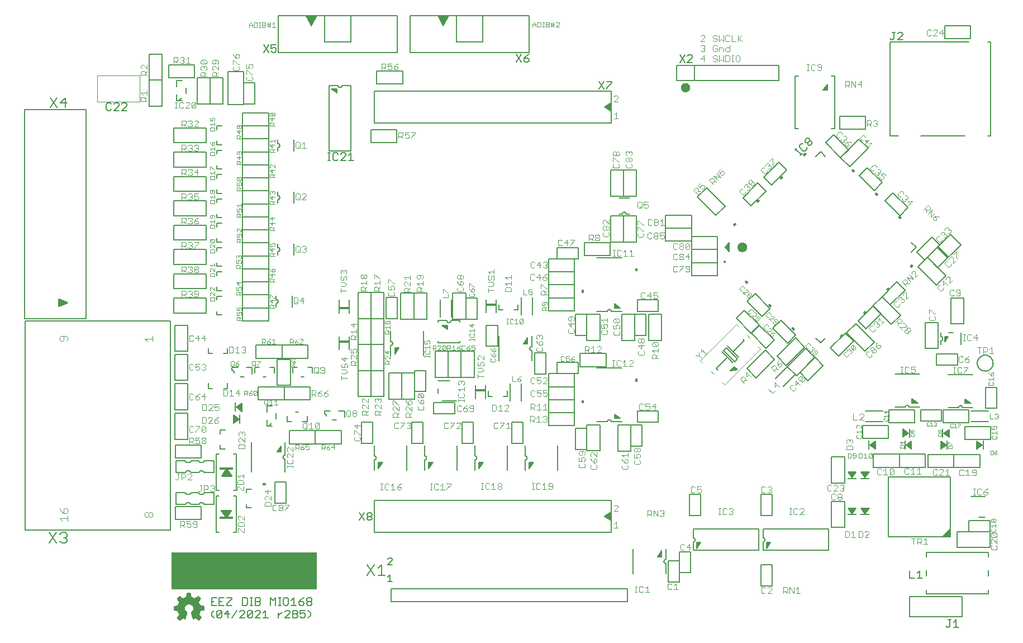
<source format=gto>
G75*
%MOIN*%
%OFA0B0*%
%FSLAX25Y25*%
%IPPOS*%
%LPD*%
%AMOC8*
5,1,8,0,0,1.08239X$1,22.5*
%
%ADD10C,0.00500*%
%ADD11R,0.87000X0.22250*%
%ADD12R,0.01485X0.00015*%
%ADD13R,0.00045X0.00015*%
%ADD14R,0.00105X0.00015*%
%ADD15R,0.00165X0.00015*%
%ADD16R,0.00225X0.00015*%
%ADD17R,0.00285X0.00015*%
%ADD18R,0.00345X0.00015*%
%ADD19R,0.00405X0.00015*%
%ADD20R,0.00435X0.00015*%
%ADD21R,0.00465X0.00015*%
%ADD22R,0.00495X0.00015*%
%ADD23R,0.00540X0.00015*%
%ADD24R,0.00585X0.00015*%
%ADD25R,0.00645X0.00015*%
%ADD26R,0.00150X0.00015*%
%ADD27R,0.00675X0.00015*%
%ADD28R,0.00195X0.00015*%
%ADD29R,0.00705X0.00015*%
%ADD30R,0.00240X0.00015*%
%ADD31R,0.00735X0.00015*%
%ADD32R,0.00270X0.00015*%
%ADD33R,0.00765X0.00015*%
%ADD34R,0.00300X0.00015*%
%ADD35R,0.00810X0.00015*%
%ADD36R,0.00360X0.00015*%
%ADD37R,0.00855X0.00015*%
%ADD38R,0.00435X0.00015*%
%ADD39R,0.00915X0.00015*%
%ADD40R,0.00465X0.00015*%
%ADD41R,0.00945X0.00015*%
%ADD42R,0.00960X0.00015*%
%ADD43R,0.00525X0.00015*%
%ADD44R,0.00990X0.00015*%
%ADD45R,0.00555X0.00015*%
%ADD46R,0.01035X0.00015*%
%ADD47R,0.00600X0.00015*%
%ADD48R,0.01080X0.00015*%
%ADD49R,0.01125X0.00015*%
%ADD50R,0.01170X0.00015*%
%ADD51R,0.00720X0.00015*%
%ADD52R,0.01200X0.00015*%
%ADD53R,0.00750X0.00015*%
%ADD54R,0.01230X0.00015*%
%ADD55R,0.00780X0.00015*%
%ADD56R,0.01260X0.00015*%
%ADD57R,0.00810X0.00015*%
%ADD58R,0.01305X0.00015*%
%ADD59R,0.01365X0.00015*%
%ADD60R,0.00900X0.00015*%
%ADD61R,0.01395X0.00015*%
%ADD62R,0.01440X0.00015*%
%ADD63R,0.01470X0.00015*%
%ADD64R,0.01005X0.00015*%
%ADD65R,0.01500X0.00015*%
%ADD66R,0.01020X0.00015*%
%ADD67R,0.01530X0.00015*%
%ADD68R,0.01065X0.00015*%
%ADD69R,0.01575X0.00015*%
%ADD70R,0.01095X0.00015*%
%ADD71R,0.01635X0.00015*%
%ADD72R,0.01155X0.00015*%
%ADD73R,0.01680X0.00015*%
%ADD74R,0.01200X0.00015*%
%ADD75R,0.01710X0.00015*%
%ADD76R,0.01230X0.00015*%
%ADD77R,0.01725X0.00015*%
%ADD78R,0.01245X0.00015*%
%ADD79R,0.01755X0.00015*%
%ADD80R,0.01275X0.00015*%
%ADD81R,0.01800X0.00015*%
%ADD82R,0.01320X0.00015*%
%ADD83R,0.01860X0.00015*%
%ADD84R,0.01905X0.00015*%
%ADD85R,0.01410X0.00015*%
%ADD86R,0.01935X0.00015*%
%ADD87R,0.01455X0.00015*%
%ADD88R,0.01965X0.00015*%
%ADD89R,0.01485X0.00015*%
%ADD90R,0.01995X0.00015*%
%ADD91R,0.01515X0.00015*%
%ADD92R,0.02040X0.00015*%
%ADD93R,0.01530X0.00015*%
%ADD94R,0.02070X0.00015*%
%ADD95R,0.01575X0.00015*%
%ADD96R,0.02115X0.00015*%
%ADD97R,0.01620X0.00015*%
%ADD98R,0.02160X0.00015*%
%ADD99R,0.01665X0.00015*%
%ADD100R,0.02190X0.00015*%
%ADD101R,0.00075X0.00015*%
%ADD102R,0.01695X0.00015*%
%ADD103R,0.02220X0.00015*%
%ADD104R,0.00105X0.00015*%
%ADD105R,0.02235X0.00015*%
%ADD106R,0.00135X0.00015*%
%ADD107R,0.01755X0.00015*%
%ADD108R,0.02280X0.00015*%
%ADD109R,0.00180X0.00015*%
%ADD110R,0.01785X0.00015*%
%ADD111R,0.02340X0.00015*%
%ADD112R,0.00240X0.00015*%
%ADD113R,0.01830X0.00015*%
%ADD114R,0.02385X0.00015*%
%ADD115R,0.01890X0.00015*%
%ADD116R,0.02415X0.00015*%
%ADD117R,0.00330X0.00015*%
%ADD118R,0.00120X0.00015*%
%ADD119R,0.01920X0.00015*%
%ADD120R,0.02430X0.00015*%
%ADD121R,0.00375X0.00015*%
%ADD122R,0.02460X0.00015*%
%ADD123R,0.00405X0.00015*%
%ADD124R,0.00195X0.00015*%
%ADD125R,0.01965X0.00015*%
%ADD126R,0.02505X0.00015*%
%ADD127R,0.00210X0.00015*%
%ADD128R,0.02010X0.00015*%
%ADD129R,0.02535X0.00015*%
%ADD130R,0.00480X0.00015*%
%ADD131R,0.02580X0.00015*%
%ADD132R,0.00540X0.00015*%
%ADD133R,0.02085X0.00015*%
%ADD134R,0.02625X0.00015*%
%ADD135R,0.02130X0.00015*%
%ADD136R,0.02670X0.00015*%
%ADD137R,0.00630X0.00015*%
%ADD138R,0.02700X0.00015*%
%ADD139R,0.00660X0.00015*%
%ADD140R,0.00450X0.00015*%
%ADD141R,0.02190X0.00015*%
%ADD142R,0.02715X0.00015*%
%ADD143R,0.02205X0.00015*%
%ADD144R,0.02745X0.00015*%
%ADD145R,0.00510X0.00015*%
%ADD146R,0.02235X0.00015*%
%ADD147R,0.02775X0.00015*%
%ADD148R,0.02820X0.00015*%
%ADD149R,0.02310X0.00015*%
%ADD150R,0.02880X0.00015*%
%ADD151R,0.00855X0.00015*%
%ADD152R,0.02355X0.00015*%
%ADD153R,0.02895X0.00015*%
%ADD154R,0.00870X0.00015*%
%ADD155R,0.00660X0.00015*%
%ADD156R,0.02925X0.00015*%
%ADD157R,0.00690X0.00015*%
%ADD158R,0.02970X0.00015*%
%ADD159R,0.03000X0.00015*%
%ADD160R,0.00750X0.00015*%
%ADD161R,0.03045X0.00015*%
%ADD162R,0.01005X0.00015*%
%ADD163R,0.00780X0.00015*%
%ADD164R,0.02505X0.00015*%
%ADD165R,0.03090X0.00015*%
%ADD166R,0.01050X0.00015*%
%ADD167R,0.00825X0.00015*%
%ADD168R,0.02550X0.00015*%
%ADD169R,0.03135X0.00015*%
%ADD170R,0.01095X0.00015*%
%ADD171R,0.00870X0.00015*%
%ADD172R,0.03165X0.00015*%
%ADD173R,0.01125X0.00015*%
%ADD174R,0.02625X0.00015*%
%ADD175R,0.03195X0.00015*%
%ADD176R,0.01140X0.00015*%
%ADD177R,0.00930X0.00015*%
%ADD178R,0.02655X0.00015*%
%ADD179R,0.03210X0.00015*%
%ADD180R,0.00960X0.00015*%
%ADD181R,0.03240X0.00015*%
%ADD182R,0.02700X0.00015*%
%ADD183R,0.03285X0.00015*%
%ADD184R,0.01245X0.00015*%
%ADD185R,0.02745X0.00015*%
%ADD186R,0.03330X0.00015*%
%ADD187R,0.02790X0.00015*%
%ADD188R,0.03360X0.00015*%
%ADD189R,0.01110X0.00015*%
%ADD190R,0.02835X0.00015*%
%ADD191R,0.03390X0.00015*%
%ADD192R,0.01335X0.00015*%
%ADD193R,0.01140X0.00015*%
%ADD194R,0.02865X0.00015*%
%ADD195R,0.03420X0.00015*%
%ADD196R,0.01155X0.00015*%
%ADD197R,0.04905X0.00015*%
%ADD198R,0.04920X0.00015*%
%ADD199R,0.02940X0.00015*%
%ADD200R,0.04950X0.00015*%
%ADD201R,0.02985X0.00015*%
%ADD202R,0.04965X0.00015*%
%ADD203R,0.01275X0.00015*%
%ADD204R,0.03015X0.00015*%
%ADD205R,0.04980X0.00015*%
%ADD206R,0.03045X0.00015*%
%ADD207R,0.05010X0.00015*%
%ADD208R,0.01335X0.00015*%
%ADD209R,0.03075X0.00015*%
%ADD210R,0.01350X0.00015*%
%ADD211R,0.03105X0.00015*%
%ADD212R,0.05040X0.00015*%
%ADD213R,0.01380X0.00015*%
%ADD214R,0.05040X0.00015*%
%ADD215R,0.01410X0.00015*%
%ADD216R,0.03180X0.00015*%
%ADD217R,0.05070X0.00015*%
%ADD218R,0.03225X0.00015*%
%ADD219R,0.03255X0.00015*%
%ADD220R,0.05085X0.00015*%
%ADD221R,0.01515X0.00015*%
%ADD222R,0.03300X0.00015*%
%ADD223R,0.05100X0.00015*%
%ADD224R,0.04935X0.00015*%
%ADD225R,0.05115X0.00015*%
%ADD226R,0.04995X0.00015*%
%ADD227R,0.05130X0.00015*%
%ADD228R,0.05010X0.00015*%
%ADD229R,0.05130X0.00015*%
%ADD230R,0.05010X0.00015*%
%ADD231R,0.05025X0.00015*%
%ADD232R,0.05040X0.00015*%
%ADD233R,0.05055X0.00015*%
%ADD234R,0.05130X0.00015*%
%ADD235R,0.05085X0.00015*%
%ADD236R,0.05115X0.00015*%
%ADD237R,0.05145X0.00015*%
%ADD238R,0.05160X0.00015*%
%ADD239R,0.05130X0.00015*%
%ADD240R,0.05190X0.00015*%
%ADD241R,0.05190X0.00015*%
%ADD242R,0.05205X0.00015*%
%ADD243R,0.05220X0.00015*%
%ADD244R,0.05070X0.00015*%
%ADD245R,0.05085X0.00015*%
%ADD246R,0.05205X0.00015*%
%ADD247R,0.05220X0.00015*%
%ADD248R,0.05055X0.00015*%
%ADD249R,0.05025X0.00015*%
%ADD250R,0.05205X0.00015*%
%ADD251R,0.05025X0.00015*%
%ADD252R,0.05190X0.00015*%
%ADD253R,0.05190X0.00015*%
%ADD254R,0.04995X0.00015*%
%ADD255R,0.05175X0.00015*%
%ADD256R,0.04950X0.00015*%
%ADD257R,0.05145X0.00015*%
%ADD258R,0.05145X0.00015*%
%ADD259R,0.04920X0.00015*%
%ADD260R,0.04905X0.00015*%
%ADD261R,0.04905X0.00015*%
%ADD262R,0.05115X0.00015*%
%ADD263R,0.04890X0.00015*%
%ADD264R,0.04890X0.00015*%
%ADD265R,0.04875X0.00015*%
%ADD266R,0.04845X0.00015*%
%ADD267R,0.04830X0.00015*%
%ADD268R,0.04830X0.00015*%
%ADD269R,0.05070X0.00015*%
%ADD270R,0.04830X0.00015*%
%ADD271R,0.04815X0.00015*%
%ADD272R,0.04800X0.00015*%
%ADD273R,0.04800X0.00015*%
%ADD274R,0.05010X0.00015*%
%ADD275R,0.04785X0.00015*%
%ADD276R,0.04770X0.00015*%
%ADD277R,0.04770X0.00015*%
%ADD278R,0.04755X0.00015*%
%ADD279R,0.04740X0.00015*%
%ADD280R,0.04725X0.00015*%
%ADD281R,0.04725X0.00015*%
%ADD282R,0.04980X0.00015*%
%ADD283R,0.04710X0.00015*%
%ADD284R,0.04725X0.00015*%
%ADD285R,0.04710X0.00015*%
%ADD286R,0.04695X0.00015*%
%ADD287R,0.04680X0.00015*%
%ADD288R,0.04695X0.00015*%
%ADD289R,0.04680X0.00015*%
%ADD290R,0.04905X0.00015*%
%ADD291R,0.04665X0.00015*%
%ADD292R,0.04650X0.00015*%
%ADD293R,0.04635X0.00015*%
%ADD294R,0.04620X0.00015*%
%ADD295R,0.04620X0.00015*%
%ADD296R,0.04890X0.00015*%
%ADD297R,0.04605X0.00015*%
%ADD298R,0.04605X0.00015*%
%ADD299R,0.04590X0.00015*%
%ADD300R,0.04845X0.00015*%
%ADD301R,0.04575X0.00015*%
%ADD302R,0.04590X0.00015*%
%ADD303R,0.04575X0.00015*%
%ADD304R,0.04845X0.00015*%
%ADD305R,0.04560X0.00015*%
%ADD306R,0.04545X0.00015*%
%ADD307R,0.04530X0.00015*%
%ADD308R,0.04515X0.00015*%
%ADD309R,0.04530X0.00015*%
%ADD310R,0.04500X0.00015*%
%ADD311R,0.04515X0.00015*%
%ADD312R,0.04785X0.00015*%
%ADD313R,0.04485X0.00015*%
%ADD314R,0.04755X0.00015*%
%ADD315R,0.04470X0.00015*%
%ADD316R,0.04740X0.00015*%
%ADD317R,0.04485X0.00015*%
%ADD318R,0.04755X0.00015*%
%ADD319R,0.04545X0.00015*%
%ADD320R,0.04695X0.00015*%
%ADD321R,0.04680X0.00015*%
%ADD322R,0.04665X0.00015*%
%ADD323R,0.04725X0.00015*%
%ADD324R,0.04680X0.00015*%
%ADD325R,0.04860X0.00015*%
%ADD326R,0.04740X0.00015*%
%ADD327R,0.04875X0.00015*%
%ADD328R,0.04965X0.00015*%
%ADD329R,0.04860X0.00015*%
%ADD330R,0.04995X0.00015*%
%ADD331R,0.04875X0.00015*%
%ADD332R,0.04980X0.00015*%
%ADD333R,0.05235X0.00015*%
%ADD334R,0.05235X0.00015*%
%ADD335R,0.05250X0.00015*%
%ADD336R,0.05280X0.00015*%
%ADD337R,0.05295X0.00015*%
%ADD338R,0.05325X0.00015*%
%ADD339R,0.05340X0.00015*%
%ADD340R,0.05235X0.00015*%
%ADD341R,0.05355X0.00015*%
%ADD342R,0.05370X0.00015*%
%ADD343R,0.05265X0.00015*%
%ADD344R,0.05370X0.00015*%
%ADD345R,0.05280X0.00015*%
%ADD346R,0.05385X0.00015*%
%ADD347R,0.05295X0.00015*%
%ADD348R,0.05400X0.00015*%
%ADD349R,0.05415X0.00015*%
%ADD350R,0.05310X0.00015*%
%ADD351R,0.05430X0.00015*%
%ADD352R,0.05445X0.00015*%
%ADD353R,0.05460X0.00015*%
%ADD354R,0.05355X0.00015*%
%ADD355R,0.05475X0.00015*%
%ADD356R,0.05505X0.00015*%
%ADD357R,0.05520X0.00015*%
%ADD358R,0.05535X0.00015*%
%ADD359R,0.05550X0.00015*%
%ADD360R,0.05550X0.00015*%
%ADD361R,0.05475X0.00015*%
%ADD362R,0.05490X0.00015*%
%ADD363R,0.05475X0.00015*%
%ADD364R,0.05385X0.00015*%
%ADD365R,0.05370X0.00015*%
%ADD366R,0.05325X0.00015*%
%ADD367R,0.05310X0.00015*%
%ADD368R,0.05265X0.00015*%
%ADD369R,0.05175X0.00015*%
%ADD370R,0.04980X0.00015*%
%ADD371R,0.04965X0.00015*%
%ADD372R,0.04860X0.00015*%
%ADD373R,0.04845X0.00015*%
%ADD374R,0.04815X0.00015*%
%ADD375R,0.04770X0.00015*%
%ADD376R,0.05295X0.00015*%
%ADD377R,0.04635X0.00015*%
%ADD378R,0.05610X0.00015*%
%ADD379R,0.05700X0.00015*%
%ADD380R,0.05760X0.00015*%
%ADD381R,0.05805X0.00015*%
%ADD382R,0.05850X0.00015*%
%ADD383R,0.05895X0.00015*%
%ADD384R,0.06000X0.00015*%
%ADD385R,0.06135X0.00015*%
%ADD386R,0.06225X0.00015*%
%ADD387R,0.06300X0.00015*%
%ADD388R,0.06330X0.00015*%
%ADD389R,0.06375X0.00015*%
%ADD390R,0.06450X0.00015*%
%ADD391R,0.06570X0.00015*%
%ADD392R,0.05565X0.00015*%
%ADD393R,0.06690X0.00015*%
%ADD394R,0.06735X0.00015*%
%ADD395R,0.05790X0.00015*%
%ADD396R,0.06765X0.00015*%
%ADD397R,0.05850X0.00015*%
%ADD398R,0.06780X0.00015*%
%ADD399R,0.05895X0.00015*%
%ADD400R,0.06795X0.00015*%
%ADD401R,0.05955X0.00015*%
%ADD402R,0.06810X0.00015*%
%ADD403R,0.06060X0.00015*%
%ADD404R,0.06195X0.00015*%
%ADD405R,0.06825X0.00015*%
%ADD406R,0.06330X0.00015*%
%ADD407R,0.06840X0.00015*%
%ADD408R,0.06390X0.00015*%
%ADD409R,0.06495X0.00015*%
%ADD410R,0.06840X0.00015*%
%ADD411R,0.06555X0.00015*%
%ADD412R,0.06825X0.00015*%
%ADD413R,0.06645X0.00015*%
%ADD414R,0.06825X0.00015*%
%ADD415R,0.06705X0.00015*%
%ADD416R,0.06705X0.00015*%
%ADD417R,0.06810X0.00015*%
%ADD418R,0.06720X0.00015*%
%ADD419R,0.06795X0.00015*%
%ADD420R,0.06750X0.00015*%
%ADD421R,0.06765X0.00015*%
%ADD422R,0.06795X0.00015*%
%ADD423R,0.06780X0.00015*%
%ADD424R,0.06780X0.00015*%
%ADD425R,0.06750X0.00015*%
%ADD426R,0.06720X0.00015*%
%ADD427R,0.06720X0.00015*%
%ADD428R,0.06705X0.00015*%
%ADD429R,0.06705X0.00015*%
%ADD430R,0.06690X0.00015*%
%ADD431R,0.06675X0.00015*%
%ADD432R,0.06690X0.00015*%
%ADD433R,0.06675X0.00015*%
%ADD434R,0.06675X0.00015*%
%ADD435R,0.06660X0.00015*%
%ADD436R,0.06675X0.00015*%
%ADD437R,0.06660X0.00015*%
%ADD438R,0.06660X0.00015*%
%ADD439R,0.06645X0.00015*%
%ADD440R,0.06630X0.00015*%
%ADD441R,0.06660X0.00015*%
%ADD442R,0.06630X0.00015*%
%ADD443R,0.06645X0.00015*%
%ADD444R,0.06735X0.00015*%
%ADD445R,0.06765X0.00015*%
%ADD446R,0.06780X0.00015*%
%ADD447R,0.06825X0.00015*%
%ADD448R,0.06855X0.00015*%
%ADD449R,0.06855X0.00015*%
%ADD450R,0.06870X0.00015*%
%ADD451R,0.06885X0.00015*%
%ADD452R,0.06525X0.00015*%
%ADD453R,0.06405X0.00015*%
%ADD454R,0.06255X0.00015*%
%ADD455R,0.06165X0.00015*%
%ADD456R,0.06870X0.00015*%
%ADD457R,0.06120X0.00015*%
%ADD458R,0.06885X0.00015*%
%ADD459R,0.06060X0.00015*%
%ADD460R,0.06015X0.00015*%
%ADD461R,0.05910X0.00015*%
%ADD462R,0.05670X0.00015*%
%ADD463R,0.05595X0.00015*%
%ADD464R,0.06585X0.00015*%
%ADD465R,0.05160X0.00015*%
%ADD466R,0.06390X0.00015*%
%ADD467R,0.05025X0.00015*%
%ADD468R,0.06330X0.00015*%
%ADD469R,0.06075X0.00015*%
%ADD470R,0.05820X0.00015*%
%ADD471R,0.05775X0.00015*%
%ADD472R,0.05685X0.00015*%
%ADD473R,0.05460X0.00015*%
%ADD474R,0.04860X0.00015*%
%ADD475R,0.04935X0.00015*%
%ADD476R,0.05160X0.00015*%
%ADD477R,0.05325X0.00015*%
%ADD478R,0.05340X0.00015*%
%ADD479R,0.05355X0.00015*%
%ADD480R,0.05430X0.00015*%
%ADD481R,0.05535X0.00015*%
%ADD482R,0.05595X0.00015*%
%ADD483R,0.05640X0.00015*%
%ADD484R,0.05640X0.00015*%
%ADD485R,0.05670X0.00015*%
%ADD486R,0.05685X0.00015*%
%ADD487R,0.05700X0.00015*%
%ADD488R,0.05715X0.00015*%
%ADD489R,0.05715X0.00015*%
%ADD490R,0.05730X0.00015*%
%ADD491R,0.05745X0.00015*%
%ADD492R,0.05760X0.00015*%
%ADD493R,0.06000X0.00015*%
%ADD494R,0.06105X0.00015*%
%ADD495R,0.06180X0.00015*%
%ADD496R,0.06210X0.00015*%
%ADD497R,0.12690X0.00015*%
%ADD498R,0.12675X0.00015*%
%ADD499R,0.12660X0.00015*%
%ADD500R,0.12660X0.00015*%
%ADD501R,0.12645X0.00015*%
%ADD502R,0.12615X0.00015*%
%ADD503R,0.12600X0.00015*%
%ADD504R,0.12585X0.00015*%
%ADD505R,0.12555X0.00015*%
%ADD506R,0.12540X0.00015*%
%ADD507R,0.12525X0.00015*%
%ADD508R,0.12510X0.00015*%
%ADD509R,0.12510X0.00015*%
%ADD510R,0.12480X0.00015*%
%ADD511R,0.12450X0.00015*%
%ADD512R,0.12435X0.00015*%
%ADD513R,0.12420X0.00015*%
%ADD514R,0.12390X0.00015*%
%ADD515R,0.12375X0.00015*%
%ADD516R,0.12360X0.00015*%
%ADD517R,0.12330X0.00015*%
%ADD518R,0.12300X0.00015*%
%ADD519R,0.12285X0.00015*%
%ADD520R,0.12270X0.00015*%
%ADD521R,0.12255X0.00015*%
%ADD522R,0.12240X0.00015*%
%ADD523R,0.12225X0.00015*%
%ADD524R,0.12195X0.00015*%
%ADD525R,0.12165X0.00015*%
%ADD526R,0.12150X0.00015*%
%ADD527R,0.12135X0.00015*%
%ADD528R,0.12120X0.00015*%
%ADD529R,0.12090X0.00015*%
%ADD530R,0.12075X0.00015*%
%ADD531R,0.12060X0.00015*%
%ADD532R,0.12045X0.00015*%
%ADD533R,0.12015X0.00015*%
%ADD534R,0.12000X0.00015*%
%ADD535R,0.11985X0.00015*%
%ADD536R,0.11955X0.00015*%
%ADD537R,0.11940X0.00015*%
%ADD538R,0.11925X0.00015*%
%ADD539R,0.11910X0.00015*%
%ADD540R,0.11910X0.00015*%
%ADD541R,0.11880X0.00015*%
%ADD542R,0.11850X0.00015*%
%ADD543R,0.11835X0.00015*%
%ADD544R,0.11805X0.00015*%
%ADD545R,0.11775X0.00015*%
%ADD546R,0.11760X0.00015*%
%ADD547R,0.11745X0.00015*%
%ADD548R,0.11730X0.00015*%
%ADD549R,0.11700X0.00015*%
%ADD550R,0.11700X0.00015*%
%ADD551R,0.11685X0.00015*%
%ADD552R,0.11655X0.00015*%
%ADD553R,0.11640X0.00015*%
%ADD554R,0.11625X0.00015*%
%ADD555R,0.11625X0.00015*%
%ADD556R,0.11670X0.00015*%
%ADD557R,0.11715X0.00015*%
%ADD558R,0.11790X0.00015*%
%ADD559R,0.11820X0.00015*%
%ADD560R,0.11820X0.00015*%
%ADD561R,0.11880X0.00015*%
%ADD562R,0.11895X0.00015*%
%ADD563R,0.11970X0.00015*%
%ADD564R,0.12045X0.00015*%
%ADD565R,0.12075X0.00015*%
%ADD566R,0.12105X0.00015*%
%ADD567R,0.12135X0.00015*%
%ADD568R,0.12165X0.00015*%
%ADD569R,0.12180X0.00015*%
%ADD570R,0.12195X0.00015*%
%ADD571R,0.12210X0.00015*%
%ADD572R,0.12225X0.00015*%
%ADD573R,0.12255X0.00015*%
%ADD574R,0.12360X0.00015*%
%ADD575R,0.12390X0.00015*%
%ADD576R,0.12405X0.00015*%
%ADD577R,0.12435X0.00015*%
%ADD578R,0.12480X0.00015*%
%ADD579R,0.12480X0.00015*%
%ADD580R,0.12510X0.00015*%
%ADD581R,0.12570X0.00015*%
%ADD582R,0.12630X0.00015*%
%ADD583R,0.12675X0.00015*%
%ADD584R,0.12705X0.00015*%
%ADD585R,0.12735X0.00015*%
%ADD586R,0.12750X0.00015*%
%ADD587R,0.12780X0.00015*%
%ADD588R,0.12795X0.00015*%
%ADD589R,0.12810X0.00015*%
%ADD590R,0.12840X0.00015*%
%ADD591R,0.12855X0.00015*%
%ADD592R,0.12885X0.00015*%
%ADD593R,0.12900X0.00015*%
%ADD594R,0.12915X0.00015*%
%ADD595R,0.12945X0.00015*%
%ADD596R,0.12960X0.00015*%
%ADD597R,0.12990X0.00015*%
%ADD598R,0.13005X0.00015*%
%ADD599R,0.13020X0.00015*%
%ADD600R,0.13035X0.00015*%
%ADD601R,0.13065X0.00015*%
%ADD602R,0.13080X0.00015*%
%ADD603R,0.13110X0.00015*%
%ADD604R,0.13125X0.00015*%
%ADD605R,0.13155X0.00015*%
%ADD606R,0.13170X0.00015*%
%ADD607R,0.13200X0.00015*%
%ADD608R,0.13230X0.00015*%
%ADD609R,0.13260X0.00015*%
%ADD610R,0.13290X0.00015*%
%ADD611R,0.13320X0.00015*%
%ADD612R,0.13350X0.00015*%
%ADD613R,0.13365X0.00015*%
%ADD614R,0.13395X0.00015*%
%ADD615R,0.13425X0.00015*%
%ADD616R,0.13455X0.00015*%
%ADD617R,0.13470X0.00015*%
%ADD618R,0.13500X0.00015*%
%ADD619R,0.13530X0.00015*%
%ADD620R,0.13560X0.00015*%
%ADD621R,0.13575X0.00015*%
%ADD622R,0.13605X0.00015*%
%ADD623R,0.13635X0.00015*%
%ADD624R,0.13650X0.00015*%
%ADD625R,0.13680X0.00015*%
%ADD626R,0.13695X0.00015*%
%ADD627R,0.13725X0.00015*%
%ADD628R,0.13740X0.00015*%
%ADD629R,0.13770X0.00015*%
%ADD630R,0.13785X0.00015*%
%ADD631R,0.13800X0.00015*%
%ADD632R,0.13830X0.00015*%
%ADD633R,0.13860X0.00015*%
%ADD634R,0.13875X0.00015*%
%ADD635R,0.13905X0.00015*%
%ADD636R,0.13935X0.00015*%
%ADD637R,0.13950X0.00015*%
%ADD638R,0.13980X0.00015*%
%ADD639R,0.14010X0.00015*%
%ADD640R,0.14025X0.00015*%
%ADD641R,0.14055X0.00015*%
%ADD642R,0.14070X0.00015*%
%ADD643R,0.14085X0.00015*%
%ADD644R,0.14115X0.00015*%
%ADD645R,0.14145X0.00015*%
%ADD646R,0.14160X0.00015*%
%ADD647R,0.14190X0.00015*%
%ADD648R,0.14205X0.00015*%
%ADD649R,0.14220X0.00015*%
%ADD650R,0.14235X0.00015*%
%ADD651R,0.14265X0.00015*%
%ADD652R,0.14280X0.00015*%
%ADD653R,0.14295X0.00015*%
%ADD654R,0.14295X0.00015*%
%ADD655R,0.14250X0.00015*%
%ADD656R,0.14205X0.00015*%
%ADD657R,0.14175X0.00015*%
%ADD658R,0.14160X0.00015*%
%ADD659R,0.14130X0.00015*%
%ADD660R,0.14100X0.00015*%
%ADD661R,0.14040X0.00015*%
%ADD662R,0.14010X0.00015*%
%ADD663R,0.03465X0.00015*%
%ADD664R,0.10440X0.00015*%
%ADD665R,0.03420X0.00015*%
%ADD666R,0.10395X0.00015*%
%ADD667R,0.03375X0.00015*%
%ADD668R,0.10335X0.00015*%
%ADD669R,0.03570X0.00015*%
%ADD670R,0.06600X0.00015*%
%ADD671R,0.03525X0.00015*%
%ADD672R,0.03270X0.00015*%
%ADD673R,0.03495X0.00015*%
%ADD674R,0.03210X0.00015*%
%ADD675R,0.06480X0.00015*%
%ADD676R,0.03435X0.00015*%
%ADD677R,0.03165X0.00015*%
%ADD678R,0.03390X0.00015*%
%ADD679R,0.03120X0.00015*%
%ADD680R,0.06315X0.00015*%
%ADD681R,0.03345X0.00015*%
%ADD682R,0.03090X0.00015*%
%ADD683R,0.03075X0.00015*%
%ADD684R,0.06225X0.00015*%
%ADD685R,0.03270X0.00015*%
%ADD686R,0.06180X0.00015*%
%ADD687R,0.02970X0.00015*%
%ADD688R,0.06075X0.00015*%
%ADD689R,0.03195X0.00015*%
%ADD690R,0.02925X0.00015*%
%ADD691R,0.05985X0.00015*%
%ADD692R,0.03135X0.00015*%
%ADD693R,0.02850X0.00015*%
%ADD694R,0.05835X0.00015*%
%ADD695R,0.03030X0.00015*%
%ADD696R,0.02805X0.00015*%
%ADD697R,0.02730X0.00015*%
%ADD698R,0.05625X0.00015*%
%ADD699R,0.02925X0.00015*%
%ADD700R,0.02640X0.00015*%
%ADD701R,0.02595X0.00015*%
%ADD702R,0.02565X0.00015*%
%ADD703R,0.02760X0.00015*%
%ADD704R,0.02520X0.00015*%
%ADD705R,0.02730X0.00015*%
%ADD706R,0.02475X0.00015*%
%ADD707R,0.02685X0.00015*%
%ADD708R,0.02445X0.00015*%
%ADD709R,0.02400X0.00015*%
%ADD710R,0.02370X0.00015*%
%ADD711R,0.02565X0.00015*%
%ADD712R,0.02340X0.00015*%
%ADD713R,0.02325X0.00015*%
%ADD714R,0.02505X0.00015*%
%ADD715R,0.02280X0.00015*%
%ADD716R,0.02460X0.00015*%
%ADD717R,0.04560X0.00015*%
%ADD718R,0.02190X0.00015*%
%ADD719R,0.04440X0.00015*%
%ADD720R,0.02370X0.00015*%
%ADD721R,0.02145X0.00015*%
%ADD722R,0.04365X0.00015*%
%ADD723R,0.04320X0.00015*%
%ADD724R,0.02310X0.00015*%
%ADD725R,0.02100X0.00015*%
%ADD726R,0.04260X0.00015*%
%ADD727R,0.04200X0.00015*%
%ADD728R,0.02265X0.00015*%
%ADD729R,0.02040X0.00015*%
%ADD730R,0.04095X0.00015*%
%ADD731R,0.02220X0.00015*%
%ADD732R,0.03915X0.00015*%
%ADD733R,0.02175X0.00015*%
%ADD734R,0.03765X0.00015*%
%ADD735R,0.03675X0.00015*%
%ADD736R,0.01890X0.00015*%
%ADD737R,0.03615X0.00015*%
%ADD738R,0.02055X0.00015*%
%ADD739R,0.01860X0.00015*%
%ADD740R,0.03555X0.00015*%
%ADD741R,0.01815X0.00015*%
%ADD742R,0.03450X0.00015*%
%ADD743R,0.01725X0.00015*%
%ADD744R,0.03315X0.00015*%
%ADD745R,0.01905X0.00015*%
%ADD746R,0.01680X0.00015*%
%ADD747R,0.01650X0.00015*%
%ADD748R,0.01620X0.00015*%
%ADD749R,0.01590X0.00015*%
%ADD750R,0.01770X0.00015*%
%ADD751R,0.01560X0.00015*%
%ADD752R,0.03240X0.00015*%
%ADD753R,0.01740X0.00015*%
%ADD754R,0.01665X0.00015*%
%ADD755R,0.01455X0.00015*%
%ADD756R,0.01635X0.00015*%
%ADD757R,0.01410X0.00015*%
%ADD758R,0.01395X0.00015*%
%ADD759R,0.01365X0.00015*%
%ADD760R,0.01335X0.00015*%
%ADD761R,0.01290X0.00015*%
%ADD762R,0.03210X0.00015*%
%ADD763R,0.01455X0.00015*%
%ADD764R,0.01185X0.00015*%
%ADD765R,0.01290X0.00015*%
%ADD766R,0.01110X0.00015*%
%ADD767R,0.01260X0.00015*%
%ADD768R,0.03180X0.00015*%
%ADD769R,0.00975X0.00015*%
%ADD770R,0.03150X0.00015*%
%ADD771R,0.00885X0.00015*%
%ADD772R,0.03150X0.00015*%
%ADD773R,0.01050X0.00015*%
%ADD774R,0.00795X0.00015*%
%ADD775R,0.00885X0.00015*%
%ADD776R,0.00690X0.00015*%
%ADD777R,0.00840X0.00015*%
%ADD778R,0.00570X0.00015*%
%ADD779R,0.00525X0.00015*%
%ADD780R,0.03105X0.00015*%
%ADD781R,0.00660X0.00015*%
%ADD782R,0.00615X0.00015*%
%ADD783R,0.00420X0.00015*%
%ADD784R,0.00555X0.00015*%
%ADD785R,0.00390X0.00015*%
%ADD786R,0.00525X0.00015*%
%ADD787R,0.00360X0.00015*%
%ADD788R,0.00495X0.00015*%
%ADD789R,0.03075X0.00015*%
%ADD790R,0.00450X0.00015*%
%ADD791R,0.00225X0.00015*%
%ADD792R,0.00345X0.00015*%
%ADD793R,0.00255X0.00015*%
%ADD794R,0.03060X0.00015*%
%ADD795R,0.00180X0.00015*%
%ADD796R,0.00075X0.00015*%
%ADD797R,0.03000X0.00015*%
%ADD798R,0.02955X0.00015*%
%ADD799R,0.02940X0.00015*%
%ADD800R,0.02940X0.00015*%
%ADD801R,0.02910X0.00015*%
%ADD802R,0.02910X0.00015*%
%ADD803R,0.02865X0.00015*%
%ADD804R,0.02805X0.00015*%
%ADD805R,0.02775X0.00015*%
%ADD806R,0.02760X0.00015*%
%ADD807R,0.02655X0.00015*%
%ADD808R,0.02640X0.00015*%
%ADD809R,0.02610X0.00015*%
%ADD810R,0.02595X0.00015*%
%ADD811R,0.02535X0.00015*%
%ADD812R,0.02475X0.00015*%
%ADD813R,0.02175X0.00015*%
%ADD814R,0.01575X0.00015*%
%ADD815C,0.00400*%
%ADD816C,0.02600*%
%ADD817C,0.00300*%
%ADD818C,0.00800*%
%ADD819C,0.00700*%
%ADD820C,0.00600*%
%ADD821R,0.05512X0.01756*%
%ADD822C,0.00100*%
%ADD823R,0.01750X0.09000*%
%ADD824R,0.00600X0.09000*%
%ADD825R,0.08268X0.01181*%
%ADD826C,0.01000*%
%ADD827C,0.00200*%
%ADD828R,0.05512X0.00787*%
%ADD829R,0.00787X0.05512*%
%ADD830C,0.00394*%
%ADD831C,0.00787*%
D10*
X0174920Y0114309D02*
X0174920Y0122049D01*
X0190455Y0122049D01*
X0190455Y0114309D01*
X0174920Y0114309D01*
X0174920Y0151059D02*
X0174920Y0158799D01*
X0190455Y0158799D01*
X0190455Y0151059D01*
X0174920Y0151059D01*
X0174818Y0162161D02*
X0182558Y0162161D01*
X0182558Y0177697D01*
X0174818Y0177697D01*
X0174818Y0162161D01*
X0174818Y0179911D02*
X0182558Y0179911D01*
X0182558Y0195447D01*
X0174818Y0195447D01*
X0174818Y0179911D01*
X0174818Y0197411D02*
X0182558Y0197411D01*
X0182558Y0212947D01*
X0174818Y0212947D01*
X0174818Y0197411D01*
X0174818Y0214661D02*
X0182558Y0214661D01*
X0182558Y0230197D01*
X0174818Y0230197D01*
X0174818Y0214661D01*
X0173951Y0237559D02*
X0173951Y0246299D01*
X0193424Y0246299D01*
X0193424Y0237559D01*
X0173951Y0237559D01*
X0173951Y0252059D02*
X0173951Y0260799D01*
X0193424Y0260799D01*
X0193424Y0252059D01*
X0173951Y0252059D01*
X0173951Y0266559D02*
X0173951Y0275299D01*
X0193424Y0275299D01*
X0193424Y0266559D01*
X0173951Y0266559D01*
X0173951Y0281059D02*
X0173951Y0289799D01*
X0193424Y0289799D01*
X0193424Y0281059D01*
X0173951Y0281059D01*
X0173951Y0295559D02*
X0173951Y0304299D01*
X0193424Y0304299D01*
X0193424Y0295559D01*
X0173951Y0295559D01*
X0173951Y0310059D02*
X0173951Y0318799D01*
X0193424Y0318799D01*
X0193424Y0310059D01*
X0173951Y0310059D01*
X0173951Y0324559D02*
X0173951Y0333299D01*
X0193424Y0333299D01*
X0193424Y0324559D01*
X0173951Y0324559D01*
X0173951Y0339059D02*
X0173951Y0347799D01*
X0193424Y0347799D01*
X0193424Y0339059D01*
X0173951Y0339059D01*
X0167208Y0360911D02*
X0159468Y0360911D01*
X0159468Y0376447D01*
X0167208Y0376447D01*
X0167208Y0360911D01*
X0188068Y0362161D02*
X0195808Y0362161D01*
X0195808Y0377697D01*
X0188068Y0377697D01*
X0188068Y0362161D01*
X0195818Y0362161D02*
X0195818Y0377697D01*
X0203558Y0377697D01*
X0203558Y0362161D01*
X0195818Y0362161D01*
X0206568Y0361943D02*
X0215808Y0361943D01*
X0215808Y0381415D01*
X0206568Y0381415D01*
X0206568Y0361943D01*
X0215818Y0362130D02*
X0222558Y0362130D01*
X0222558Y0374728D01*
X0215818Y0374728D01*
X0215818Y0362130D01*
X0215170Y0356799D02*
X0230705Y0356799D01*
X0230705Y0349059D01*
X0215170Y0349059D01*
X0215170Y0356799D01*
X0215170Y0349049D02*
X0215170Y0341309D01*
X0230705Y0341309D01*
X0230705Y0349049D01*
X0215170Y0349049D01*
X0215170Y0341299D02*
X0230705Y0341299D01*
X0230705Y0333559D01*
X0215170Y0333559D01*
X0215170Y0341299D01*
X0215170Y0333549D02*
X0215170Y0325809D01*
X0230705Y0325809D01*
X0230705Y0333549D01*
X0215170Y0333549D01*
X0215170Y0325799D02*
X0230705Y0325799D01*
X0230705Y0318059D01*
X0215170Y0318059D01*
X0215170Y0325799D01*
X0215170Y0318049D02*
X0215170Y0310309D01*
X0230705Y0310309D01*
X0230705Y0318049D01*
X0215170Y0318049D01*
X0215170Y0310299D02*
X0230705Y0310299D01*
X0230705Y0302559D01*
X0215170Y0302559D01*
X0215170Y0310299D01*
X0215170Y0302549D02*
X0215170Y0294809D01*
X0230705Y0294809D01*
X0230705Y0302549D01*
X0215170Y0302549D01*
X0215170Y0294799D02*
X0230705Y0294799D01*
X0230705Y0287059D01*
X0215170Y0287059D01*
X0215170Y0294799D01*
X0215170Y0287049D02*
X0215170Y0279309D01*
X0230705Y0279309D01*
X0230705Y0287049D01*
X0215170Y0287049D01*
X0215170Y0279299D02*
X0230705Y0279299D01*
X0230705Y0271559D01*
X0215170Y0271559D01*
X0215170Y0279299D01*
X0215170Y0271549D02*
X0215170Y0263809D01*
X0230705Y0263809D01*
X0230705Y0271549D01*
X0215170Y0271549D01*
X0215170Y0263799D02*
X0230705Y0263799D01*
X0230705Y0256059D01*
X0215170Y0256059D01*
X0215170Y0263799D01*
X0215170Y0256049D02*
X0215170Y0248309D01*
X0230705Y0248309D01*
X0230705Y0256049D01*
X0215170Y0256049D01*
X0215170Y0248299D02*
X0230705Y0248299D01*
X0230705Y0240559D01*
X0215170Y0240559D01*
X0215170Y0248299D01*
X0215170Y0240549D02*
X0215170Y0232809D01*
X0230705Y0232809D01*
X0230705Y0240549D01*
X0215170Y0240549D01*
X0223170Y0218299D02*
X0223170Y0210559D01*
X0238705Y0210559D01*
X0238705Y0218299D01*
X0223170Y0218299D01*
X0235868Y0209947D02*
X0243608Y0209947D01*
X0243608Y0194411D01*
X0235868Y0194411D01*
X0235868Y0209947D01*
X0238670Y0210559D02*
X0238670Y0218299D01*
X0254205Y0218299D01*
X0254205Y0210559D01*
X0238670Y0210559D01*
X0239920Y0193549D02*
X0239920Y0185809D01*
X0255455Y0185809D01*
X0255455Y0193549D01*
X0239920Y0193549D01*
X0239955Y0193549D02*
X0239955Y0185809D01*
X0224420Y0185809D01*
X0224420Y0193549D01*
X0239955Y0193549D01*
X0242920Y0167299D02*
X0242920Y0159559D01*
X0258455Y0159559D01*
X0258455Y0167299D01*
X0242920Y0167299D01*
X0258420Y0167299D02*
X0258420Y0159559D01*
X0273955Y0159559D01*
X0273955Y0167299D01*
X0258420Y0167299D01*
X0286068Y0172478D02*
X0286068Y0159880D01*
X0292808Y0159880D01*
X0292808Y0172478D01*
X0286068Y0172478D01*
X0284068Y0187661D02*
X0284068Y0203197D01*
X0291808Y0203197D01*
X0291808Y0187661D01*
X0284068Y0187661D01*
X0291818Y0187661D02*
X0291818Y0203197D01*
X0299558Y0203197D01*
X0299558Y0187661D01*
X0291818Y0187661D01*
X0302318Y0186161D02*
X0302318Y0201697D01*
X0310058Y0201697D01*
X0310058Y0186161D01*
X0302318Y0186161D01*
X0310068Y0186161D02*
X0317808Y0186161D01*
X0317808Y0201697D01*
X0310068Y0201697D01*
X0310068Y0186161D01*
X0317818Y0190630D02*
X0317818Y0203228D01*
X0324558Y0203228D01*
X0324558Y0190630D01*
X0317818Y0190630D01*
X0329138Y0184049D02*
X0329138Y0177309D01*
X0341737Y0177309D01*
X0341737Y0184049D01*
X0329138Y0184049D01*
X0322808Y0172478D02*
X0316068Y0172478D01*
X0316068Y0159880D01*
X0322808Y0159880D01*
X0322808Y0172478D01*
X0346068Y0172478D02*
X0346068Y0159880D01*
X0352808Y0159880D01*
X0352808Y0172478D01*
X0346068Y0172478D01*
X0375818Y0172478D02*
X0375818Y0159880D01*
X0382558Y0159880D01*
X0382558Y0172478D01*
X0375818Y0172478D01*
X0374894Y0185236D02*
X0374894Y0195622D01*
X0381481Y0195622D02*
X0381481Y0185236D01*
X0397670Y0185799D02*
X0397670Y0178059D01*
X0413205Y0178059D01*
X0413205Y0185799D01*
X0397670Y0185799D01*
X0397670Y0185809D02*
X0397670Y0193549D01*
X0413205Y0193549D01*
X0413205Y0185809D01*
X0397670Y0185809D01*
X0397670Y0193559D02*
X0397670Y0201299D01*
X0413205Y0201299D01*
X0413205Y0193559D01*
X0397670Y0193559D01*
X0396058Y0201130D02*
X0389318Y0201130D01*
X0389318Y0213728D01*
X0396058Y0213728D01*
X0396058Y0201130D01*
X0402888Y0201309D02*
X0402888Y0208049D01*
X0415487Y0208049D01*
X0415487Y0201309D01*
X0402888Y0201309D01*
X0416420Y0205559D02*
X0416420Y0213299D01*
X0431955Y0213299D01*
X0431955Y0205559D01*
X0416420Y0205559D01*
X0420568Y0221161D02*
X0428308Y0221161D01*
X0428308Y0236697D01*
X0420568Y0236697D01*
X0420568Y0221161D01*
X0420558Y0224130D02*
X0413818Y0224130D01*
X0413818Y0236728D01*
X0420558Y0236728D01*
X0420558Y0224130D01*
X0413205Y0238809D02*
X0397670Y0238809D01*
X0397670Y0246549D01*
X0413205Y0246549D01*
X0413205Y0238809D01*
X0413205Y0246559D02*
X0397670Y0246559D01*
X0397670Y0254299D01*
X0413205Y0254299D01*
X0413205Y0246559D01*
X0413205Y0254309D02*
X0413205Y0262049D01*
X0397670Y0262049D01*
X0397670Y0254309D01*
X0413205Y0254309D01*
X0413205Y0262059D02*
X0413205Y0269799D01*
X0397670Y0269799D01*
X0397670Y0262059D01*
X0413205Y0262059D01*
X0415487Y0269809D02*
X0402888Y0269809D01*
X0402888Y0276549D01*
X0415487Y0276549D01*
X0415487Y0269809D01*
X0418920Y0271809D02*
X0418920Y0279549D01*
X0434455Y0279549D01*
X0434455Y0271809D01*
X0418920Y0271809D01*
X0434618Y0279761D02*
X0442358Y0279761D01*
X0442358Y0295297D01*
X0434618Y0295297D01*
X0434618Y0279761D01*
X0442418Y0279761D02*
X0450158Y0279761D01*
X0450158Y0295297D01*
X0442418Y0295297D01*
X0442418Y0279761D01*
X0467420Y0280309D02*
X0467420Y0288049D01*
X0482955Y0288049D01*
X0482955Y0280309D01*
X0467420Y0280309D01*
X0467420Y0288059D02*
X0467420Y0295799D01*
X0482955Y0295799D01*
X0482955Y0288059D01*
X0467420Y0288059D01*
X0482920Y0283049D02*
X0482920Y0275309D01*
X0498455Y0275309D01*
X0498455Y0283049D01*
X0482920Y0283049D01*
X0482920Y0275299D02*
X0482920Y0267559D01*
X0498455Y0267559D01*
X0498455Y0275299D01*
X0482920Y0275299D01*
X0482920Y0267549D02*
X0482920Y0259809D01*
X0498455Y0259809D01*
X0498455Y0267549D01*
X0482920Y0267549D01*
X0463237Y0245299D02*
X0450638Y0245299D01*
X0450638Y0238559D01*
X0463237Y0238559D01*
X0463237Y0245299D01*
X0465058Y0236697D02*
X0457318Y0236697D01*
X0457318Y0221161D01*
X0465058Y0221161D01*
X0465058Y0236697D01*
X0455808Y0236728D02*
X0449068Y0236728D01*
X0449068Y0224130D01*
X0455808Y0224130D01*
X0455808Y0236728D01*
X0449058Y0236697D02*
X0441318Y0236697D01*
X0441318Y0221161D01*
X0449058Y0221161D01*
X0449058Y0236697D01*
X0502012Y0215185D02*
X0508693Y0208503D01*
X0510363Y0210174D01*
X0503682Y0216855D01*
X0502012Y0215185D01*
X0504239Y0210730D02*
X0497836Y0204327D01*
X0498671Y0203492D01*
X0515958Y0204423D02*
X0521432Y0198950D01*
X0532417Y0209935D01*
X0526944Y0215408D01*
X0515958Y0204423D01*
X0507858Y0214349D02*
X0514539Y0221031D01*
X0513704Y0221866D01*
X0518509Y0225592D02*
X0509600Y0234500D01*
X0514366Y0239266D01*
X0523275Y0230358D01*
X0518509Y0225592D01*
X0518600Y0225500D02*
X0523366Y0230266D01*
X0532275Y0221358D01*
X0527509Y0216592D01*
X0518600Y0225500D01*
X0525109Y0235392D02*
X0529875Y0240158D01*
X0520966Y0249066D01*
X0516200Y0244300D01*
X0525109Y0235392D01*
X0531500Y0228450D02*
X0536266Y0233216D01*
X0545175Y0224308D01*
X0540409Y0219542D01*
X0531500Y0228450D01*
X0544944Y0222658D02*
X0550417Y0217185D01*
X0539432Y0206200D01*
X0533958Y0211673D01*
X0544944Y0222658D01*
X0551094Y0216458D02*
X0556567Y0210985D01*
X0545582Y0200000D01*
X0540108Y0205473D01*
X0551094Y0216458D01*
X0556609Y0210966D02*
X0561375Y0206200D01*
X0552466Y0197292D01*
X0547700Y0202058D01*
X0556609Y0210966D01*
X0565900Y0216658D02*
X0570666Y0211892D01*
X0579575Y0220800D01*
X0574809Y0225566D01*
X0565900Y0216658D01*
X0575458Y0225685D02*
X0580932Y0231158D01*
X0591917Y0220173D01*
X0586444Y0214700D01*
X0575458Y0225685D01*
X0582350Y0232858D02*
X0591259Y0241766D01*
X0596025Y0237000D01*
X0587116Y0228092D01*
X0582350Y0232858D01*
X0591208Y0241685D02*
X0596682Y0247158D01*
X0607667Y0236173D01*
X0602194Y0230700D01*
X0591208Y0241685D01*
X0596600Y0247108D02*
X0605509Y0256016D01*
X0610275Y0251250D01*
X0601366Y0242342D01*
X0596600Y0247108D01*
X0618208Y0265185D02*
X0623682Y0270658D01*
X0634667Y0259673D01*
X0629194Y0254200D01*
X0618208Y0265185D01*
X0622116Y0269092D02*
X0617350Y0273858D01*
X0626259Y0282766D01*
X0631025Y0278000D01*
X0622116Y0269092D01*
X0623713Y0270635D02*
X0629893Y0264454D01*
X0643662Y0278224D01*
X0637482Y0284404D01*
X0623713Y0270635D01*
X0637668Y0246597D02*
X0645408Y0246597D01*
X0645408Y0231061D01*
X0637668Y0231061D01*
X0637668Y0246597D01*
X0630158Y0231847D02*
X0622418Y0231847D01*
X0622418Y0216311D01*
X0630158Y0216311D01*
X0630158Y0231847D01*
X0628988Y0213199D02*
X0628988Y0206459D01*
X0641587Y0206459D01*
X0641587Y0213199D01*
X0628988Y0213199D01*
X0653464Y0207679D02*
X0653466Y0207816D01*
X0653472Y0207954D01*
X0653482Y0208091D01*
X0653496Y0208227D01*
X0653514Y0208364D01*
X0653536Y0208499D01*
X0653562Y0208634D01*
X0653591Y0208768D01*
X0653625Y0208902D01*
X0653662Y0209034D01*
X0653704Y0209165D01*
X0653749Y0209295D01*
X0653798Y0209423D01*
X0653850Y0209550D01*
X0653907Y0209675D01*
X0653966Y0209799D01*
X0654030Y0209921D01*
X0654097Y0210041D01*
X0654167Y0210159D01*
X0654241Y0210275D01*
X0654318Y0210389D01*
X0654399Y0210500D01*
X0654482Y0210609D01*
X0654569Y0210716D01*
X0654659Y0210819D01*
X0654752Y0210921D01*
X0654848Y0211019D01*
X0654946Y0211115D01*
X0655048Y0211208D01*
X0655151Y0211298D01*
X0655258Y0211385D01*
X0655367Y0211468D01*
X0655478Y0211549D01*
X0655592Y0211626D01*
X0655708Y0211700D01*
X0655826Y0211770D01*
X0655946Y0211837D01*
X0656068Y0211901D01*
X0656192Y0211960D01*
X0656317Y0212017D01*
X0656444Y0212069D01*
X0656572Y0212118D01*
X0656702Y0212163D01*
X0656833Y0212205D01*
X0656965Y0212242D01*
X0657099Y0212276D01*
X0657233Y0212305D01*
X0657368Y0212331D01*
X0657503Y0212353D01*
X0657640Y0212371D01*
X0657776Y0212385D01*
X0657913Y0212395D01*
X0658051Y0212401D01*
X0658188Y0212403D01*
X0658325Y0212401D01*
X0658463Y0212395D01*
X0658600Y0212385D01*
X0658736Y0212371D01*
X0658873Y0212353D01*
X0659008Y0212331D01*
X0659143Y0212305D01*
X0659277Y0212276D01*
X0659411Y0212242D01*
X0659543Y0212205D01*
X0659674Y0212163D01*
X0659804Y0212118D01*
X0659932Y0212069D01*
X0660059Y0212017D01*
X0660184Y0211960D01*
X0660308Y0211901D01*
X0660430Y0211837D01*
X0660550Y0211770D01*
X0660668Y0211700D01*
X0660784Y0211626D01*
X0660898Y0211549D01*
X0661009Y0211468D01*
X0661118Y0211385D01*
X0661225Y0211298D01*
X0661328Y0211208D01*
X0661430Y0211115D01*
X0661528Y0211019D01*
X0661624Y0210921D01*
X0661717Y0210819D01*
X0661807Y0210716D01*
X0661894Y0210609D01*
X0661977Y0210500D01*
X0662058Y0210389D01*
X0662135Y0210275D01*
X0662209Y0210159D01*
X0662279Y0210041D01*
X0662346Y0209921D01*
X0662410Y0209799D01*
X0662469Y0209675D01*
X0662526Y0209550D01*
X0662578Y0209423D01*
X0662627Y0209295D01*
X0662672Y0209165D01*
X0662714Y0209034D01*
X0662751Y0208902D01*
X0662785Y0208768D01*
X0662814Y0208634D01*
X0662840Y0208499D01*
X0662862Y0208364D01*
X0662880Y0208227D01*
X0662894Y0208091D01*
X0662904Y0207954D01*
X0662910Y0207816D01*
X0662912Y0207679D01*
X0662910Y0207542D01*
X0662904Y0207404D01*
X0662894Y0207267D01*
X0662880Y0207131D01*
X0662862Y0206994D01*
X0662840Y0206859D01*
X0662814Y0206724D01*
X0662785Y0206590D01*
X0662751Y0206456D01*
X0662714Y0206324D01*
X0662672Y0206193D01*
X0662627Y0206063D01*
X0662578Y0205935D01*
X0662526Y0205808D01*
X0662469Y0205683D01*
X0662410Y0205559D01*
X0662346Y0205437D01*
X0662279Y0205317D01*
X0662209Y0205199D01*
X0662135Y0205083D01*
X0662058Y0204969D01*
X0661977Y0204858D01*
X0661894Y0204749D01*
X0661807Y0204642D01*
X0661717Y0204539D01*
X0661624Y0204437D01*
X0661528Y0204339D01*
X0661430Y0204243D01*
X0661328Y0204150D01*
X0661225Y0204060D01*
X0661118Y0203973D01*
X0661009Y0203890D01*
X0660898Y0203809D01*
X0660784Y0203732D01*
X0660668Y0203658D01*
X0660550Y0203588D01*
X0660430Y0203521D01*
X0660308Y0203457D01*
X0660184Y0203398D01*
X0660059Y0203341D01*
X0659932Y0203289D01*
X0659804Y0203240D01*
X0659674Y0203195D01*
X0659543Y0203153D01*
X0659411Y0203116D01*
X0659277Y0203082D01*
X0659143Y0203053D01*
X0659008Y0203027D01*
X0658873Y0203005D01*
X0658736Y0202987D01*
X0658600Y0202973D01*
X0658463Y0202963D01*
X0658325Y0202957D01*
X0658188Y0202955D01*
X0658051Y0202957D01*
X0657913Y0202963D01*
X0657776Y0202973D01*
X0657640Y0202987D01*
X0657503Y0203005D01*
X0657368Y0203027D01*
X0657233Y0203053D01*
X0657099Y0203082D01*
X0656965Y0203116D01*
X0656833Y0203153D01*
X0656702Y0203195D01*
X0656572Y0203240D01*
X0656444Y0203289D01*
X0656317Y0203341D01*
X0656192Y0203398D01*
X0656068Y0203457D01*
X0655946Y0203521D01*
X0655826Y0203588D01*
X0655708Y0203658D01*
X0655592Y0203732D01*
X0655478Y0203809D01*
X0655367Y0203890D01*
X0655258Y0203973D01*
X0655151Y0204060D01*
X0655048Y0204150D01*
X0654946Y0204243D01*
X0654848Y0204339D01*
X0654752Y0204437D01*
X0654659Y0204539D01*
X0654569Y0204642D01*
X0654482Y0204749D01*
X0654399Y0204858D01*
X0654318Y0204969D01*
X0654241Y0205083D01*
X0654167Y0205199D01*
X0654097Y0205317D01*
X0654030Y0205437D01*
X0653966Y0205559D01*
X0653907Y0205683D01*
X0653850Y0205808D01*
X0653798Y0205935D01*
X0653749Y0206063D01*
X0653704Y0206193D01*
X0653662Y0206324D01*
X0653625Y0206456D01*
X0653591Y0206590D01*
X0653562Y0206724D01*
X0653536Y0206859D01*
X0653514Y0206994D01*
X0653496Y0207131D01*
X0653482Y0207267D01*
X0653472Y0207404D01*
X0653466Y0207542D01*
X0653464Y0207679D01*
X0658318Y0193228D02*
X0665058Y0193228D01*
X0665058Y0180630D01*
X0658318Y0180630D01*
X0658318Y0193228D01*
X0660131Y0179222D02*
X0649745Y0179222D01*
X0648455Y0179799D02*
X0648455Y0172059D01*
X0632920Y0172059D01*
X0632920Y0179799D01*
X0648455Y0179799D01*
X0649745Y0172636D02*
X0660131Y0172636D01*
X0661455Y0169799D02*
X0661455Y0162059D01*
X0645920Y0162059D01*
X0645920Y0169799D01*
X0661455Y0169799D01*
X0654955Y0153049D02*
X0639420Y0153049D01*
X0639420Y0145309D01*
X0654955Y0145309D01*
X0654955Y0153049D01*
X0639455Y0153049D02*
X0639455Y0145309D01*
X0623920Y0145309D01*
X0623920Y0153049D01*
X0639455Y0153049D01*
X0622455Y0153299D02*
X0622455Y0145559D01*
X0606920Y0145559D01*
X0606920Y0153299D01*
X0622455Y0153299D01*
X0606955Y0153299D02*
X0606955Y0145559D01*
X0591420Y0145559D01*
X0591420Y0153299D01*
X0606955Y0153299D01*
X0600455Y0162809D02*
X0600455Y0170549D01*
X0584920Y0170549D01*
X0584920Y0162809D01*
X0600455Y0162809D01*
X0600670Y0172059D02*
X0600670Y0179799D01*
X0616205Y0179799D01*
X0616205Y0172059D01*
X0600670Y0172059D01*
X0597131Y0172636D02*
X0586745Y0172636D01*
X0586745Y0179222D02*
X0597131Y0179222D01*
X0619638Y0179799D02*
X0619638Y0173059D01*
X0632237Y0173059D01*
X0632237Y0179799D01*
X0619638Y0179799D01*
X0574308Y0151697D02*
X0566568Y0151697D01*
X0566568Y0136161D01*
X0574308Y0136161D01*
X0574308Y0151697D01*
X0600434Y0139646D02*
X0637442Y0139646D01*
X0637442Y0104213D01*
X0637442Y0108937D01*
X0632717Y0104213D01*
X0637442Y0104213D01*
X0600434Y0104213D01*
X0600434Y0139646D01*
X0574308Y0125197D02*
X0566568Y0125197D01*
X0566568Y0109661D01*
X0574308Y0109661D01*
X0574308Y0125197D01*
X0531058Y0129478D02*
X0531058Y0116880D01*
X0524318Y0116880D01*
X0524318Y0129478D01*
X0531058Y0129478D01*
X0488558Y0129478D02*
X0488558Y0116880D01*
X0481818Y0116880D01*
X0481818Y0129478D01*
X0488558Y0129478D01*
X0453558Y0158180D02*
X0446818Y0158180D01*
X0446818Y0170778D01*
X0453558Y0170778D01*
X0453558Y0158180D01*
X0446808Y0155211D02*
X0439068Y0155211D01*
X0439068Y0170747D01*
X0446808Y0170747D01*
X0446808Y0155211D01*
X0428308Y0155411D02*
X0428308Y0170947D01*
X0420568Y0170947D01*
X0420568Y0155411D01*
X0428308Y0155411D01*
X0420558Y0156130D02*
X0413818Y0156130D01*
X0413818Y0168728D01*
X0420558Y0168728D01*
X0420558Y0156130D01*
X0413205Y0170309D02*
X0397670Y0170309D01*
X0397670Y0178049D01*
X0413205Y0178049D01*
X0413205Y0170309D01*
X0450638Y0172309D02*
X0450638Y0179049D01*
X0463237Y0179049D01*
X0463237Y0172309D01*
X0450638Y0172309D01*
X0434912Y0118795D02*
X0434912Y0113795D01*
X0430912Y0116295D01*
X0434912Y0118795D01*
X0434912Y0118695D02*
X0434752Y0118695D01*
X0434912Y0118197D02*
X0433955Y0118197D01*
X0433157Y0117698D02*
X0434912Y0117698D01*
X0434912Y0117200D02*
X0432359Y0117200D01*
X0431562Y0116701D02*
X0434912Y0116701D01*
X0434912Y0116203D02*
X0431060Y0116203D01*
X0431858Y0115704D02*
X0434912Y0115704D01*
X0434912Y0115206D02*
X0432655Y0115206D01*
X0433453Y0114707D02*
X0434912Y0114707D01*
X0434912Y0114209D02*
X0434250Y0114209D01*
X0469068Y0089728D02*
X0475808Y0089728D01*
X0475808Y0077130D01*
X0469068Y0077130D01*
X0469068Y0089728D01*
X0475818Y0095228D02*
X0475818Y0082630D01*
X0482558Y0082630D01*
X0482558Y0095228D01*
X0475818Y0095228D01*
X0524318Y0087478D02*
X0524318Y0074880D01*
X0531058Y0074880D01*
X0531058Y0087478D01*
X0524318Y0087478D01*
X0612980Y0083933D02*
X0612980Y0079429D01*
X0615982Y0079429D01*
X0617584Y0079429D02*
X0620586Y0079429D01*
X0619085Y0079429D02*
X0619085Y0083933D01*
X0617584Y0082432D01*
X0641451Y0097809D02*
X0641451Y0107049D01*
X0660924Y0107049D01*
X0660924Y0097809D01*
X0641451Y0097809D01*
X0637442Y0104239D02*
X0632743Y0104239D01*
X0633242Y0104737D02*
X0637442Y0104737D01*
X0637442Y0105236D02*
X0633740Y0105236D01*
X0634239Y0105734D02*
X0637442Y0105734D01*
X0637442Y0106233D02*
X0634737Y0106233D01*
X0635236Y0106731D02*
X0637442Y0106731D01*
X0637442Y0107230D02*
X0635734Y0107230D01*
X0636233Y0107728D02*
X0637442Y0107728D01*
X0637442Y0108227D02*
X0636731Y0108227D01*
X0637230Y0108725D02*
X0637442Y0108725D01*
X0648388Y0107059D02*
X0648388Y0113799D01*
X0660987Y0113799D01*
X0660987Y0107059D01*
X0648388Y0107059D01*
X0640835Y0054683D02*
X0640835Y0050179D01*
X0639334Y0050179D02*
X0642336Y0050179D01*
X0639334Y0053182D02*
X0640835Y0054683D01*
X0637732Y0054683D02*
X0636231Y0054683D01*
X0636982Y0054683D02*
X0636982Y0050930D01*
X0636231Y0050179D01*
X0635480Y0050179D01*
X0634730Y0050930D01*
X0537594Y0193678D02*
X0544938Y0201022D01*
X0540281Y0205680D02*
X0532937Y0198336D01*
X0387981Y0236486D02*
X0387981Y0246872D01*
X0381394Y0246872D02*
X0381394Y0236486D01*
X0367308Y0230228D02*
X0360568Y0230228D01*
X0360568Y0217630D01*
X0367308Y0217630D01*
X0367308Y0230228D01*
X0355058Y0233880D02*
X0348318Y0233880D01*
X0348318Y0246478D01*
X0355058Y0246478D01*
X0355058Y0233880D01*
X0348308Y0233911D02*
X0340568Y0233911D01*
X0340568Y0249447D01*
X0348308Y0249447D01*
X0348308Y0233911D01*
X0339731Y0235236D02*
X0339731Y0245622D01*
X0333144Y0245622D02*
X0333144Y0235236D01*
X0325058Y0233911D02*
X0317318Y0233911D01*
X0317318Y0249447D01*
X0325058Y0249447D01*
X0325058Y0233911D01*
X0317308Y0233911D02*
X0309568Y0233911D01*
X0309568Y0249447D01*
X0317308Y0249447D01*
X0317308Y0233911D01*
X0307558Y0234130D02*
X0300818Y0234130D01*
X0300818Y0246728D01*
X0307558Y0246728D01*
X0307558Y0234130D01*
X0299558Y0234161D02*
X0291818Y0234161D01*
X0291818Y0249697D01*
X0299558Y0249697D01*
X0299558Y0234161D01*
X0299558Y0234197D02*
X0291818Y0234197D01*
X0291818Y0218661D01*
X0299558Y0218661D01*
X0299558Y0234197D01*
X0291808Y0234197D02*
X0291808Y0218661D01*
X0284068Y0218661D01*
X0284068Y0234197D01*
X0291808Y0234197D01*
X0291808Y0234161D02*
X0284068Y0234161D01*
X0284068Y0249697D01*
X0291808Y0249697D01*
X0291808Y0234161D01*
X0291808Y0218697D02*
X0284068Y0218697D01*
X0284068Y0203161D01*
X0291808Y0203161D01*
X0291808Y0218697D01*
X0291818Y0218697D02*
X0299558Y0218697D01*
X0299558Y0203161D01*
X0291818Y0203161D01*
X0291818Y0218697D01*
X0330068Y0214697D02*
X0330068Y0199161D01*
X0337808Y0199161D01*
X0337808Y0214697D01*
X0330068Y0214697D01*
X0337818Y0214697D02*
X0345558Y0214697D01*
X0345558Y0199161D01*
X0337818Y0199161D01*
X0337818Y0214697D01*
X0345568Y0214697D02*
X0353308Y0214697D01*
X0353308Y0199161D01*
X0345568Y0199161D01*
X0345568Y0214697D01*
X0241058Y0136778D02*
X0234318Y0136778D01*
X0234318Y0124180D01*
X0241058Y0124180D01*
X0241058Y0136778D01*
X0284662Y0118499D02*
X0287665Y0113995D01*
X0289266Y0114746D02*
X0289266Y0115497D01*
X0290017Y0116247D01*
X0291518Y0116247D01*
X0292269Y0115497D01*
X0292269Y0114746D01*
X0291518Y0113995D01*
X0290017Y0113995D01*
X0289266Y0114746D01*
X0290017Y0116247D02*
X0289266Y0116998D01*
X0289266Y0117748D01*
X0290017Y0118499D01*
X0291518Y0118499D01*
X0292269Y0117748D01*
X0292269Y0116998D01*
X0291518Y0116247D01*
X0287665Y0118499D02*
X0284662Y0113995D01*
X0302451Y0091395D02*
X0301783Y0090728D01*
X0302451Y0091395D02*
X0303785Y0091395D01*
X0304452Y0090728D01*
X0304452Y0090061D01*
X0301783Y0087392D01*
X0304452Y0087392D01*
X0303118Y0081395D02*
X0303118Y0077392D01*
X0304452Y0077392D02*
X0301783Y0077392D01*
X0301783Y0080061D02*
X0303118Y0081395D01*
X0256383Y0066967D02*
X0256383Y0066216D01*
X0255632Y0065465D01*
X0254131Y0065465D01*
X0253380Y0066216D01*
X0253380Y0066967D01*
X0254131Y0067717D01*
X0255632Y0067717D01*
X0256383Y0066967D01*
X0255632Y0065465D02*
X0256383Y0064715D01*
X0256383Y0063964D01*
X0255632Y0063213D01*
X0254131Y0063213D01*
X0253380Y0063964D01*
X0253380Y0064715D01*
X0254131Y0065465D01*
X0251779Y0064715D02*
X0251028Y0065465D01*
X0248776Y0065465D01*
X0248776Y0063964D01*
X0249527Y0063213D01*
X0251028Y0063213D01*
X0251779Y0063964D01*
X0251779Y0064715D01*
X0250277Y0066967D02*
X0251779Y0067717D01*
X0250277Y0066967D02*
X0248776Y0065465D01*
X0247175Y0063213D02*
X0244172Y0063213D01*
X0245673Y0063213D02*
X0245673Y0067717D01*
X0244172Y0066216D01*
X0242571Y0066967D02*
X0241820Y0067717D01*
X0240319Y0067717D01*
X0239568Y0066967D01*
X0239568Y0063964D01*
X0240319Y0063213D01*
X0241820Y0063213D01*
X0242571Y0063964D01*
X0242571Y0066967D01*
X0238000Y0067717D02*
X0236499Y0067717D01*
X0237250Y0067717D02*
X0237250Y0063213D01*
X0238000Y0063213D02*
X0236499Y0063213D01*
X0234898Y0063213D02*
X0234898Y0067717D01*
X0233396Y0066216D01*
X0231895Y0067717D01*
X0231895Y0063213D01*
X0228792Y0060217D02*
X0228792Y0055713D01*
X0227291Y0055713D02*
X0230294Y0055713D01*
X0227291Y0058716D02*
X0228792Y0060217D01*
X0225690Y0059467D02*
X0224939Y0060217D01*
X0223438Y0060217D01*
X0222687Y0059467D01*
X0221086Y0059467D02*
X0218083Y0056464D01*
X0218834Y0055713D01*
X0220335Y0055713D01*
X0221086Y0056464D01*
X0221086Y0059467D01*
X0220335Y0060217D01*
X0218834Y0060217D01*
X0218083Y0059467D01*
X0218083Y0056464D01*
X0216482Y0055713D02*
X0213479Y0055713D01*
X0216482Y0058716D01*
X0216482Y0059467D01*
X0215731Y0060217D01*
X0214230Y0060217D01*
X0213479Y0059467D01*
X0211878Y0060217D02*
X0208875Y0055713D01*
X0206523Y0055713D02*
X0206523Y0060217D01*
X0204271Y0057965D01*
X0207274Y0057965D01*
X0202670Y0056464D02*
X0201919Y0055713D01*
X0200418Y0055713D01*
X0199668Y0056464D01*
X0202670Y0059467D01*
X0202670Y0056464D01*
X0199668Y0056464D02*
X0199668Y0059467D01*
X0200418Y0060217D01*
X0201919Y0060217D01*
X0202670Y0059467D01*
X0201202Y0063213D02*
X0204205Y0063213D01*
X0205806Y0063213D02*
X0208809Y0063213D01*
X0205806Y0063213D02*
X0205806Y0063964D01*
X0208809Y0066967D01*
X0208809Y0067717D01*
X0205806Y0067717D01*
X0204205Y0067717D02*
X0201202Y0067717D01*
X0201202Y0063213D01*
X0199601Y0063213D02*
X0196598Y0063213D01*
X0196598Y0067717D01*
X0199601Y0067717D01*
X0198100Y0065465D02*
X0196598Y0065465D01*
X0201202Y0065465D02*
X0202703Y0065465D01*
X0198100Y0060217D02*
X0196598Y0058716D01*
X0196598Y0057215D01*
X0198100Y0055713D01*
X0215014Y0063213D02*
X0215014Y0067717D01*
X0217266Y0067717D01*
X0218017Y0066967D01*
X0218017Y0063964D01*
X0217266Y0063213D01*
X0215014Y0063213D01*
X0219618Y0063213D02*
X0221119Y0063213D01*
X0220369Y0063213D02*
X0220369Y0067717D01*
X0221119Y0067717D02*
X0219618Y0067717D01*
X0222687Y0067717D02*
X0224939Y0067717D01*
X0225690Y0066967D01*
X0225690Y0066216D01*
X0224939Y0065465D01*
X0222687Y0065465D01*
X0222687Y0063213D02*
X0222687Y0067717D01*
X0224939Y0065465D02*
X0225690Y0064715D01*
X0225690Y0063964D01*
X0224939Y0063213D01*
X0222687Y0063213D01*
X0225690Y0059467D02*
X0225690Y0058716D01*
X0222687Y0055713D01*
X0225690Y0055713D01*
X0236499Y0055713D02*
X0236499Y0058716D01*
X0236499Y0057215D02*
X0238000Y0058716D01*
X0238751Y0058716D01*
X0240336Y0059467D02*
X0241086Y0060217D01*
X0242587Y0060217D01*
X0243338Y0059467D01*
X0243338Y0058716D01*
X0240336Y0055713D01*
X0243338Y0055713D01*
X0244939Y0055713D02*
X0244939Y0060217D01*
X0247191Y0060217D01*
X0247942Y0059467D01*
X0247942Y0058716D01*
X0247191Y0057965D01*
X0244939Y0057965D01*
X0244939Y0055713D02*
X0247191Y0055713D01*
X0247942Y0056464D01*
X0247942Y0057215D01*
X0247191Y0057965D01*
X0249543Y0057965D02*
X0251045Y0058716D01*
X0251795Y0058716D01*
X0252546Y0057965D01*
X0252546Y0056464D01*
X0251795Y0055713D01*
X0250294Y0055713D01*
X0249543Y0056464D01*
X0249543Y0057965D02*
X0249543Y0060217D01*
X0252546Y0060217D01*
X0254147Y0060217D02*
X0255649Y0058716D01*
X0255649Y0057215D01*
X0254147Y0055713D01*
X0121853Y0233992D02*
X0085239Y0233992D01*
X0121853Y0233992D02*
X0121853Y0358677D01*
X0133876Y0358980D02*
X0134627Y0358229D01*
X0136128Y0358229D01*
X0136878Y0358980D01*
X0138480Y0358229D02*
X0141482Y0361232D01*
X0141482Y0361982D01*
X0140732Y0362733D01*
X0139230Y0362733D01*
X0138480Y0361982D01*
X0136878Y0361982D02*
X0136128Y0362733D01*
X0134627Y0362733D01*
X0133876Y0361982D01*
X0133876Y0358980D01*
X0138480Y0358229D02*
X0141482Y0358229D01*
X0143084Y0358229D02*
X0146086Y0361232D01*
X0146086Y0361982D01*
X0145336Y0362733D01*
X0143834Y0362733D01*
X0143084Y0361982D01*
X0143084Y0358229D02*
X0146086Y0358229D01*
X0159468Y0376411D02*
X0167208Y0376411D01*
X0167208Y0391947D01*
X0159468Y0391947D01*
X0159468Y0376411D01*
X0170920Y0377809D02*
X0170920Y0385549D01*
X0186455Y0385549D01*
X0186455Y0377809D01*
X0170920Y0377809D01*
X0227603Y0392949D02*
X0230606Y0397453D01*
X0232207Y0397453D02*
X0232207Y0395201D01*
X0233708Y0395951D01*
X0234459Y0395951D01*
X0235209Y0395201D01*
X0235209Y0393699D01*
X0234459Y0392949D01*
X0232958Y0392949D01*
X0232207Y0393699D01*
X0230606Y0392949D02*
X0227603Y0397453D01*
X0232207Y0397453D02*
X0235209Y0397453D01*
X0256105Y0408933D02*
X0259255Y0414839D01*
X0252955Y0414839D01*
X0256105Y0408933D01*
X0255895Y0409328D02*
X0256315Y0409328D01*
X0256581Y0409826D02*
X0255629Y0409826D01*
X0255363Y0410325D02*
X0256847Y0410325D01*
X0257113Y0410823D02*
X0255097Y0410823D01*
X0254831Y0411322D02*
X0257379Y0411322D01*
X0257645Y0411820D02*
X0254565Y0411820D01*
X0254299Y0412319D02*
X0257911Y0412319D01*
X0258176Y0412817D02*
X0254034Y0412817D01*
X0253768Y0413316D02*
X0258442Y0413316D01*
X0258708Y0413814D02*
X0253502Y0413814D01*
X0253236Y0414313D02*
X0258974Y0414313D01*
X0259240Y0414811D02*
X0252970Y0414811D01*
X0295120Y0381899D02*
X0310655Y0381899D01*
X0310655Y0374159D01*
X0295120Y0374159D01*
X0295120Y0381899D01*
X0334845Y0408933D02*
X0337995Y0414839D01*
X0331696Y0414839D01*
X0334845Y0408933D01*
X0334635Y0409328D02*
X0335055Y0409328D01*
X0335321Y0409826D02*
X0334369Y0409826D01*
X0334103Y0410325D02*
X0335587Y0410325D01*
X0335853Y0410823D02*
X0333837Y0410823D01*
X0333571Y0411322D02*
X0336119Y0411322D01*
X0336385Y0411820D02*
X0333305Y0411820D01*
X0333040Y0412319D02*
X0336651Y0412319D01*
X0336917Y0412817D02*
X0332774Y0412817D01*
X0332508Y0413316D02*
X0337182Y0413316D01*
X0337448Y0413814D02*
X0332242Y0413814D01*
X0331976Y0414313D02*
X0337714Y0414313D01*
X0337980Y0414811D02*
X0331710Y0414811D01*
X0378343Y0391703D02*
X0381346Y0387199D01*
X0382947Y0387949D02*
X0383698Y0387199D01*
X0385199Y0387199D01*
X0385950Y0387949D01*
X0385950Y0388700D01*
X0385199Y0389451D01*
X0382947Y0389451D01*
X0382947Y0387949D01*
X0382947Y0389451D02*
X0384448Y0390952D01*
X0385950Y0391703D01*
X0381346Y0391703D02*
X0378343Y0387199D01*
X0427662Y0375544D02*
X0430665Y0371040D01*
X0432266Y0371040D02*
X0432266Y0371790D01*
X0435269Y0374793D01*
X0435269Y0375544D01*
X0432266Y0375544D01*
X0430665Y0375544D02*
X0427662Y0371040D01*
X0434912Y0362890D02*
X0434912Y0357890D01*
X0430912Y0360390D01*
X0434912Y0362890D01*
X0434912Y0362467D02*
X0434236Y0362467D01*
X0434912Y0361969D02*
X0433439Y0361969D01*
X0432641Y0361470D02*
X0434912Y0361470D01*
X0434912Y0360972D02*
X0431844Y0360972D01*
X0431046Y0360473D02*
X0434912Y0360473D01*
X0434912Y0359975D02*
X0431576Y0359975D01*
X0432373Y0359476D02*
X0434912Y0359476D01*
X0434912Y0358978D02*
X0433171Y0358978D01*
X0433969Y0358479D02*
X0434912Y0358479D01*
X0434912Y0357981D02*
X0434766Y0357981D01*
X0475938Y0386929D02*
X0478940Y0391433D01*
X0480542Y0390682D02*
X0481292Y0391433D01*
X0482794Y0391433D01*
X0483544Y0390682D01*
X0483544Y0389932D01*
X0480542Y0386929D01*
X0483544Y0386929D01*
X0478940Y0386929D02*
X0475938Y0391433D01*
X0550650Y0340618D02*
X0551712Y0341680D01*
X0552773Y0341680D01*
X0553304Y0341149D01*
X0553304Y0340088D01*
X0552242Y0339026D01*
X0551181Y0339026D01*
X0550650Y0339557D01*
X0550650Y0340618D01*
X0552242Y0339026D02*
X0552242Y0337964D01*
X0552773Y0337434D01*
X0553835Y0337434D01*
X0554896Y0338495D01*
X0554896Y0339557D01*
X0554366Y0340088D01*
X0553304Y0340088D01*
X0549518Y0338424D02*
X0548456Y0338424D01*
X0547395Y0337363D01*
X0547395Y0336301D01*
X0549518Y0334178D01*
X0550579Y0334178D01*
X0551641Y0335240D01*
X0551641Y0336301D01*
X0548940Y0332539D02*
X0547878Y0331477D01*
X0548409Y0332008D02*
X0545224Y0335193D01*
X0544694Y0334662D02*
X0545755Y0335723D01*
X0535009Y0327516D02*
X0539775Y0322750D01*
X0530866Y0313842D01*
X0526100Y0318608D01*
X0535009Y0327516D01*
X0522509Y0315016D02*
X0527275Y0310250D01*
X0518366Y0301342D01*
X0513600Y0306108D01*
X0522509Y0315016D01*
X0502917Y0301173D02*
X0497444Y0295700D01*
X0486458Y0306685D01*
X0491932Y0312158D01*
X0502917Y0301173D01*
X0450158Y0307261D02*
X0442418Y0307261D01*
X0442418Y0322797D01*
X0450158Y0322797D01*
X0450158Y0307261D01*
X0442408Y0307261D02*
X0434668Y0307261D01*
X0434668Y0322797D01*
X0442408Y0322797D01*
X0442408Y0307261D01*
X0562950Y0339000D02*
X0567716Y0343766D01*
X0576625Y0334858D01*
X0571859Y0330092D01*
X0562950Y0339000D01*
X0571370Y0347009D02*
X0571370Y0354749D01*
X0586905Y0354749D01*
X0586905Y0347009D01*
X0571370Y0347009D01*
X0582844Y0341108D02*
X0588317Y0335635D01*
X0577332Y0324650D01*
X0571858Y0330123D01*
X0582844Y0341108D01*
X0601530Y0343087D02*
X0606255Y0343087D01*
X0601530Y0343087D02*
X0601530Y0399110D01*
X0648381Y0399110D01*
X0649505Y0401009D02*
X0649505Y0408749D01*
X0633970Y0408749D01*
X0633970Y0401009D01*
X0649505Y0401009D01*
X0659601Y0399110D02*
X0661373Y0399110D01*
X0661373Y0343087D01*
X0659601Y0343087D01*
X0646018Y0343087D02*
X0619837Y0343087D01*
X0596775Y0315358D02*
X0587866Y0324266D01*
X0583100Y0319500D01*
X0592009Y0310592D01*
X0596775Y0315358D01*
X0603116Y0309266D02*
X0598350Y0304500D01*
X0607259Y0295592D01*
X0612025Y0300358D01*
X0603116Y0309266D01*
X0602854Y0400344D02*
X0603605Y0401095D01*
X0603605Y0404848D01*
X0602854Y0404848D02*
X0604356Y0404848D01*
X0605957Y0404098D02*
X0606708Y0404848D01*
X0608209Y0404848D01*
X0608959Y0404098D01*
X0608959Y0403347D01*
X0605957Y0400344D01*
X0608959Y0400344D01*
X0602854Y0400344D02*
X0602104Y0400344D01*
X0601353Y0401095D01*
X0307205Y0346949D02*
X0307205Y0339209D01*
X0291670Y0339209D01*
X0291670Y0346949D01*
X0307205Y0346949D01*
X0279766Y0333033D02*
X0279766Y0328529D01*
X0278265Y0328529D02*
X0281267Y0328529D01*
X0278265Y0331532D02*
X0279766Y0333033D01*
X0276663Y0332282D02*
X0275913Y0333033D01*
X0274412Y0333033D01*
X0273661Y0332282D01*
X0272059Y0332282D02*
X0271309Y0333033D01*
X0269808Y0333033D01*
X0269057Y0332282D01*
X0269057Y0329280D01*
X0269808Y0328529D01*
X0271309Y0328529D01*
X0272059Y0329280D01*
X0273661Y0328529D02*
X0276663Y0331532D01*
X0276663Y0332282D01*
X0276663Y0328529D02*
X0273661Y0328529D01*
X0267489Y0328529D02*
X0265988Y0328529D01*
X0266738Y0328529D02*
X0266738Y0333033D01*
X0265988Y0333033D02*
X0267489Y0333033D01*
D11*
X0216138Y0083854D03*
D12*
X0180507Y0059670D03*
D13*
X0185822Y0054831D03*
X0189002Y0054126D03*
X0177617Y0053961D03*
D14*
X0177617Y0053976D03*
D15*
X0177617Y0053991D03*
D16*
X0177617Y0054006D03*
D17*
X0177617Y0054020D03*
X0177707Y0068406D03*
D18*
X0185867Y0054920D03*
X0177617Y0054035D03*
D19*
X0177617Y0054050D03*
X0185882Y0054935D03*
D20*
X0177617Y0054066D03*
D21*
X0177617Y0054081D03*
D22*
X0177617Y0054096D03*
X0189002Y0054261D03*
D23*
X0177625Y0054111D03*
D24*
X0177632Y0054126D03*
X0180647Y0054935D03*
X0185957Y0055026D03*
D25*
X0185972Y0055041D03*
X0188987Y0054320D03*
X0177632Y0054141D03*
D26*
X0185815Y0054861D03*
X0189010Y0054141D03*
D27*
X0188987Y0054335D03*
X0180617Y0054981D03*
X0177632Y0054156D03*
D28*
X0189002Y0054156D03*
D29*
X0186002Y0055085D03*
X0180602Y0054996D03*
X0177632Y0054170D03*
D30*
X0189010Y0054170D03*
D31*
X0177632Y0054185D03*
D32*
X0185845Y0054906D03*
X0189010Y0054185D03*
D33*
X0180587Y0055011D03*
X0177632Y0054200D03*
D34*
X0180745Y0054831D03*
X0189010Y0054200D03*
X0188635Y0068450D03*
D35*
X0177640Y0054216D03*
D36*
X0189010Y0054216D03*
D37*
X0188972Y0054411D03*
X0177647Y0054231D03*
D38*
X0180707Y0054891D03*
X0185897Y0054950D03*
X0189002Y0054231D03*
D39*
X0186062Y0055161D03*
X0180527Y0055085D03*
X0177647Y0054246D03*
X0177737Y0068150D03*
D40*
X0177722Y0068331D03*
X0189002Y0054246D03*
D41*
X0188972Y0054441D03*
X0180512Y0055100D03*
X0177647Y0054261D03*
X0183032Y0070326D03*
X0188612Y0068211D03*
D42*
X0177655Y0054276D03*
D43*
X0189002Y0054276D03*
D44*
X0188965Y0054456D03*
X0186085Y0055206D03*
X0177655Y0054291D03*
X0188605Y0068196D03*
D45*
X0189002Y0054291D03*
D46*
X0177662Y0054306D03*
D47*
X0188995Y0054306D03*
X0177730Y0068285D03*
D48*
X0188605Y0068150D03*
X0186115Y0055235D03*
X0177655Y0054320D03*
D49*
X0177662Y0054335D03*
D50*
X0177670Y0054350D03*
X0180445Y0055191D03*
X0186145Y0055296D03*
X0188590Y0068120D03*
D51*
X0188620Y0068300D03*
X0188980Y0054350D03*
D52*
X0177670Y0054366D03*
D53*
X0188980Y0054366D03*
D54*
X0177670Y0054381D03*
X0177760Y0068031D03*
X0188590Y0068106D03*
D55*
X0188620Y0068270D03*
X0188980Y0054381D03*
D56*
X0177670Y0054396D03*
D57*
X0180565Y0055026D03*
X0188980Y0054396D03*
X0188620Y0068256D03*
D58*
X0186197Y0055356D03*
X0177677Y0054411D03*
D59*
X0177677Y0054426D03*
X0180377Y0055281D03*
X0188942Y0054620D03*
D60*
X0188965Y0054426D03*
X0180535Y0055070D03*
D61*
X0177677Y0054441D03*
D62*
X0177685Y0054456D03*
D63*
X0177685Y0054470D03*
X0186235Y0055446D03*
D64*
X0188957Y0054470D03*
D65*
X0177685Y0054485D03*
X0177775Y0067926D03*
X0188575Y0068000D03*
D66*
X0188605Y0068181D03*
X0177745Y0068120D03*
X0188965Y0054485D03*
D67*
X0177685Y0054500D03*
D68*
X0188957Y0054500D03*
D69*
X0177692Y0054516D03*
D70*
X0188957Y0054516D03*
D71*
X0177692Y0054531D03*
D72*
X0188957Y0054531D03*
D73*
X0177700Y0054546D03*
D74*
X0180445Y0055206D03*
X0186160Y0055311D03*
X0188950Y0054546D03*
D75*
X0177700Y0054561D03*
D76*
X0188950Y0054561D03*
D77*
X0188912Y0054770D03*
X0177707Y0054576D03*
D78*
X0188942Y0054576D03*
D79*
X0177707Y0054591D03*
D80*
X0180407Y0055235D03*
X0188942Y0054591D03*
D81*
X0177700Y0054606D03*
X0188560Y0067881D03*
D82*
X0188590Y0068061D03*
X0188935Y0054606D03*
X0180400Y0055250D03*
D83*
X0177715Y0054620D03*
D84*
X0177722Y0054635D03*
X0177797Y0067761D03*
D85*
X0188935Y0054635D03*
D86*
X0188897Y0054861D03*
X0177722Y0054650D03*
X0177797Y0067746D03*
X0183212Y0070296D03*
D87*
X0186227Y0055431D03*
X0188927Y0054650D03*
D88*
X0177722Y0054666D03*
D89*
X0188927Y0054666D03*
D90*
X0177722Y0054681D03*
X0177797Y0067731D03*
D91*
X0188927Y0054681D03*
D92*
X0188890Y0054906D03*
X0177730Y0054696D03*
X0188545Y0067791D03*
D93*
X0188575Y0067985D03*
X0188920Y0054696D03*
D94*
X0177730Y0054711D03*
X0177805Y0067700D03*
D95*
X0188927Y0054711D03*
D96*
X0177737Y0054726D03*
D97*
X0188920Y0054726D03*
D98*
X0188875Y0054950D03*
X0177745Y0054741D03*
D99*
X0188912Y0054741D03*
D100*
X0177745Y0054756D03*
D101*
X0180797Y0054756D03*
D102*
X0188912Y0054756D03*
D103*
X0177745Y0054770D03*
D104*
X0180797Y0054770D03*
D105*
X0177752Y0054785D03*
X0177812Y0067626D03*
X0183227Y0070250D03*
D106*
X0180797Y0054785D03*
D107*
X0188912Y0054785D03*
D108*
X0188860Y0055011D03*
X0177760Y0054800D03*
D109*
X0180775Y0054800D03*
D110*
X0188912Y0054800D03*
X0177782Y0067820D03*
D111*
X0177760Y0054816D03*
D112*
X0180760Y0054816D03*
D113*
X0188905Y0054816D03*
X0188560Y0067866D03*
D114*
X0188852Y0055056D03*
X0177767Y0054831D03*
D115*
X0188905Y0054831D03*
D116*
X0188852Y0055070D03*
X0177767Y0054846D03*
X0188507Y0067626D03*
D117*
X0177715Y0068391D03*
X0180730Y0054846D03*
D118*
X0185815Y0054846D03*
X0177715Y0068435D03*
D119*
X0188905Y0054846D03*
D120*
X0188845Y0055085D03*
X0177775Y0054861D03*
X0183220Y0070176D03*
D121*
X0180722Y0054861D03*
D122*
X0177775Y0054876D03*
X0188845Y0055100D03*
D123*
X0180722Y0054876D03*
D124*
X0185822Y0054876D03*
D125*
X0188897Y0054876D03*
X0188552Y0067820D03*
D126*
X0177782Y0054891D03*
D127*
X0185830Y0054891D03*
D128*
X0188890Y0054891D03*
X0188545Y0067806D03*
D129*
X0188492Y0067581D03*
X0183212Y0069920D03*
X0183212Y0069935D03*
X0183212Y0069950D03*
X0183212Y0069981D03*
X0177782Y0054906D03*
D130*
X0180700Y0054906D03*
X0185905Y0054981D03*
X0188635Y0068391D03*
D131*
X0188485Y0067550D03*
X0183220Y0069846D03*
X0188830Y0055146D03*
X0177790Y0054920D03*
D132*
X0180670Y0054920D03*
X0185935Y0055011D03*
D133*
X0188882Y0054920D03*
X0188537Y0067761D03*
D134*
X0177797Y0054935D03*
D135*
X0188875Y0054935D03*
X0188530Y0067746D03*
X0177805Y0067670D03*
D136*
X0177865Y0067431D03*
X0183205Y0069635D03*
X0183205Y0069650D03*
X0188815Y0055191D03*
X0177805Y0054950D03*
D137*
X0180640Y0054950D03*
X0177730Y0068270D03*
D138*
X0183205Y0069516D03*
X0177805Y0054966D03*
D139*
X0180625Y0054966D03*
D140*
X0185905Y0054966D03*
D141*
X0188875Y0054966D03*
D142*
X0177812Y0054981D03*
X0183212Y0069411D03*
X0183212Y0069426D03*
X0183212Y0069441D03*
X0183212Y0069456D03*
X0183212Y0069470D03*
D143*
X0188867Y0054981D03*
D144*
X0177812Y0054996D03*
X0183212Y0069335D03*
D145*
X0185920Y0054996D03*
D146*
X0188867Y0054996D03*
D147*
X0177812Y0055011D03*
X0177872Y0067400D03*
X0188462Y0067476D03*
D148*
X0183205Y0069170D03*
X0183205Y0069185D03*
X0177880Y0067370D03*
X0177820Y0055026D03*
D149*
X0188860Y0055026D03*
D150*
X0188800Y0055281D03*
X0177820Y0055041D03*
X0177880Y0067341D03*
X0183205Y0068961D03*
X0183205Y0068976D03*
X0183205Y0068991D03*
X0183205Y0069006D03*
X0183205Y0069020D03*
X0183205Y0069035D03*
X0183205Y0069050D03*
X0188455Y0067431D03*
D151*
X0180542Y0055041D03*
D152*
X0188852Y0055041D03*
D153*
X0188792Y0055296D03*
X0177827Y0055056D03*
D154*
X0180535Y0055056D03*
D155*
X0185980Y0055056D03*
X0177730Y0068256D03*
D156*
X0177827Y0055070D03*
D157*
X0185995Y0055070D03*
D158*
X0177835Y0055085D03*
D159*
X0177835Y0055100D03*
X0188440Y0067385D03*
X0183190Y0068600D03*
X0183190Y0068631D03*
X0183190Y0068646D03*
D160*
X0188620Y0068285D03*
X0177730Y0068226D03*
X0186010Y0055100D03*
D161*
X0177842Y0055116D03*
D162*
X0180497Y0055116D03*
D163*
X0186025Y0055116D03*
D164*
X0188837Y0055116D03*
D165*
X0177850Y0055131D03*
X0183205Y0068361D03*
X0183205Y0068376D03*
X0183205Y0068391D03*
D166*
X0177745Y0068106D03*
X0180475Y0055131D03*
X0186100Y0055220D03*
D167*
X0186047Y0055131D03*
X0177737Y0068196D03*
D168*
X0183220Y0069906D03*
X0188830Y0055131D03*
D169*
X0188762Y0055400D03*
X0177857Y0055146D03*
X0183197Y0068196D03*
X0183197Y0068211D03*
X0183197Y0068226D03*
X0183197Y0068241D03*
X0183197Y0068256D03*
D170*
X0180467Y0055146D03*
D171*
X0186055Y0055146D03*
X0177730Y0068181D03*
D172*
X0183182Y0068135D03*
X0183182Y0068120D03*
X0177857Y0055161D03*
D173*
X0180467Y0055161D03*
X0177752Y0068076D03*
X0188597Y0068135D03*
D174*
X0188477Y0067535D03*
X0183212Y0069741D03*
X0183212Y0069756D03*
X0183212Y0069770D03*
X0177857Y0067461D03*
X0188822Y0055161D03*
D175*
X0177857Y0055176D03*
D176*
X0180460Y0055176D03*
D177*
X0186070Y0055176D03*
D178*
X0188822Y0055176D03*
X0183212Y0069681D03*
X0183212Y0069696D03*
X0183212Y0069711D03*
D179*
X0177865Y0055191D03*
D180*
X0186070Y0055191D03*
D181*
X0177865Y0055206D03*
D182*
X0188815Y0055206D03*
X0183205Y0069485D03*
X0183205Y0069500D03*
X0183205Y0069531D03*
X0183205Y0069546D03*
D183*
X0183197Y0067850D03*
X0177872Y0055220D03*
D184*
X0180422Y0055220D03*
X0186167Y0055326D03*
D185*
X0188807Y0055220D03*
D186*
X0177880Y0055235D03*
X0177925Y0067146D03*
D187*
X0183205Y0069231D03*
X0183205Y0069246D03*
X0188800Y0055235D03*
D188*
X0177880Y0055250D03*
X0183205Y0067820D03*
D189*
X0186130Y0055250D03*
D190*
X0188792Y0055250D03*
X0188462Y0067446D03*
X0183197Y0069141D03*
X0183197Y0069156D03*
D191*
X0177880Y0055266D03*
D192*
X0180392Y0055266D03*
D193*
X0186130Y0055266D03*
D194*
X0188792Y0055266D03*
X0183197Y0069066D03*
D195*
X0177880Y0055281D03*
D196*
X0186137Y0055281D03*
X0177752Y0068061D03*
D197*
X0178787Y0059691D03*
X0179027Y0059420D03*
X0178997Y0056346D03*
X0178607Y0055296D03*
X0187322Y0057035D03*
X0187337Y0057006D03*
X0187937Y0055476D03*
D198*
X0187420Y0056856D03*
X0187405Y0056885D03*
X0187405Y0056900D03*
X0187390Y0056931D03*
X0187345Y0059361D03*
X0187330Y0063126D03*
X0187315Y0063141D03*
X0187300Y0063156D03*
X0178780Y0062796D03*
X0179035Y0059406D03*
X0179050Y0059391D03*
X0178945Y0056270D03*
X0178930Y0056241D03*
X0178915Y0056211D03*
X0178600Y0055311D03*
D199*
X0188785Y0055311D03*
D200*
X0187945Y0055506D03*
X0187435Y0056826D03*
X0186910Y0058220D03*
X0187285Y0063185D03*
X0179125Y0063170D03*
X0179065Y0059361D03*
X0179080Y0059346D03*
X0179575Y0058056D03*
X0179575Y0058041D03*
X0178900Y0056181D03*
X0178600Y0055326D03*
D201*
X0188777Y0055326D03*
X0183197Y0068661D03*
D202*
X0179147Y0063200D03*
X0179132Y0063185D03*
X0178742Y0059706D03*
X0178877Y0056150D03*
X0178877Y0056135D03*
X0178592Y0055341D03*
X0186902Y0058235D03*
X0187442Y0056811D03*
X0187457Y0056796D03*
X0187952Y0055520D03*
X0187262Y0063200D03*
D203*
X0186182Y0055341D03*
D204*
X0188762Y0055341D03*
X0177902Y0067296D03*
D205*
X0178750Y0062781D03*
X0179095Y0059331D03*
X0178870Y0056120D03*
X0178855Y0056091D03*
X0178585Y0055356D03*
X0187465Y0056781D03*
X0187480Y0056750D03*
X0187480Y0056735D03*
X0187495Y0056720D03*
D206*
X0188762Y0055356D03*
X0188432Y0067356D03*
X0183197Y0068511D03*
X0183197Y0068526D03*
X0183197Y0068541D03*
X0177902Y0067281D03*
D207*
X0179170Y0063246D03*
X0178585Y0055385D03*
X0178585Y0055370D03*
X0187570Y0056585D03*
X0187270Y0059270D03*
D208*
X0186197Y0055370D03*
D209*
X0188762Y0055370D03*
D210*
X0186205Y0055385D03*
X0188590Y0068046D03*
D211*
X0183197Y0068270D03*
X0183197Y0068285D03*
X0183197Y0068300D03*
X0183197Y0068331D03*
X0183197Y0068346D03*
X0188762Y0055385D03*
D212*
X0187600Y0056526D03*
X0187585Y0056541D03*
X0178765Y0055941D03*
X0178765Y0055926D03*
X0178750Y0055911D03*
X0178585Y0055400D03*
X0179185Y0063261D03*
X0179200Y0063276D03*
D213*
X0186205Y0055400D03*
D214*
X0178585Y0055416D03*
D215*
X0186220Y0055416D03*
D216*
X0188755Y0055416D03*
D217*
X0178735Y0055881D03*
X0178585Y0055446D03*
X0178585Y0055431D03*
D218*
X0188747Y0055431D03*
X0188417Y0067296D03*
X0183182Y0067956D03*
X0183182Y0067970D03*
X0183182Y0067985D03*
X0183182Y0068000D03*
D219*
X0183182Y0067896D03*
X0177917Y0067191D03*
X0188732Y0055446D03*
D220*
X0178592Y0055461D03*
X0179192Y0059211D03*
D221*
X0186242Y0055461D03*
D222*
X0188725Y0055461D03*
X0188410Y0067250D03*
X0177925Y0067161D03*
D223*
X0179200Y0059196D03*
X0179560Y0058250D03*
X0178705Y0055820D03*
X0178705Y0055806D03*
X0178690Y0055791D03*
X0178690Y0055776D03*
X0178585Y0055491D03*
X0178585Y0055476D03*
X0186910Y0058356D03*
X0186910Y0058370D03*
X0186910Y0058385D03*
X0186910Y0058400D03*
X0187210Y0059181D03*
X0187705Y0056346D03*
X0187705Y0056331D03*
X0187720Y0056300D03*
X0187150Y0063335D03*
D224*
X0187292Y0063170D03*
X0187397Y0063081D03*
X0187337Y0059346D03*
X0187322Y0059331D03*
X0186902Y0058206D03*
X0187412Y0056870D03*
X0187427Y0056841D03*
X0187937Y0055491D03*
X0178937Y0056256D03*
X0178922Y0056226D03*
X0178907Y0056196D03*
X0179057Y0059376D03*
X0183197Y0067550D03*
D225*
X0178592Y0055535D03*
X0178592Y0055520D03*
X0178592Y0055506D03*
D226*
X0179567Y0058100D03*
X0179567Y0058131D03*
X0187502Y0056706D03*
X0187517Y0056691D03*
X0187532Y0056676D03*
X0187532Y0056661D03*
X0187952Y0055535D03*
D227*
X0187750Y0056241D03*
X0187735Y0056256D03*
X0187135Y0063350D03*
X0178600Y0055611D03*
X0178600Y0055596D03*
X0178600Y0055581D03*
X0178600Y0055550D03*
D228*
X0178825Y0056031D03*
X0178840Y0056046D03*
X0179560Y0058146D03*
X0179560Y0058161D03*
X0179125Y0059300D03*
X0187540Y0056646D03*
X0187960Y0055550D03*
D229*
X0178600Y0055566D03*
D230*
X0186910Y0058266D03*
X0187960Y0055566D03*
D231*
X0187967Y0055581D03*
X0187232Y0063246D03*
X0187217Y0063261D03*
X0183197Y0067535D03*
X0179132Y0059285D03*
X0179147Y0059270D03*
X0179147Y0059256D03*
X0179567Y0058176D03*
X0178802Y0056000D03*
D232*
X0178795Y0055985D03*
X0178780Y0055970D03*
X0179560Y0058191D03*
X0179560Y0058206D03*
X0186910Y0058281D03*
X0186910Y0058296D03*
X0187240Y0059226D03*
X0187255Y0059241D03*
X0187960Y0055596D03*
X0187210Y0063276D03*
D233*
X0187202Y0063291D03*
X0187187Y0063306D03*
X0187502Y0063035D03*
X0187622Y0056481D03*
X0187637Y0056450D03*
X0187652Y0056435D03*
X0187967Y0055611D03*
X0179162Y0059241D03*
D234*
X0179230Y0059150D03*
X0179560Y0058281D03*
X0178660Y0055731D03*
X0178630Y0055685D03*
X0178615Y0055656D03*
X0178615Y0055641D03*
X0178615Y0055626D03*
X0179260Y0063335D03*
X0186910Y0058446D03*
X0186910Y0058431D03*
D235*
X0187217Y0059196D03*
X0187907Y0059931D03*
X0187172Y0063320D03*
X0187682Y0056391D03*
X0187682Y0056376D03*
X0187697Y0056361D03*
X0187982Y0055626D03*
X0178712Y0055835D03*
X0178667Y0062750D03*
X0179237Y0063320D03*
D236*
X0179207Y0059181D03*
X0178682Y0055761D03*
X0178667Y0055746D03*
X0187727Y0056270D03*
X0187727Y0056285D03*
X0187982Y0055656D03*
X0187982Y0055641D03*
X0187187Y0059150D03*
D237*
X0187172Y0059135D03*
X0186917Y0058461D03*
X0187772Y0056211D03*
X0187787Y0056181D03*
X0187802Y0056150D03*
X0187817Y0056135D03*
X0187982Y0055670D03*
X0187112Y0063381D03*
X0187097Y0063396D03*
X0183197Y0067520D03*
X0179282Y0063350D03*
X0179237Y0059135D03*
X0178637Y0055700D03*
X0178622Y0055670D03*
D238*
X0179560Y0058296D03*
X0179560Y0058311D03*
X0179305Y0063381D03*
X0186910Y0058476D03*
X0187780Y0056196D03*
X0187825Y0056120D03*
X0187975Y0055700D03*
X0187975Y0055685D03*
D239*
X0187120Y0063366D03*
X0179215Y0059166D03*
X0179560Y0058266D03*
X0178645Y0055716D03*
D240*
X0187975Y0055716D03*
D241*
X0187975Y0055731D03*
X0187975Y0055746D03*
X0179560Y0058341D03*
X0179560Y0058356D03*
X0179260Y0059120D03*
D242*
X0179552Y0058385D03*
X0179552Y0058370D03*
X0186917Y0058506D03*
X0187967Y0059946D03*
X0187967Y0055806D03*
X0187967Y0055791D03*
X0187967Y0055776D03*
X0187967Y0055761D03*
D243*
X0187960Y0055820D03*
X0187960Y0055835D03*
X0187960Y0055850D03*
X0186910Y0058520D03*
X0187060Y0063426D03*
X0179275Y0059106D03*
X0179560Y0058400D03*
D244*
X0179560Y0058235D03*
X0179560Y0058220D03*
X0178675Y0059720D03*
X0179215Y0063306D03*
X0178720Y0055850D03*
X0186910Y0058311D03*
X0186910Y0058326D03*
X0186910Y0058341D03*
X0187225Y0059211D03*
X0187615Y0056496D03*
X0187660Y0056420D03*
X0187675Y0056406D03*
D245*
X0178727Y0055866D03*
D246*
X0187952Y0055866D03*
D247*
X0187945Y0055881D03*
X0187945Y0055896D03*
X0187930Y0055911D03*
X0187930Y0055926D03*
X0187915Y0055941D03*
X0187900Y0055956D03*
X0187885Y0055985D03*
X0187120Y0059091D03*
X0187135Y0059106D03*
X0179350Y0063426D03*
D248*
X0179207Y0063291D03*
X0179177Y0059226D03*
X0178742Y0055896D03*
X0187607Y0056511D03*
D249*
X0187577Y0056556D03*
X0187577Y0056570D03*
X0187562Y0056600D03*
X0187262Y0059256D03*
X0178772Y0055956D03*
D250*
X0187862Y0056031D03*
X0187877Y0056000D03*
X0187892Y0055970D03*
D251*
X0178817Y0056016D03*
D252*
X0187870Y0056016D03*
D253*
X0187855Y0056046D03*
X0187855Y0056061D03*
X0187585Y0063020D03*
X0179335Y0063411D03*
X0178600Y0059735D03*
D254*
X0179162Y0063231D03*
X0178862Y0056106D03*
X0178847Y0056076D03*
X0178847Y0056061D03*
X0187547Y0056631D03*
X0187277Y0059285D03*
X0187292Y0059300D03*
X0187457Y0063050D03*
X0187247Y0063231D03*
D255*
X0187082Y0063411D03*
X0186917Y0058491D03*
X0187832Y0056106D03*
X0187847Y0056091D03*
X0187847Y0056076D03*
X0179552Y0058326D03*
D256*
X0178900Y0056166D03*
X0187825Y0059916D03*
X0187420Y0063066D03*
D257*
X0187802Y0056166D03*
D258*
X0187757Y0056226D03*
D259*
X0186910Y0058176D03*
X0186910Y0058191D03*
X0187360Y0059376D03*
X0179575Y0058026D03*
X0178960Y0056285D03*
X0179110Y0063141D03*
D260*
X0179102Y0063126D03*
X0179582Y0058011D03*
X0178967Y0056300D03*
X0186902Y0058146D03*
X0186902Y0058161D03*
X0187352Y0056991D03*
X0187352Y0056976D03*
X0187367Y0056961D03*
X0187382Y0056946D03*
X0187367Y0059391D03*
X0187382Y0059406D03*
X0187367Y0063096D03*
X0187352Y0063111D03*
D261*
X0178982Y0056316D03*
D262*
X0186917Y0058416D03*
X0187202Y0059166D03*
X0187712Y0056316D03*
D263*
X0186910Y0058131D03*
X0187390Y0059420D03*
X0178990Y0056331D03*
D264*
X0179005Y0056361D03*
X0179005Y0056376D03*
X0179020Y0056406D03*
X0179020Y0059435D03*
X0179080Y0063111D03*
X0187300Y0057081D03*
X0187315Y0057050D03*
X0187330Y0057020D03*
D265*
X0187292Y0057096D03*
X0187292Y0057111D03*
X0179027Y0056420D03*
X0179012Y0056391D03*
X0179012Y0059450D03*
X0179072Y0063096D03*
D266*
X0179042Y0063050D03*
X0179042Y0056435D03*
X0187277Y0057126D03*
D267*
X0187435Y0059481D03*
X0179050Y0056450D03*
X0179035Y0063035D03*
D268*
X0179050Y0056466D03*
D269*
X0187630Y0056466D03*
D270*
X0187270Y0057141D03*
X0187255Y0057170D03*
X0187240Y0057200D03*
X0187225Y0057231D03*
X0187210Y0057246D03*
X0186895Y0058070D03*
X0187765Y0059900D03*
X0179575Y0057935D03*
X0179575Y0057920D03*
X0179080Y0056526D03*
X0179065Y0056496D03*
X0179065Y0056481D03*
X0178975Y0059511D03*
X0178840Y0059661D03*
X0179020Y0063020D03*
X0183205Y0067581D03*
D271*
X0178967Y0059526D03*
X0179117Y0056570D03*
X0179102Y0056556D03*
X0179087Y0056541D03*
X0179072Y0056511D03*
X0186887Y0058041D03*
X0186887Y0058056D03*
X0187172Y0057306D03*
X0187187Y0057291D03*
X0187187Y0057276D03*
X0187202Y0057261D03*
D272*
X0187165Y0057320D03*
X0187165Y0057335D03*
X0187450Y0059511D03*
X0187450Y0059526D03*
X0179575Y0057906D03*
X0179575Y0057891D03*
X0179155Y0056646D03*
X0179140Y0056600D03*
X0179125Y0056585D03*
X0178960Y0059541D03*
X0178945Y0059570D03*
X0178870Y0059646D03*
X0178990Y0062991D03*
X0179005Y0063006D03*
D273*
X0179140Y0056616D03*
X0187150Y0057366D03*
D274*
X0187555Y0056616D03*
D275*
X0187157Y0057350D03*
X0186887Y0058026D03*
X0187457Y0059541D03*
X0187472Y0059556D03*
X0187472Y0059570D03*
X0179582Y0057876D03*
X0179162Y0056676D03*
X0179162Y0056661D03*
X0179147Y0056631D03*
X0178952Y0059556D03*
X0178937Y0059585D03*
X0178967Y0062946D03*
X0178982Y0062961D03*
X0178982Y0062976D03*
D276*
X0178960Y0062931D03*
X0178930Y0059600D03*
X0179590Y0057861D03*
X0179170Y0056691D03*
X0186895Y0058011D03*
X0187480Y0059585D03*
X0183205Y0067596D03*
D277*
X0187135Y0057411D03*
X0179185Y0056706D03*
D278*
X0179192Y0056720D03*
X0178892Y0062826D03*
X0187727Y0059885D03*
D279*
X0179200Y0056735D03*
D280*
X0179207Y0056750D03*
X0179222Y0056781D03*
X0178907Y0062841D03*
X0178922Y0062856D03*
X0187022Y0057591D03*
X0187022Y0057576D03*
D281*
X0179222Y0056766D03*
D282*
X0179155Y0063216D03*
X0187255Y0063216D03*
X0187465Y0056766D03*
D283*
X0187015Y0057606D03*
X0187015Y0057620D03*
X0187000Y0057650D03*
X0179605Y0057800D03*
X0179230Y0056796D03*
D284*
X0179237Y0056811D03*
X0187037Y0057561D03*
X0187502Y0059631D03*
D285*
X0187510Y0059646D03*
X0187525Y0059661D03*
X0187525Y0059676D03*
X0187690Y0059870D03*
X0186895Y0057950D03*
X0186895Y0057935D03*
X0179260Y0056841D03*
X0179245Y0056826D03*
D286*
X0179267Y0056856D03*
X0179282Y0056870D03*
X0187532Y0059691D03*
D287*
X0187540Y0059706D03*
X0186895Y0057906D03*
X0186895Y0057891D03*
X0186895Y0057861D03*
X0186955Y0057726D03*
X0186985Y0057681D03*
X0179605Y0057741D03*
X0179605Y0057756D03*
X0179605Y0057770D03*
X0179320Y0056946D03*
X0179305Y0056931D03*
X0179290Y0056885D03*
D288*
X0179297Y0056900D03*
X0179597Y0057785D03*
X0186887Y0057920D03*
X0186977Y0057696D03*
X0187007Y0057635D03*
X0183212Y0067611D03*
D289*
X0179305Y0056916D03*
D290*
X0187397Y0056916D03*
D291*
X0186962Y0057711D03*
X0186947Y0057741D03*
X0186932Y0057756D03*
X0186902Y0057831D03*
X0186902Y0057846D03*
X0186887Y0057876D03*
X0187547Y0059720D03*
X0187562Y0059735D03*
X0179327Y0056976D03*
X0179327Y0056961D03*
D292*
X0179335Y0056991D03*
X0179605Y0057711D03*
X0179605Y0057726D03*
X0187570Y0059750D03*
X0187585Y0059781D03*
X0187600Y0059796D03*
X0187615Y0059811D03*
X0187630Y0059826D03*
X0187645Y0059841D03*
D293*
X0179357Y0057020D03*
X0179342Y0057006D03*
D294*
X0179365Y0057035D03*
X0179365Y0057050D03*
X0179380Y0057081D03*
X0179605Y0057696D03*
D295*
X0179380Y0057066D03*
D296*
X0187315Y0057066D03*
D297*
X0179387Y0057096D03*
D298*
X0179402Y0057111D03*
X0179417Y0057126D03*
D299*
X0179425Y0057141D03*
X0179440Y0057156D03*
X0179440Y0057170D03*
D300*
X0179582Y0057950D03*
X0178982Y0059496D03*
X0178832Y0062811D03*
X0187247Y0057185D03*
X0187262Y0057156D03*
D301*
X0179447Y0057185D03*
D302*
X0179455Y0057200D03*
X0179605Y0057681D03*
D303*
X0179612Y0057666D03*
X0179462Y0057216D03*
D304*
X0187232Y0057216D03*
D305*
X0179485Y0057246D03*
X0179470Y0057231D03*
D306*
X0179492Y0057261D03*
D307*
X0179500Y0057276D03*
X0179500Y0057291D03*
D308*
X0179507Y0057306D03*
X0179522Y0057335D03*
X0179612Y0057591D03*
X0179612Y0057606D03*
D309*
X0179620Y0057620D03*
X0179515Y0057320D03*
D310*
X0179530Y0057350D03*
X0179545Y0057381D03*
X0179560Y0057396D03*
X0179620Y0057561D03*
X0179620Y0057576D03*
D311*
X0179537Y0057366D03*
D312*
X0178892Y0059631D03*
X0187142Y0057396D03*
X0187142Y0057381D03*
D313*
X0179612Y0057500D03*
X0179612Y0057531D03*
X0179612Y0057546D03*
X0179597Y0057470D03*
X0179597Y0057456D03*
X0179582Y0057426D03*
X0179567Y0057411D03*
D314*
X0178937Y0062885D03*
X0178952Y0062900D03*
X0187487Y0059600D03*
X0186887Y0057996D03*
X0187052Y0057531D03*
X0187082Y0057485D03*
X0187097Y0057456D03*
X0187112Y0057441D03*
X0187112Y0057426D03*
D315*
X0179605Y0057485D03*
X0179590Y0057441D03*
D316*
X0179590Y0057831D03*
X0179590Y0057846D03*
X0178930Y0062870D03*
X0186895Y0057981D03*
X0187045Y0057546D03*
X0187075Y0057500D03*
X0187090Y0057470D03*
D317*
X0179612Y0057516D03*
D318*
X0187067Y0057516D03*
D319*
X0179612Y0057635D03*
X0179612Y0057650D03*
D320*
X0186992Y0057666D03*
D321*
X0186925Y0057770D03*
D322*
X0186917Y0057785D03*
X0186917Y0057800D03*
X0187667Y0059856D03*
D323*
X0179597Y0057816D03*
D324*
X0186910Y0057816D03*
D325*
X0179575Y0057966D03*
X0179005Y0059466D03*
D326*
X0186895Y0057966D03*
X0187495Y0059616D03*
D327*
X0186902Y0058100D03*
X0179582Y0057996D03*
X0179582Y0057981D03*
D328*
X0179567Y0058070D03*
X0179567Y0058085D03*
D329*
X0178990Y0059481D03*
X0178825Y0059676D03*
X0186895Y0058085D03*
X0187405Y0059435D03*
D330*
X0179567Y0058116D03*
D331*
X0186902Y0058116D03*
X0183197Y0067566D03*
D332*
X0186910Y0058250D03*
D333*
X0179552Y0058416D03*
D334*
X0179552Y0058431D03*
X0183197Y0067506D03*
D335*
X0178555Y0059750D03*
X0179290Y0059091D03*
X0179545Y0058446D03*
X0186910Y0058550D03*
X0187105Y0059076D03*
D336*
X0187030Y0063456D03*
X0179395Y0063456D03*
X0179320Y0059061D03*
X0179545Y0058476D03*
X0179545Y0058461D03*
D337*
X0179537Y0058491D03*
X0179327Y0059046D03*
X0187007Y0063470D03*
X0183197Y0067491D03*
D338*
X0179417Y0063500D03*
X0187697Y0062991D03*
X0186917Y0058685D03*
X0186917Y0058670D03*
X0179537Y0058520D03*
X0179537Y0058506D03*
D339*
X0179545Y0058535D03*
X0186910Y0058700D03*
D340*
X0186917Y0058535D03*
D341*
X0186917Y0058731D03*
X0188072Y0059991D03*
X0179537Y0058550D03*
X0178487Y0059781D03*
X0183197Y0067476D03*
D342*
X0179545Y0058566D03*
D343*
X0186917Y0058566D03*
D344*
X0187015Y0059000D03*
X0179545Y0058581D03*
X0179395Y0059000D03*
D345*
X0186910Y0058596D03*
X0186910Y0058581D03*
D346*
X0186917Y0058746D03*
X0179552Y0058611D03*
X0179552Y0058596D03*
X0178457Y0059796D03*
X0183197Y0067461D03*
X0186947Y0063531D03*
D347*
X0187067Y0059031D03*
X0186917Y0058626D03*
X0186917Y0058611D03*
X0179402Y0063470D03*
D348*
X0179470Y0063531D03*
X0179410Y0058985D03*
X0179425Y0058970D03*
X0179440Y0058956D03*
X0179545Y0058626D03*
X0186925Y0058761D03*
X0186970Y0058956D03*
D349*
X0186962Y0058941D03*
X0186917Y0058776D03*
X0187757Y0062961D03*
X0186932Y0063546D03*
X0178457Y0062706D03*
X0179552Y0058656D03*
X0179552Y0058641D03*
D350*
X0178525Y0062720D03*
X0179410Y0063485D03*
X0186910Y0058656D03*
X0186910Y0058641D03*
D351*
X0179545Y0058670D03*
X0179545Y0058685D03*
X0179455Y0058941D03*
D352*
X0179537Y0058700D03*
X0186917Y0058791D03*
X0186917Y0058806D03*
X0186947Y0058926D03*
X0188117Y0060006D03*
X0186917Y0063561D03*
X0183197Y0067446D03*
D353*
X0179545Y0058716D03*
D354*
X0179372Y0059016D03*
X0186917Y0058716D03*
D355*
X0186917Y0058820D03*
X0186917Y0058835D03*
X0186917Y0058850D03*
X0186917Y0058881D03*
X0186932Y0058911D03*
X0179537Y0058746D03*
X0179537Y0058731D03*
D356*
X0179537Y0058761D03*
X0179537Y0058776D03*
X0179507Y0058911D03*
X0178412Y0062691D03*
X0179537Y0063591D03*
D357*
X0183205Y0067431D03*
X0186850Y0063606D03*
X0179515Y0058896D03*
X0179530Y0058806D03*
X0179530Y0058791D03*
D358*
X0179537Y0058820D03*
X0179537Y0058835D03*
X0179522Y0058881D03*
D359*
X0179530Y0058850D03*
X0178375Y0062676D03*
D360*
X0179530Y0058866D03*
D361*
X0186917Y0058866D03*
D362*
X0186925Y0058896D03*
D363*
X0179477Y0058926D03*
X0178412Y0059811D03*
X0179507Y0063561D03*
X0179522Y0063576D03*
X0186872Y0063591D03*
D364*
X0186992Y0058970D03*
D365*
X0187000Y0058985D03*
X0187735Y0062976D03*
D366*
X0187037Y0059016D03*
D367*
X0188035Y0059976D03*
X0187000Y0063485D03*
X0179350Y0059031D03*
D368*
X0179312Y0059076D03*
X0179372Y0063441D03*
X0187037Y0063441D03*
X0187652Y0063006D03*
X0188012Y0059961D03*
X0187097Y0059061D03*
X0187082Y0059046D03*
D369*
X0187157Y0059120D03*
X0179312Y0063396D03*
D370*
X0179110Y0059316D03*
D371*
X0187307Y0059316D03*
D372*
X0187420Y0059450D03*
X0179065Y0063081D03*
D373*
X0187427Y0059466D03*
D374*
X0187442Y0059496D03*
D375*
X0178915Y0059616D03*
X0178960Y0062916D03*
D376*
X0178517Y0059766D03*
D377*
X0187577Y0059766D03*
D378*
X0178330Y0059826D03*
D379*
X0178270Y0059841D03*
X0188275Y0060035D03*
D380*
X0183205Y0067385D03*
X0178240Y0062631D03*
X0178225Y0059856D03*
D381*
X0178187Y0059870D03*
X0183197Y0067370D03*
D382*
X0188050Y0062870D03*
X0178165Y0059885D03*
D383*
X0178127Y0059900D03*
X0183197Y0067341D03*
X0188087Y0062856D03*
D384*
X0178075Y0059916D03*
D385*
X0177992Y0059931D03*
X0183197Y0067296D03*
D386*
X0177947Y0059946D03*
D387*
X0177910Y0059961D03*
X0186400Y0063756D03*
X0188350Y0062781D03*
D388*
X0177880Y0059976D03*
D389*
X0177857Y0059991D03*
D390*
X0177805Y0060006D03*
X0188455Y0062735D03*
X0188710Y0060170D03*
D391*
X0183190Y0067176D03*
X0177730Y0060020D03*
D392*
X0186812Y0063620D03*
X0187847Y0062931D03*
X0188192Y0060020D03*
D393*
X0183205Y0067146D03*
X0177415Y0061820D03*
X0177415Y0061806D03*
X0177415Y0061791D03*
X0177415Y0061776D03*
X0177415Y0061761D03*
X0177415Y0061746D03*
X0177400Y0061656D03*
X0177400Y0061641D03*
X0177400Y0061626D03*
X0177400Y0060876D03*
X0177400Y0060861D03*
X0177400Y0060846D03*
X0177400Y0060831D03*
X0177400Y0060800D03*
X0177400Y0060785D03*
X0177400Y0060770D03*
X0177400Y0060756D03*
X0177400Y0060741D03*
X0177670Y0060035D03*
D394*
X0177632Y0060050D03*
X0177422Y0060546D03*
X0177422Y0060561D03*
X0177422Y0060576D03*
X0177437Y0061941D03*
X0177437Y0061956D03*
X0177647Y0062450D03*
X0188957Y0062046D03*
X0188972Y0062000D03*
X0188987Y0060500D03*
X0188987Y0060485D03*
X0188927Y0060291D03*
X0188912Y0060276D03*
D395*
X0188335Y0060050D03*
D396*
X0177602Y0060066D03*
X0177452Y0062016D03*
D397*
X0188365Y0060066D03*
D398*
X0188950Y0060335D03*
X0188950Y0060350D03*
X0188965Y0060381D03*
X0188965Y0060396D03*
X0188965Y0060411D03*
X0188890Y0062285D03*
X0188665Y0062676D03*
X0177595Y0062420D03*
X0177595Y0060081D03*
D399*
X0188402Y0060081D03*
D400*
X0177572Y0060096D03*
X0177497Y0062241D03*
D401*
X0188132Y0062841D03*
X0188432Y0060096D03*
D402*
X0177565Y0060111D03*
X0177550Y0060126D03*
X0177505Y0062256D03*
X0177550Y0062346D03*
X0177565Y0062391D03*
X0177580Y0062406D03*
D403*
X0188485Y0060111D03*
D404*
X0188567Y0060126D03*
X0188267Y0062811D03*
D405*
X0177557Y0062376D03*
X0177557Y0062361D03*
X0177542Y0062331D03*
X0177527Y0062300D03*
X0177527Y0062285D03*
X0177512Y0062270D03*
X0177542Y0060141D03*
D406*
X0188635Y0060141D03*
D407*
X0177535Y0060156D03*
X0177520Y0060170D03*
X0177520Y0060185D03*
D408*
X0188680Y0060156D03*
D409*
X0188747Y0060185D03*
D410*
X0188845Y0062435D03*
X0188710Y0062646D03*
X0177505Y0060200D03*
D411*
X0188792Y0060200D03*
D412*
X0177497Y0060216D03*
D413*
X0188852Y0060216D03*
X0189047Y0061416D03*
X0189032Y0061566D03*
D414*
X0188867Y0062361D03*
X0188867Y0062376D03*
X0188852Y0062406D03*
X0188852Y0062420D03*
X0177497Y0060231D03*
X0177482Y0060246D03*
D415*
X0188882Y0060231D03*
X0189002Y0060561D03*
X0189002Y0060576D03*
X0189002Y0060591D03*
X0189017Y0060635D03*
X0189017Y0060650D03*
X0189017Y0060681D03*
X0189017Y0060696D03*
X0189017Y0060711D03*
X0189002Y0061850D03*
X0189002Y0061881D03*
X0189002Y0061896D03*
D416*
X0188987Y0061926D03*
X0188987Y0061941D03*
X0188987Y0061956D03*
X0188897Y0060246D03*
X0177407Y0060650D03*
X0177407Y0060681D03*
X0177407Y0060696D03*
X0177407Y0060711D03*
X0177407Y0060726D03*
X0177422Y0061835D03*
X0177422Y0061850D03*
X0177422Y0061881D03*
X0177422Y0061896D03*
D417*
X0177490Y0062226D03*
X0177475Y0060291D03*
X0177475Y0060276D03*
X0177475Y0060261D03*
X0188695Y0062661D03*
X0188860Y0062391D03*
X0188875Y0062346D03*
X0188875Y0062331D03*
D418*
X0188980Y0061985D03*
X0188980Y0061970D03*
X0188995Y0060546D03*
X0188995Y0060531D03*
X0188905Y0060261D03*
X0177415Y0060591D03*
X0177415Y0060606D03*
X0177415Y0060620D03*
X0177415Y0060635D03*
X0177430Y0061911D03*
X0177430Y0061926D03*
D419*
X0177482Y0062196D03*
X0177482Y0062211D03*
X0177467Y0060350D03*
X0177467Y0060335D03*
X0177467Y0060320D03*
X0177467Y0060306D03*
X0188882Y0062300D03*
D420*
X0188920Y0062226D03*
X0188920Y0062211D03*
X0188920Y0062196D03*
X0188935Y0062181D03*
X0188935Y0062150D03*
X0188935Y0062135D03*
X0188935Y0062120D03*
X0188950Y0062106D03*
X0188950Y0062091D03*
X0188950Y0062076D03*
X0188950Y0062061D03*
X0188965Y0062031D03*
X0188635Y0062691D03*
X0188980Y0060470D03*
X0188980Y0060456D03*
X0188935Y0060306D03*
X0177445Y0060485D03*
X0177430Y0060531D03*
X0177445Y0061970D03*
X0177445Y0061985D03*
X0177460Y0062031D03*
X0177625Y0062435D03*
D421*
X0177452Y0062000D03*
X0177437Y0060500D03*
X0177452Y0060470D03*
X0177452Y0060456D03*
X0177452Y0060441D03*
X0188942Y0060320D03*
X0188972Y0060426D03*
X0188972Y0060441D03*
X0188912Y0062241D03*
X0188912Y0062256D03*
X0188897Y0062270D03*
D422*
X0188882Y0062316D03*
X0177467Y0060366D03*
D423*
X0188965Y0060366D03*
D424*
X0177460Y0060381D03*
X0177460Y0060396D03*
X0177460Y0060411D03*
X0177460Y0060426D03*
X0177475Y0062120D03*
X0177475Y0062135D03*
X0177475Y0062150D03*
X0177475Y0062181D03*
D425*
X0177430Y0060516D03*
X0188935Y0062166D03*
D426*
X0188995Y0060516D03*
X0177670Y0062466D03*
D427*
X0189010Y0060620D03*
X0189010Y0060606D03*
D428*
X0177407Y0060666D03*
X0177422Y0061866D03*
D429*
X0189002Y0061866D03*
X0189017Y0060666D03*
D430*
X0189025Y0060726D03*
X0189025Y0060741D03*
X0189025Y0060756D03*
X0189025Y0060770D03*
X0189025Y0060785D03*
X0189010Y0061776D03*
X0189010Y0061791D03*
X0189010Y0061806D03*
X0189010Y0061820D03*
X0189010Y0061835D03*
X0188995Y0061911D03*
D431*
X0189017Y0061761D03*
X0189017Y0061746D03*
X0189017Y0061731D03*
X0189017Y0061700D03*
X0189017Y0061685D03*
X0189032Y0060891D03*
X0189032Y0060876D03*
X0189032Y0060861D03*
X0189032Y0060846D03*
X0189032Y0060831D03*
X0189032Y0060800D03*
X0188597Y0062706D03*
D432*
X0177400Y0060816D03*
D433*
X0189032Y0060816D03*
X0189017Y0061716D03*
D434*
X0177692Y0062481D03*
X0177407Y0061731D03*
X0177407Y0061700D03*
X0177407Y0061685D03*
X0177407Y0061670D03*
X0177392Y0061611D03*
X0177392Y0061596D03*
X0177392Y0061581D03*
X0177392Y0061550D03*
X0177392Y0061535D03*
X0177392Y0061520D03*
X0177392Y0061506D03*
X0177392Y0060981D03*
X0177392Y0060950D03*
X0177392Y0060935D03*
X0177392Y0060920D03*
X0177392Y0060906D03*
X0177392Y0060891D03*
D435*
X0189040Y0060906D03*
X0189040Y0060920D03*
X0189040Y0060935D03*
X0189040Y0060950D03*
X0189040Y0060981D03*
X0189040Y0061491D03*
X0189040Y0061506D03*
X0189040Y0061520D03*
X0189025Y0061581D03*
X0189025Y0061596D03*
X0189025Y0061611D03*
X0189025Y0061626D03*
X0189025Y0061641D03*
X0189025Y0061656D03*
X0189025Y0061670D03*
D436*
X0177407Y0061716D03*
X0177392Y0061566D03*
X0177392Y0060966D03*
D437*
X0189040Y0060966D03*
D438*
X0177385Y0060996D03*
X0177385Y0061011D03*
X0177385Y0061026D03*
X0177385Y0061041D03*
X0177385Y0061056D03*
X0177385Y0061070D03*
X0177370Y0061085D03*
X0177370Y0061100D03*
X0177370Y0061131D03*
X0177370Y0061146D03*
X0177370Y0061161D03*
X0177370Y0061176D03*
X0177385Y0061400D03*
X0177385Y0061431D03*
X0177385Y0061446D03*
X0177385Y0061461D03*
X0177385Y0061476D03*
X0177385Y0061491D03*
D439*
X0177362Y0061220D03*
X0177362Y0061206D03*
X0177362Y0061191D03*
X0189032Y0061535D03*
X0189032Y0061550D03*
X0189047Y0061476D03*
X0189047Y0061461D03*
X0189047Y0061446D03*
X0189047Y0061431D03*
X0189047Y0061400D03*
X0189047Y0061385D03*
X0189047Y0061085D03*
X0189047Y0061070D03*
X0189047Y0061056D03*
X0189047Y0061041D03*
X0189047Y0061026D03*
X0189047Y0061011D03*
X0189047Y0060996D03*
D440*
X0189055Y0061100D03*
X0189055Y0061131D03*
X0189055Y0061146D03*
X0189055Y0061161D03*
X0189055Y0061176D03*
X0189055Y0061191D03*
X0189055Y0061206D03*
X0189055Y0061220D03*
X0189055Y0061235D03*
X0189055Y0061250D03*
X0189055Y0061281D03*
X0189055Y0061296D03*
X0189055Y0061311D03*
X0189055Y0061326D03*
X0189055Y0061341D03*
X0189055Y0061356D03*
X0189055Y0061370D03*
X0177730Y0062496D03*
X0177370Y0061296D03*
X0177370Y0061281D03*
X0177370Y0061250D03*
X0177370Y0061235D03*
D441*
X0177370Y0061116D03*
X0177385Y0061416D03*
D442*
X0177370Y0061266D03*
X0189055Y0061266D03*
X0189055Y0061116D03*
D443*
X0177377Y0061311D03*
X0177377Y0061326D03*
X0177377Y0061341D03*
X0177377Y0061356D03*
X0177377Y0061370D03*
X0177377Y0061385D03*
D444*
X0188972Y0062016D03*
D445*
X0177467Y0062046D03*
X0177467Y0062061D03*
X0177467Y0062076D03*
X0177467Y0062091D03*
X0177467Y0062106D03*
D446*
X0177475Y0062166D03*
D447*
X0177542Y0062316D03*
D448*
X0188732Y0062631D03*
X0188837Y0062450D03*
D449*
X0188837Y0062466D03*
X0188747Y0062616D03*
D450*
X0188770Y0062600D03*
X0188815Y0062511D03*
X0188830Y0062481D03*
D451*
X0188822Y0062496D03*
X0188807Y0062526D03*
X0188807Y0062541D03*
D452*
X0183197Y0067191D03*
X0177782Y0062511D03*
D453*
X0177857Y0062526D03*
X0183197Y0067220D03*
D454*
X0183197Y0067250D03*
X0188312Y0062796D03*
X0177932Y0062541D03*
D455*
X0177977Y0062556D03*
D456*
X0188785Y0062585D03*
X0188800Y0062556D03*
D457*
X0178015Y0062570D03*
D458*
X0188792Y0062570D03*
D459*
X0178045Y0062585D03*
D460*
X0178082Y0062600D03*
D461*
X0178150Y0062616D03*
D462*
X0178300Y0062646D03*
D463*
X0178352Y0062661D03*
D464*
X0188537Y0062720D03*
D465*
X0178615Y0062735D03*
D466*
X0188410Y0062750D03*
D467*
X0178712Y0062766D03*
D468*
X0188380Y0062766D03*
D469*
X0188192Y0062826D03*
D470*
X0188020Y0062885D03*
X0186655Y0063711D03*
X0179755Y0063711D03*
D471*
X0187982Y0062900D03*
D472*
X0187922Y0062916D03*
D473*
X0187795Y0062946D03*
X0186895Y0063576D03*
D474*
X0179050Y0063066D03*
D475*
X0179117Y0063156D03*
D476*
X0179290Y0063366D03*
D477*
X0186992Y0063500D03*
D478*
X0179440Y0063516D03*
D479*
X0186977Y0063516D03*
D480*
X0179485Y0063546D03*
D481*
X0179567Y0063606D03*
D482*
X0179597Y0063620D03*
D483*
X0179635Y0063635D03*
D484*
X0186760Y0063635D03*
D485*
X0179665Y0063650D03*
D486*
X0186737Y0063650D03*
D487*
X0179680Y0063666D03*
D488*
X0186722Y0063666D03*
D489*
X0183197Y0067400D03*
X0179702Y0063681D03*
D490*
X0186700Y0063681D03*
D491*
X0179717Y0063696D03*
D492*
X0186685Y0063696D03*
D493*
X0186565Y0063726D03*
X0179845Y0063726D03*
D494*
X0179912Y0063741D03*
D495*
X0186460Y0063741D03*
D496*
X0179965Y0063756D03*
D497*
X0183205Y0063770D03*
D498*
X0183197Y0063785D03*
D499*
X0183205Y0063800D03*
X0183175Y0065600D03*
D500*
X0183205Y0063816D03*
D501*
X0183197Y0063831D03*
D502*
X0183197Y0063846D03*
X0183167Y0065570D03*
D503*
X0183175Y0065556D03*
X0183190Y0063861D03*
D504*
X0183197Y0063876D03*
X0183167Y0065541D03*
D505*
X0183197Y0063906D03*
X0183197Y0063891D03*
D506*
X0183205Y0063920D03*
X0183175Y0065511D03*
D507*
X0183197Y0063935D03*
D508*
X0183205Y0063950D03*
X0183205Y0063981D03*
D509*
X0183205Y0063966D03*
D510*
X0183205Y0063996D03*
X0183205Y0064011D03*
X0183205Y0064026D03*
D511*
X0183205Y0064041D03*
X0183175Y0065450D03*
D512*
X0183197Y0064056D03*
D513*
X0183205Y0064070D03*
D514*
X0183205Y0064085D03*
D515*
X0183197Y0064100D03*
X0183167Y0065391D03*
D516*
X0183205Y0064116D03*
D517*
X0183205Y0064131D03*
X0183205Y0064146D03*
X0183175Y0065361D03*
D518*
X0183175Y0065346D03*
X0183205Y0064191D03*
X0183205Y0064176D03*
X0183205Y0064161D03*
D519*
X0183197Y0064206D03*
X0183167Y0065331D03*
D520*
X0183205Y0064220D03*
D521*
X0183197Y0064235D03*
D522*
X0183205Y0064250D03*
D523*
X0183197Y0064266D03*
D524*
X0183197Y0064281D03*
X0183197Y0064296D03*
D525*
X0183197Y0064311D03*
D526*
X0183205Y0064326D03*
D527*
X0183197Y0064341D03*
D528*
X0183205Y0064356D03*
X0183205Y0064370D03*
D529*
X0183205Y0064385D03*
X0183205Y0064400D03*
D530*
X0183197Y0064416D03*
D531*
X0183205Y0064431D03*
D532*
X0183197Y0064446D03*
X0183167Y0065181D03*
D533*
X0183167Y0065150D03*
X0183197Y0064461D03*
D534*
X0183190Y0064476D03*
X0183160Y0065135D03*
D535*
X0183167Y0065120D03*
X0183197Y0064491D03*
D536*
X0183197Y0064506D03*
X0183167Y0065091D03*
D537*
X0183205Y0064520D03*
D538*
X0183197Y0064535D03*
X0183167Y0065076D03*
D539*
X0183205Y0064550D03*
D540*
X0183205Y0064566D03*
D541*
X0183205Y0064581D03*
X0183205Y0064596D03*
D542*
X0183205Y0064611D03*
X0183160Y0065031D03*
D543*
X0183197Y0064626D03*
D544*
X0183197Y0064641D03*
D545*
X0183197Y0064656D03*
D546*
X0183205Y0064670D03*
X0183160Y0064956D03*
D547*
X0183167Y0064941D03*
X0183197Y0064685D03*
D548*
X0183205Y0064700D03*
D549*
X0183205Y0064716D03*
D550*
X0183205Y0064731D03*
D551*
X0183197Y0064746D03*
X0183197Y0064761D03*
D552*
X0183197Y0064776D03*
X0183197Y0064791D03*
X0183167Y0064896D03*
D553*
X0183160Y0064881D03*
X0183175Y0064835D03*
X0183175Y0064820D03*
X0183190Y0064806D03*
D554*
X0183167Y0064850D03*
D555*
X0183167Y0064866D03*
D556*
X0183160Y0064911D03*
D557*
X0183167Y0064926D03*
D558*
X0183160Y0064970D03*
X0183160Y0064985D03*
D559*
X0183160Y0065000D03*
D560*
X0183160Y0065016D03*
D561*
X0183160Y0065046D03*
D562*
X0183167Y0065061D03*
D563*
X0183160Y0065106D03*
D564*
X0183167Y0065166D03*
D565*
X0183167Y0065196D03*
D566*
X0183167Y0065211D03*
D567*
X0183167Y0065226D03*
D568*
X0183167Y0065241D03*
D569*
X0183160Y0065256D03*
D570*
X0183167Y0065270D03*
D571*
X0183160Y0065285D03*
D572*
X0183167Y0065300D03*
D573*
X0183167Y0065316D03*
D574*
X0183175Y0065376D03*
D575*
X0183175Y0065406D03*
D576*
X0183167Y0065420D03*
D577*
X0183167Y0065435D03*
D578*
X0183175Y0065466D03*
D579*
X0183175Y0065481D03*
D580*
X0183175Y0065496D03*
D581*
X0183175Y0065526D03*
D582*
X0183175Y0065585D03*
D583*
X0183182Y0065616D03*
D584*
X0183182Y0065631D03*
D585*
X0183182Y0065646D03*
D586*
X0183175Y0065661D03*
D587*
X0183175Y0065676D03*
D588*
X0183167Y0065691D03*
D589*
X0183175Y0065706D03*
D590*
X0183175Y0065720D03*
D591*
X0183182Y0065735D03*
D592*
X0183182Y0065750D03*
D593*
X0183190Y0065766D03*
D594*
X0183182Y0065781D03*
D595*
X0183182Y0065796D03*
D596*
X0183175Y0065811D03*
D597*
X0183175Y0065826D03*
D598*
X0183182Y0065841D03*
D599*
X0183175Y0065856D03*
D600*
X0183182Y0065870D03*
D601*
X0183182Y0065885D03*
D602*
X0183190Y0065900D03*
D603*
X0183190Y0065916D03*
D604*
X0183182Y0065931D03*
D605*
X0183182Y0065946D03*
D606*
X0183175Y0065961D03*
D607*
X0183175Y0065976D03*
X0183175Y0065991D03*
D608*
X0183175Y0066006D03*
D609*
X0183190Y0066020D03*
D610*
X0183190Y0066035D03*
X0183190Y0066050D03*
D611*
X0183190Y0066066D03*
D612*
X0183190Y0066081D03*
D613*
X0183182Y0066096D03*
D614*
X0183182Y0066111D03*
X0183182Y0066126D03*
D615*
X0183182Y0066141D03*
D616*
X0183182Y0066156D03*
D617*
X0183190Y0066170D03*
D618*
X0183190Y0066185D03*
X0183190Y0066200D03*
D619*
X0183190Y0066216D03*
D620*
X0183190Y0066231D03*
D621*
X0183182Y0066246D03*
D622*
X0183182Y0066261D03*
X0183182Y0066276D03*
D623*
X0183182Y0066291D03*
D624*
X0183190Y0066306D03*
D625*
X0183190Y0066320D03*
D626*
X0183197Y0066335D03*
D627*
X0183197Y0066350D03*
D628*
X0183190Y0066366D03*
D629*
X0183190Y0066381D03*
D630*
X0183182Y0066396D03*
D631*
X0183190Y0066411D03*
D632*
X0183190Y0066426D03*
D633*
X0183190Y0066441D03*
D634*
X0183197Y0066456D03*
D635*
X0183197Y0066470D03*
X0183197Y0066485D03*
D636*
X0183197Y0066500D03*
D637*
X0183190Y0066516D03*
D638*
X0183190Y0066531D03*
D639*
X0183190Y0066546D03*
D640*
X0183197Y0066561D03*
D641*
X0183197Y0066576D03*
X0183212Y0067056D03*
D642*
X0183205Y0066591D03*
D643*
X0183197Y0066606D03*
X0183212Y0067041D03*
D644*
X0183197Y0066635D03*
X0183197Y0066620D03*
D645*
X0183197Y0066650D03*
D646*
X0183190Y0066666D03*
D647*
X0183190Y0066681D03*
D648*
X0183197Y0066696D03*
D649*
X0183190Y0066711D03*
X0183205Y0066950D03*
D650*
X0183197Y0066726D03*
D651*
X0183197Y0066741D03*
X0183212Y0066920D03*
D652*
X0183205Y0066906D03*
X0183205Y0066891D03*
X0183205Y0066800D03*
X0183205Y0066785D03*
X0183205Y0066770D03*
X0183205Y0066756D03*
D653*
X0183212Y0066816D03*
D654*
X0183212Y0066831D03*
X0183212Y0066846D03*
X0183212Y0066861D03*
X0183212Y0066876D03*
D655*
X0183205Y0066935D03*
D656*
X0183212Y0066966D03*
D657*
X0183212Y0066981D03*
D658*
X0183205Y0066996D03*
D659*
X0183205Y0067011D03*
D660*
X0183205Y0067026D03*
D661*
X0183205Y0067070D03*
D662*
X0183205Y0067085D03*
D663*
X0188387Y0067191D03*
X0177947Y0067100D03*
D664*
X0184975Y0067100D03*
D665*
X0177940Y0067116D03*
D666*
X0184982Y0067116D03*
D667*
X0177932Y0067131D03*
D668*
X0184997Y0067131D03*
D669*
X0188365Y0067146D03*
D670*
X0183190Y0067161D03*
D671*
X0188387Y0067161D03*
D672*
X0188410Y0067281D03*
X0183190Y0067881D03*
X0177925Y0067176D03*
D673*
X0188387Y0067176D03*
D674*
X0177925Y0067206D03*
D675*
X0183190Y0067206D03*
D676*
X0188387Y0067206D03*
D677*
X0177917Y0067220D03*
D678*
X0188395Y0067220D03*
D679*
X0177910Y0067235D03*
D680*
X0183197Y0067235D03*
D681*
X0188402Y0067235D03*
D682*
X0188425Y0067341D03*
X0177910Y0067250D03*
D683*
X0177902Y0067266D03*
X0183197Y0068466D03*
D684*
X0183197Y0067266D03*
D685*
X0183190Y0067866D03*
X0188410Y0067266D03*
D686*
X0183190Y0067281D03*
D687*
X0183190Y0068676D03*
X0183190Y0068691D03*
X0183190Y0068706D03*
X0188440Y0067400D03*
X0177895Y0067311D03*
D688*
X0183197Y0067311D03*
D689*
X0183182Y0068031D03*
X0183182Y0068046D03*
X0183182Y0068061D03*
X0183182Y0068076D03*
X0183182Y0068091D03*
X0188417Y0067311D03*
D690*
X0183197Y0068796D03*
X0183197Y0068811D03*
X0183197Y0068826D03*
X0177887Y0067326D03*
D691*
X0183197Y0067326D03*
D692*
X0188417Y0067326D03*
D693*
X0183205Y0069096D03*
X0183205Y0069111D03*
X0183205Y0069126D03*
X0177880Y0067356D03*
D694*
X0183197Y0067356D03*
D695*
X0183190Y0068556D03*
X0183190Y0068570D03*
X0183190Y0068585D03*
X0188440Y0067370D03*
D696*
X0188462Y0067461D03*
X0183197Y0069200D03*
X0177872Y0067385D03*
D697*
X0177865Y0067416D03*
X0183205Y0069366D03*
D698*
X0183197Y0067416D03*
D699*
X0188447Y0067416D03*
D700*
X0177865Y0067446D03*
D701*
X0177857Y0067476D03*
X0183212Y0069800D03*
X0183212Y0069831D03*
D702*
X0183212Y0069861D03*
X0183212Y0069876D03*
X0183212Y0069891D03*
X0177857Y0067491D03*
D703*
X0188470Y0067491D03*
D704*
X0183220Y0069996D03*
X0177850Y0067506D03*
D705*
X0183205Y0069350D03*
X0183205Y0069381D03*
X0183205Y0069396D03*
X0188470Y0067506D03*
D706*
X0183212Y0070131D03*
X0177842Y0067520D03*
D707*
X0183212Y0069561D03*
X0183212Y0069576D03*
X0183212Y0069591D03*
X0183212Y0069606D03*
X0183212Y0069620D03*
X0188477Y0067520D03*
D708*
X0177842Y0067535D03*
D709*
X0177835Y0067550D03*
X0183220Y0070191D03*
D710*
X0177835Y0067566D03*
D711*
X0188492Y0067566D03*
D712*
X0188515Y0067656D03*
X0177835Y0067581D03*
D713*
X0177827Y0067596D03*
X0183212Y0070220D03*
D714*
X0183212Y0070100D03*
X0183212Y0070085D03*
X0183212Y0070070D03*
X0183212Y0070056D03*
X0183212Y0070041D03*
X0183212Y0070026D03*
X0183212Y0070011D03*
X0188492Y0067596D03*
D715*
X0188515Y0067685D03*
X0183220Y0070235D03*
X0177820Y0067611D03*
D716*
X0183220Y0070146D03*
X0183220Y0070161D03*
X0188500Y0067611D03*
D717*
X0183205Y0067626D03*
D718*
X0177820Y0067641D03*
D719*
X0183205Y0067641D03*
D720*
X0183220Y0070206D03*
X0188515Y0067641D03*
D721*
X0177812Y0067656D03*
D722*
X0183197Y0067656D03*
D723*
X0183205Y0067670D03*
D724*
X0188515Y0067670D03*
D725*
X0183235Y0070281D03*
X0177805Y0067685D03*
D726*
X0183205Y0067685D03*
D727*
X0183205Y0067700D03*
D728*
X0188522Y0067700D03*
D729*
X0177805Y0067716D03*
D730*
X0183197Y0067716D03*
D731*
X0188530Y0067716D03*
D732*
X0183212Y0067731D03*
D733*
X0188537Y0067731D03*
D734*
X0183212Y0067746D03*
D735*
X0183212Y0067761D03*
D736*
X0177790Y0067776D03*
D737*
X0183212Y0067776D03*
D738*
X0188537Y0067776D03*
D739*
X0188560Y0067850D03*
X0177790Y0067791D03*
D740*
X0183212Y0067791D03*
D741*
X0177782Y0067806D03*
D742*
X0183205Y0067806D03*
D743*
X0177782Y0067835D03*
D744*
X0183197Y0067835D03*
D745*
X0188552Y0067835D03*
D746*
X0177775Y0067850D03*
D747*
X0177775Y0067866D03*
D748*
X0177775Y0067881D03*
D749*
X0177775Y0067896D03*
X0188575Y0067956D03*
D750*
X0188560Y0067896D03*
D751*
X0188575Y0067970D03*
X0177775Y0067911D03*
D752*
X0183190Y0067911D03*
X0183190Y0067926D03*
X0183190Y0067941D03*
D753*
X0188560Y0067911D03*
D754*
X0188567Y0067926D03*
D755*
X0177767Y0067941D03*
D756*
X0188567Y0067941D03*
D757*
X0177760Y0067956D03*
D758*
X0177767Y0067970D03*
X0188582Y0068031D03*
D759*
X0177767Y0067985D03*
D760*
X0177767Y0068000D03*
D761*
X0177760Y0068016D03*
D762*
X0183175Y0068016D03*
D763*
X0188582Y0068016D03*
D764*
X0177752Y0068046D03*
D765*
X0188590Y0068076D03*
D766*
X0177745Y0068091D03*
D767*
X0188590Y0068091D03*
D768*
X0183190Y0068106D03*
D769*
X0177737Y0068135D03*
D770*
X0183190Y0068150D03*
X0183190Y0068181D03*
D771*
X0177737Y0068166D03*
D772*
X0183190Y0068166D03*
D773*
X0188605Y0068166D03*
D774*
X0177737Y0068211D03*
D775*
X0188612Y0068226D03*
D776*
X0177730Y0068241D03*
D777*
X0188620Y0068241D03*
D778*
X0177730Y0068300D03*
D779*
X0177722Y0068316D03*
D780*
X0183197Y0068316D03*
D781*
X0188620Y0068316D03*
D782*
X0188627Y0068331D03*
D783*
X0177715Y0068346D03*
D784*
X0188627Y0068346D03*
D785*
X0188635Y0068420D03*
X0177715Y0068361D03*
D786*
X0188627Y0068361D03*
D787*
X0177715Y0068376D03*
D788*
X0188627Y0068376D03*
D789*
X0183197Y0068406D03*
X0183197Y0068420D03*
X0183197Y0068435D03*
X0183197Y0068450D03*
X0183197Y0068481D03*
D790*
X0188635Y0068406D03*
D791*
X0188642Y0068481D03*
X0177707Y0068420D03*
D792*
X0188642Y0068435D03*
D793*
X0188642Y0068466D03*
D794*
X0183190Y0068496D03*
D795*
X0188650Y0068496D03*
D796*
X0188672Y0068511D03*
D797*
X0183190Y0068616D03*
D798*
X0183197Y0068720D03*
X0183197Y0068735D03*
X0183197Y0068750D03*
D799*
X0183205Y0068766D03*
D800*
X0183205Y0068781D03*
D801*
X0183205Y0068841D03*
X0183205Y0068856D03*
X0183205Y0068870D03*
X0183205Y0068885D03*
X0183205Y0068900D03*
X0183205Y0068931D03*
X0183205Y0068946D03*
D802*
X0183205Y0068916D03*
D803*
X0183197Y0069081D03*
D804*
X0183197Y0069216D03*
D805*
X0183197Y0069261D03*
D806*
X0183205Y0069276D03*
X0183205Y0069291D03*
X0183205Y0069306D03*
X0183205Y0069320D03*
D807*
X0183212Y0069666D03*
D808*
X0183205Y0069726D03*
D809*
X0183220Y0069785D03*
D810*
X0183212Y0069816D03*
D811*
X0183212Y0069966D03*
D812*
X0183212Y0070116D03*
D813*
X0183227Y0070266D03*
D814*
X0183137Y0070311D03*
D815*
X0212448Y0106798D02*
X0212448Y0109200D01*
X0213048Y0109200D01*
X0215450Y0106798D01*
X0216051Y0106798D01*
X0216051Y0109200D01*
X0216051Y0110482D02*
X0216051Y0112283D01*
X0215450Y0112884D01*
X0213048Y0112884D01*
X0212448Y0112283D01*
X0212448Y0110482D01*
X0216051Y0110482D01*
X0216051Y0114165D02*
X0213649Y0116567D01*
X0213048Y0116567D01*
X0212448Y0115966D01*
X0212448Y0114765D01*
X0213048Y0114165D01*
X0216051Y0114165D02*
X0216051Y0116567D01*
X0228385Y0122379D02*
X0228385Y0124181D01*
X0228985Y0124781D01*
X0231387Y0124781D01*
X0231988Y0124181D01*
X0231988Y0122379D01*
X0228385Y0122379D01*
X0228985Y0126062D02*
X0228385Y0126663D01*
X0228385Y0127864D01*
X0228985Y0128464D01*
X0229586Y0128464D01*
X0231988Y0126062D01*
X0231988Y0128464D01*
X0230186Y0129745D02*
X0230186Y0132147D01*
X0228385Y0131547D02*
X0230186Y0129745D01*
X0228385Y0131547D02*
X0231988Y0131547D01*
X0233738Y0123282D02*
X0233138Y0122682D01*
X0233138Y0120280D01*
X0233738Y0119679D01*
X0234939Y0119679D01*
X0235540Y0120280D01*
X0236821Y0120280D02*
X0236821Y0120880D01*
X0237421Y0121481D01*
X0238622Y0121481D01*
X0239223Y0120880D01*
X0239223Y0120280D01*
X0238622Y0119679D01*
X0237421Y0119679D01*
X0236821Y0120280D01*
X0237421Y0121481D02*
X0236821Y0122081D01*
X0236821Y0122682D01*
X0237421Y0123282D01*
X0238622Y0123282D01*
X0239223Y0122682D01*
X0239223Y0122081D01*
X0238622Y0121481D01*
X0240504Y0120280D02*
X0240504Y0119679D01*
X0240504Y0120280D02*
X0242906Y0122682D01*
X0242906Y0123282D01*
X0240504Y0123282D01*
X0235540Y0122682D02*
X0234939Y0123282D01*
X0233738Y0123282D01*
X0215801Y0131798D02*
X0215801Y0134200D01*
X0215801Y0135482D02*
X0215801Y0137283D01*
X0215200Y0137884D01*
X0212798Y0137884D01*
X0212198Y0137283D01*
X0212198Y0135482D01*
X0215801Y0135482D01*
X0212798Y0134200D02*
X0215200Y0131798D01*
X0215801Y0131798D01*
X0212198Y0131798D02*
X0212198Y0134200D01*
X0212798Y0134200D01*
X0213399Y0139165D02*
X0212198Y0140366D01*
X0215801Y0140366D01*
X0215801Y0139165D02*
X0215801Y0141567D01*
X0198254Y0134195D02*
X0198254Y0133594D01*
X0197654Y0132994D01*
X0198254Y0132393D01*
X0198254Y0131793D01*
X0197654Y0131192D01*
X0196453Y0131192D01*
X0195852Y0131793D01*
X0197053Y0132994D02*
X0197654Y0132994D01*
X0198254Y0134195D02*
X0197654Y0134795D01*
X0196453Y0134795D01*
X0195852Y0134195D01*
X0194571Y0134195D02*
X0194571Y0132994D01*
X0193971Y0132393D01*
X0192169Y0132393D01*
X0192169Y0131192D02*
X0192169Y0134795D01*
X0193971Y0134795D01*
X0194571Y0134195D01*
X0190888Y0134795D02*
X0189687Y0134795D01*
X0190288Y0134795D02*
X0190288Y0131793D01*
X0189687Y0131192D01*
X0189087Y0131192D01*
X0188486Y0131793D01*
X0184754Y0138192D02*
X0182352Y0138192D01*
X0184754Y0140594D01*
X0184754Y0141195D01*
X0184154Y0141795D01*
X0182953Y0141795D01*
X0182352Y0141195D01*
X0181071Y0141195D02*
X0181071Y0139994D01*
X0180471Y0139393D01*
X0178669Y0139393D01*
X0178669Y0138192D02*
X0178669Y0141795D01*
X0180471Y0141795D01*
X0181071Y0141195D01*
X0177388Y0141795D02*
X0176187Y0141795D01*
X0176788Y0141795D02*
X0176788Y0138793D01*
X0176187Y0138192D01*
X0175587Y0138192D01*
X0174986Y0138793D01*
X0160564Y0118818D02*
X0161332Y0118050D01*
X0161332Y0116516D01*
X0160564Y0115748D01*
X0159797Y0115748D01*
X0159030Y0116516D01*
X0159030Y0118050D01*
X0159797Y0118818D01*
X0160564Y0118818D01*
X0159030Y0118050D02*
X0158262Y0118818D01*
X0157495Y0118818D01*
X0156728Y0118050D01*
X0156728Y0116516D01*
X0157495Y0115748D01*
X0158262Y0115748D01*
X0159030Y0116516D01*
X0178138Y0113482D02*
X0178138Y0109879D01*
X0178138Y0111080D02*
X0179939Y0111080D01*
X0180540Y0111681D01*
X0180540Y0112882D01*
X0179939Y0113482D01*
X0178138Y0113482D01*
X0179339Y0111080D02*
X0180540Y0109879D01*
X0181821Y0110480D02*
X0182421Y0109879D01*
X0183622Y0109879D01*
X0184223Y0110480D01*
X0184223Y0111681D01*
X0183622Y0112281D01*
X0183022Y0112281D01*
X0181821Y0111681D01*
X0181821Y0113482D01*
X0184223Y0113482D01*
X0185504Y0112882D02*
X0186104Y0113482D01*
X0187305Y0113482D01*
X0187906Y0112882D01*
X0187906Y0110480D01*
X0187305Y0109879D01*
X0186104Y0109879D01*
X0185504Y0110480D01*
X0186104Y0111681D02*
X0187906Y0111681D01*
X0186104Y0111681D02*
X0185504Y0112281D01*
X0185504Y0112882D01*
X0241635Y0145379D02*
X0241635Y0146580D01*
X0241635Y0145980D02*
X0245238Y0145980D01*
X0245238Y0146580D02*
X0245238Y0145379D01*
X0244637Y0147835D02*
X0245238Y0148435D01*
X0245238Y0149636D01*
X0244637Y0150237D01*
X0245238Y0151518D02*
X0242836Y0153920D01*
X0242235Y0153920D01*
X0241635Y0153319D01*
X0241635Y0152118D01*
X0242235Y0151518D01*
X0242235Y0150237D02*
X0241635Y0149636D01*
X0241635Y0148435D01*
X0242235Y0147835D01*
X0244637Y0147835D01*
X0245238Y0151518D02*
X0245238Y0153920D01*
X0245238Y0155201D02*
X0242836Y0157603D01*
X0242235Y0157603D01*
X0241635Y0157002D01*
X0241635Y0155801D01*
X0242235Y0155201D01*
X0245238Y0155201D02*
X0245238Y0157603D01*
X0251738Y0168379D02*
X0251138Y0168980D01*
X0251138Y0171382D01*
X0251738Y0171982D01*
X0252939Y0171982D01*
X0253540Y0171382D01*
X0253540Y0168980D01*
X0252939Y0168379D01*
X0251738Y0168379D01*
X0252339Y0169580D02*
X0253540Y0168379D01*
X0254821Y0168379D02*
X0257223Y0168379D01*
X0256022Y0168379D02*
X0256022Y0171982D01*
X0254821Y0170781D01*
X0258504Y0171382D02*
X0259104Y0171982D01*
X0260305Y0171982D01*
X0260906Y0171382D01*
X0258504Y0168980D01*
X0259104Y0168379D01*
X0260305Y0168379D01*
X0260906Y0168980D01*
X0260906Y0171382D01*
X0258504Y0171382D02*
X0258504Y0168980D01*
X0277038Y0176480D02*
X0277038Y0178882D01*
X0277638Y0179482D01*
X0278839Y0179482D01*
X0279440Y0178882D01*
X0279440Y0176480D01*
X0278839Y0175879D01*
X0277638Y0175879D01*
X0277038Y0176480D01*
X0278239Y0177080D02*
X0279440Y0175879D01*
X0280721Y0176480D02*
X0280721Y0177080D01*
X0281321Y0177681D01*
X0282522Y0177681D01*
X0283123Y0177080D01*
X0283123Y0176480D01*
X0282522Y0175879D01*
X0281321Y0175879D01*
X0280721Y0176480D01*
X0281321Y0177681D02*
X0280721Y0178281D01*
X0280721Y0178882D01*
X0281321Y0179482D01*
X0282522Y0179482D01*
X0283123Y0178882D01*
X0283123Y0178281D01*
X0282522Y0177681D01*
X0286385Y0176830D02*
X0286385Y0178631D01*
X0286985Y0179232D01*
X0288186Y0179232D01*
X0288787Y0178631D01*
X0288787Y0176830D01*
X0289988Y0176830D02*
X0286385Y0176830D01*
X0288787Y0178031D02*
X0289988Y0179232D01*
X0289988Y0180513D02*
X0287586Y0182915D01*
X0286985Y0182915D01*
X0286385Y0182314D01*
X0286385Y0181113D01*
X0286985Y0180513D01*
X0289988Y0180513D02*
X0289988Y0182915D01*
X0289988Y0184196D02*
X0287586Y0186598D01*
X0286985Y0186598D01*
X0286385Y0185998D01*
X0286385Y0184796D01*
X0286985Y0184196D01*
X0289988Y0184196D02*
X0289988Y0186598D01*
X0294135Y0185998D02*
X0294135Y0184796D01*
X0294735Y0184196D01*
X0294735Y0182915D02*
X0294135Y0182314D01*
X0294135Y0181113D01*
X0294735Y0180513D01*
X0294735Y0179232D02*
X0295936Y0179232D01*
X0296537Y0178631D01*
X0296537Y0176830D01*
X0297738Y0176830D02*
X0294135Y0176830D01*
X0294135Y0178631D01*
X0294735Y0179232D01*
X0296537Y0178031D02*
X0297738Y0179232D01*
X0297738Y0180513D02*
X0295336Y0182915D01*
X0294735Y0182915D01*
X0297137Y0184196D02*
X0297738Y0184796D01*
X0297738Y0185998D01*
X0297137Y0186598D01*
X0296537Y0186598D01*
X0295936Y0185998D01*
X0295936Y0185397D01*
X0295936Y0185998D02*
X0295336Y0186598D01*
X0294735Y0186598D01*
X0294135Y0185998D01*
X0297738Y0182915D02*
X0297738Y0180513D01*
X0304885Y0181064D02*
X0305485Y0181665D01*
X0306086Y0181665D01*
X0308488Y0179263D01*
X0308488Y0181665D01*
X0308488Y0182946D02*
X0307887Y0182946D01*
X0305485Y0185348D01*
X0304885Y0185348D01*
X0304885Y0182946D01*
X0304885Y0181064D02*
X0304885Y0179863D01*
X0305485Y0179263D01*
X0305485Y0177982D02*
X0306686Y0177982D01*
X0307287Y0177381D01*
X0307287Y0175580D01*
X0308488Y0175580D02*
X0304885Y0175580D01*
X0304885Y0177381D01*
X0305485Y0177982D01*
X0307287Y0176781D02*
X0308488Y0177982D01*
X0312385Y0177381D02*
X0312985Y0177982D01*
X0314186Y0177982D01*
X0314787Y0177381D01*
X0314787Y0175580D01*
X0315988Y0175580D02*
X0312385Y0175580D01*
X0312385Y0177381D01*
X0312985Y0179263D02*
X0312385Y0179863D01*
X0312385Y0181064D01*
X0312985Y0181665D01*
X0313586Y0181665D01*
X0315988Y0179263D01*
X0315988Y0181665D01*
X0315387Y0182946D02*
X0315988Y0183546D01*
X0315988Y0184748D01*
X0315387Y0185348D01*
X0314787Y0185348D01*
X0314186Y0184748D01*
X0314186Y0182946D01*
X0315387Y0182946D01*
X0314186Y0182946D02*
X0312985Y0184147D01*
X0312385Y0185348D01*
X0319635Y0185915D02*
X0320235Y0184714D01*
X0321436Y0183513D01*
X0321436Y0185314D01*
X0322037Y0185915D01*
X0322637Y0185915D01*
X0323238Y0185314D01*
X0323238Y0184113D01*
X0322637Y0183513D01*
X0321436Y0183513D01*
X0320235Y0182232D02*
X0319635Y0181631D01*
X0319635Y0180430D01*
X0320235Y0179830D01*
X0322637Y0179830D01*
X0323238Y0180430D01*
X0323238Y0181631D01*
X0322637Y0182232D01*
X0322637Y0187196D02*
X0320235Y0189598D01*
X0322637Y0189598D01*
X0323238Y0188998D01*
X0323238Y0187796D01*
X0322637Y0187196D01*
X0320235Y0187196D01*
X0319635Y0187796D01*
X0319635Y0188998D01*
X0320235Y0189598D01*
X0315988Y0177982D02*
X0314787Y0176781D01*
X0314756Y0172232D02*
X0313555Y0172232D01*
X0312955Y0171632D01*
X0311673Y0171632D02*
X0309271Y0169230D01*
X0309271Y0168629D01*
X0307990Y0169230D02*
X0307390Y0168629D01*
X0306189Y0168629D01*
X0305588Y0169230D01*
X0305588Y0171632D01*
X0306189Y0172232D01*
X0307390Y0172232D01*
X0307990Y0171632D01*
X0309271Y0172232D02*
X0311673Y0172232D01*
X0311673Y0171632D01*
X0312955Y0169230D02*
X0313555Y0168629D01*
X0314756Y0168629D01*
X0315357Y0169230D01*
X0315357Y0169830D01*
X0314756Y0170431D01*
X0314156Y0170431D01*
X0314756Y0170431D02*
X0315357Y0171031D01*
X0315357Y0171632D01*
X0314756Y0172232D01*
X0335338Y0171632D02*
X0335338Y0169230D01*
X0335939Y0168629D01*
X0337140Y0168629D01*
X0337740Y0169230D01*
X0339021Y0169230D02*
X0339021Y0168629D01*
X0339021Y0169230D02*
X0341423Y0171632D01*
X0341423Y0172232D01*
X0339021Y0172232D01*
X0337740Y0171632D02*
X0337140Y0172232D01*
X0335939Y0172232D01*
X0335338Y0171632D01*
X0342705Y0171632D02*
X0343305Y0172232D01*
X0344506Y0172232D01*
X0345107Y0171632D01*
X0345107Y0171031D01*
X0342705Y0168629D01*
X0345107Y0168629D01*
X0344939Y0178879D02*
X0345540Y0179480D01*
X0344939Y0178879D02*
X0343738Y0178879D01*
X0343138Y0179480D01*
X0343138Y0181882D01*
X0343738Y0182482D01*
X0344939Y0182482D01*
X0345540Y0181882D01*
X0346821Y0180681D02*
X0348022Y0181882D01*
X0349223Y0182482D01*
X0350504Y0181882D02*
X0350504Y0181281D01*
X0351104Y0180681D01*
X0352906Y0180681D01*
X0352906Y0179480D02*
X0352906Y0181882D01*
X0352305Y0182482D01*
X0351104Y0182482D01*
X0350504Y0181882D01*
X0349223Y0180080D02*
X0348622Y0180681D01*
X0346821Y0180681D01*
X0346821Y0179480D01*
X0347421Y0178879D01*
X0348622Y0178879D01*
X0349223Y0179480D01*
X0349223Y0180080D01*
X0350504Y0179480D02*
X0351104Y0178879D01*
X0352305Y0178879D01*
X0352906Y0179480D01*
X0347388Y0184829D02*
X0347388Y0186030D01*
X0347388Y0185430D02*
X0343785Y0185430D01*
X0343785Y0186030D02*
X0343785Y0184829D01*
X0344385Y0187285D02*
X0346787Y0187285D01*
X0347388Y0187885D01*
X0347388Y0189086D01*
X0346787Y0189687D01*
X0347388Y0190968D02*
X0347388Y0193370D01*
X0347388Y0192169D02*
X0343785Y0192169D01*
X0344986Y0190968D01*
X0344385Y0189687D02*
X0343785Y0189086D01*
X0343785Y0187885D01*
X0344385Y0187285D01*
X0344385Y0194651D02*
X0343785Y0195251D01*
X0343785Y0196452D01*
X0344385Y0197053D01*
X0344986Y0197053D01*
X0345586Y0196452D01*
X0346187Y0197053D01*
X0346787Y0197053D01*
X0347388Y0196452D01*
X0347388Y0195251D01*
X0346787Y0194651D01*
X0345586Y0195852D02*
X0345586Y0196452D01*
X0355385Y0198629D02*
X0355385Y0201031D01*
X0355385Y0199830D02*
X0358988Y0199830D01*
X0357787Y0202312D02*
X0358988Y0203513D01*
X0357787Y0204714D01*
X0355385Y0204714D01*
X0355985Y0205995D02*
X0356586Y0205995D01*
X0357186Y0206596D01*
X0357186Y0207797D01*
X0357787Y0208397D01*
X0358387Y0208397D01*
X0358988Y0207797D01*
X0358988Y0206596D01*
X0358387Y0205995D01*
X0355985Y0205995D02*
X0355385Y0206596D01*
X0355385Y0207797D01*
X0355985Y0208397D01*
X0355985Y0209679D02*
X0355385Y0210279D01*
X0355385Y0211480D01*
X0355985Y0212081D01*
X0356586Y0212081D01*
X0358988Y0209679D01*
X0358988Y0212081D01*
X0357787Y0202312D02*
X0355385Y0202312D01*
X0364088Y0182732D02*
X0365890Y0182732D01*
X0366490Y0182132D01*
X0366490Y0179730D01*
X0365890Y0179129D01*
X0364088Y0179129D01*
X0364088Y0182732D01*
X0367771Y0181531D02*
X0368972Y0182732D01*
X0368972Y0179129D01*
X0367771Y0179129D02*
X0370173Y0179129D01*
X0371455Y0179129D02*
X0373857Y0181531D01*
X0373857Y0182132D01*
X0373256Y0182732D01*
X0372055Y0182732D01*
X0371455Y0182132D01*
X0371455Y0179129D02*
X0373857Y0179129D01*
X0373656Y0172232D02*
X0373656Y0168629D01*
X0372455Y0168629D02*
X0374857Y0168629D01*
X0372455Y0171031D02*
X0373656Y0172232D01*
X0371173Y0172232D02*
X0371173Y0171632D01*
X0368771Y0169230D01*
X0368771Y0168629D01*
X0367490Y0169230D02*
X0366890Y0168629D01*
X0365689Y0168629D01*
X0365088Y0169230D01*
X0365088Y0171632D01*
X0365689Y0172232D01*
X0366890Y0172232D01*
X0367490Y0171632D01*
X0368771Y0172232D02*
X0371173Y0172232D01*
X0386838Y0172379D02*
X0386838Y0175982D01*
X0388640Y0175982D01*
X0389240Y0175382D01*
X0389240Y0174181D01*
X0388640Y0173580D01*
X0386838Y0173580D01*
X0388039Y0173580D02*
X0389240Y0172379D01*
X0390521Y0172379D02*
X0392923Y0172379D01*
X0391722Y0172379D02*
X0391722Y0175982D01*
X0390521Y0174781D01*
X0394205Y0175382D02*
X0394805Y0175982D01*
X0396006Y0175982D01*
X0396607Y0175382D01*
X0396607Y0174781D01*
X0396006Y0174181D01*
X0396607Y0173580D01*
X0396607Y0172980D01*
X0396006Y0172379D01*
X0394805Y0172379D01*
X0394205Y0172980D01*
X0395406Y0174181D02*
X0396006Y0174181D01*
X0395656Y0179879D02*
X0395656Y0183482D01*
X0394455Y0182281D01*
X0394455Y0179879D02*
X0396857Y0179879D01*
X0393173Y0179879D02*
X0390771Y0179879D01*
X0391972Y0179879D02*
X0391972Y0183482D01*
X0390771Y0182281D01*
X0389490Y0181681D02*
X0388890Y0181080D01*
X0387088Y0181080D01*
X0387088Y0179879D02*
X0387088Y0183482D01*
X0388890Y0183482D01*
X0389490Y0182882D01*
X0389490Y0181681D01*
X0388289Y0181080D02*
X0389490Y0179879D01*
X0388890Y0187879D02*
X0389490Y0188480D01*
X0388890Y0187879D02*
X0387689Y0187879D01*
X0387088Y0188480D01*
X0387088Y0190882D01*
X0387689Y0191482D01*
X0388890Y0191482D01*
X0389490Y0190882D01*
X0390771Y0191482D02*
X0390771Y0189681D01*
X0391972Y0190281D01*
X0392573Y0190281D01*
X0393173Y0189681D01*
X0393173Y0188480D01*
X0392573Y0187879D01*
X0391372Y0187879D01*
X0390771Y0188480D01*
X0390771Y0191482D02*
X0393173Y0191482D01*
X0394455Y0191482D02*
X0394455Y0189681D01*
X0395656Y0190281D01*
X0396256Y0190281D01*
X0396857Y0189681D01*
X0396857Y0188480D01*
X0396256Y0187879D01*
X0395055Y0187879D01*
X0394455Y0188480D01*
X0394455Y0191482D02*
X0396857Y0191482D01*
X0396807Y0195479D02*
X0394405Y0195479D01*
X0396807Y0197881D01*
X0396807Y0198482D01*
X0396206Y0199082D01*
X0395005Y0199082D01*
X0394405Y0198482D01*
X0393123Y0199082D02*
X0390721Y0199082D01*
X0390721Y0197281D01*
X0391922Y0197881D01*
X0392523Y0197881D01*
X0393123Y0197281D01*
X0393123Y0196080D01*
X0392523Y0195479D01*
X0391322Y0195479D01*
X0390721Y0196080D01*
X0389440Y0196080D02*
X0388840Y0195479D01*
X0387639Y0195479D01*
X0387038Y0196080D01*
X0387038Y0198482D01*
X0387639Y0199082D01*
X0388840Y0199082D01*
X0389440Y0198482D01*
X0390985Y0214629D02*
X0390385Y0215230D01*
X0390385Y0216431D01*
X0390985Y0217031D01*
X0392186Y0218312D02*
X0392186Y0220114D01*
X0392787Y0220714D01*
X0393387Y0220714D01*
X0393988Y0220114D01*
X0393988Y0218913D01*
X0393387Y0218312D01*
X0392186Y0218312D01*
X0390985Y0219513D01*
X0390385Y0220714D01*
X0390985Y0221995D02*
X0390385Y0222596D01*
X0390385Y0223797D01*
X0390985Y0224397D01*
X0391586Y0224397D01*
X0392186Y0223797D01*
X0392787Y0224397D01*
X0393387Y0224397D01*
X0393988Y0223797D01*
X0393988Y0222596D01*
X0393387Y0221995D01*
X0392186Y0223196D02*
X0392186Y0223797D01*
X0393387Y0217031D02*
X0393988Y0216431D01*
X0393988Y0215230D01*
X0393387Y0214629D01*
X0390985Y0214629D01*
X0409385Y0226180D02*
X0409985Y0225580D01*
X0412387Y0225580D01*
X0412988Y0226180D01*
X0412988Y0227381D01*
X0412387Y0227982D01*
X0411186Y0229263D02*
X0411186Y0231665D01*
X0410586Y0232946D02*
X0411186Y0233546D01*
X0411186Y0235348D01*
X0409985Y0235348D02*
X0409385Y0234748D01*
X0409385Y0233546D01*
X0409985Y0232946D01*
X0410586Y0232946D01*
X0412387Y0232946D02*
X0412988Y0233546D01*
X0412988Y0234748D01*
X0412387Y0235348D01*
X0409985Y0235348D01*
X0409385Y0231064D02*
X0411186Y0229263D01*
X0409985Y0227982D02*
X0409385Y0227381D01*
X0409385Y0226180D01*
X0409385Y0231064D02*
X0412988Y0231064D01*
X0419388Y0217732D02*
X0421189Y0217732D01*
X0421790Y0217132D01*
X0421790Y0215931D01*
X0421189Y0215330D01*
X0419388Y0215330D01*
X0420589Y0215330D02*
X0421790Y0214129D01*
X0423071Y0214129D02*
X0425473Y0214129D01*
X0424272Y0214129D02*
X0424272Y0217732D01*
X0423071Y0216531D01*
X0426754Y0217132D02*
X0427354Y0217732D01*
X0428555Y0217732D01*
X0429156Y0217132D01*
X0429156Y0216531D01*
X0426754Y0214129D01*
X0429156Y0214129D01*
X0435888Y0209482D02*
X0437089Y0209482D01*
X0436488Y0209482D02*
X0436488Y0205879D01*
X0435888Y0205879D02*
X0437089Y0205879D01*
X0438343Y0206480D02*
X0438944Y0205879D01*
X0440145Y0205879D01*
X0440745Y0206480D01*
X0442026Y0205879D02*
X0444428Y0205879D01*
X0443227Y0205879D02*
X0443227Y0209482D01*
X0442026Y0208281D01*
X0440745Y0208882D02*
X0440145Y0209482D01*
X0438944Y0209482D01*
X0438343Y0208882D01*
X0438343Y0206480D01*
X0445709Y0205879D02*
X0448111Y0208281D01*
X0448111Y0208882D01*
X0447511Y0209482D01*
X0446310Y0209482D01*
X0445709Y0208882D01*
X0445709Y0205879D02*
X0448111Y0205879D01*
X0451735Y0212580D02*
X0454137Y0212580D01*
X0454738Y0213180D01*
X0454738Y0214381D01*
X0454137Y0214982D01*
X0452936Y0216263D02*
X0452936Y0218665D01*
X0452336Y0219946D02*
X0451735Y0219946D01*
X0451135Y0220546D01*
X0451135Y0221748D01*
X0451735Y0222348D01*
X0452336Y0222348D01*
X0452936Y0221748D01*
X0452936Y0220546D01*
X0452336Y0219946D01*
X0452936Y0220546D02*
X0453537Y0219946D01*
X0454137Y0219946D01*
X0454738Y0220546D01*
X0454738Y0221748D01*
X0454137Y0222348D01*
X0453537Y0222348D01*
X0452936Y0221748D01*
X0451135Y0218064D02*
X0452936Y0216263D01*
X0451735Y0214982D02*
X0451135Y0214381D01*
X0451135Y0213180D01*
X0451735Y0212580D01*
X0459385Y0212131D02*
X0459985Y0212732D01*
X0461186Y0212732D01*
X0461787Y0212131D01*
X0461787Y0210330D01*
X0462988Y0210330D02*
X0459385Y0210330D01*
X0459385Y0212131D01*
X0460586Y0214013D02*
X0459385Y0215214D01*
X0462988Y0215214D01*
X0462988Y0214013D02*
X0462988Y0216415D01*
X0462387Y0217696D02*
X0459985Y0220098D01*
X0462387Y0220098D01*
X0462988Y0219498D01*
X0462988Y0218296D01*
X0462387Y0217696D01*
X0459985Y0217696D01*
X0459385Y0218296D01*
X0459385Y0219498D01*
X0459985Y0220098D01*
X0454738Y0218064D02*
X0451135Y0218064D01*
X0439988Y0224930D02*
X0439988Y0226131D01*
X0439387Y0226732D01*
X0439387Y0228013D02*
X0439988Y0228613D01*
X0439988Y0229814D01*
X0439387Y0230415D01*
X0438186Y0230415D01*
X0437586Y0229814D01*
X0437586Y0229214D01*
X0438186Y0228013D01*
X0436385Y0228013D01*
X0436385Y0230415D01*
X0436985Y0231696D02*
X0436385Y0232296D01*
X0436385Y0233498D01*
X0436985Y0234098D01*
X0439387Y0231696D01*
X0439988Y0232296D01*
X0439988Y0233498D01*
X0439387Y0234098D01*
X0436985Y0234098D01*
X0436985Y0231696D02*
X0439387Y0231696D01*
X0436985Y0226732D02*
X0436385Y0226131D01*
X0436385Y0224930D01*
X0436985Y0224330D01*
X0439387Y0224330D01*
X0439988Y0224930D01*
X0432738Y0225430D02*
X0432738Y0226631D01*
X0432137Y0227232D01*
X0432137Y0228513D02*
X0432738Y0229113D01*
X0432738Y0230314D01*
X0432137Y0230915D01*
X0430936Y0230915D01*
X0430336Y0230314D01*
X0430336Y0229714D01*
X0430936Y0228513D01*
X0429135Y0228513D01*
X0429135Y0230915D01*
X0430336Y0232196D02*
X0429135Y0233397D01*
X0432738Y0233397D01*
X0432738Y0232196D02*
X0432738Y0234598D01*
X0429735Y0227232D02*
X0429135Y0226631D01*
X0429135Y0225430D01*
X0429735Y0224830D01*
X0432137Y0224830D01*
X0432738Y0225430D01*
X0419388Y0217732D02*
X0419388Y0214129D01*
X0461787Y0211531D02*
X0462988Y0212732D01*
X0485428Y0212489D02*
X0485852Y0212065D01*
X0487551Y0212065D01*
X0488825Y0210791D01*
X0487551Y0212065D02*
X0487551Y0213763D01*
X0487126Y0214188D01*
X0488881Y0214244D02*
X0488881Y0215943D01*
X0491429Y0213395D01*
X0490580Y0212546D02*
X0492278Y0214244D01*
X0511965Y0198153D02*
X0513239Y0199427D01*
X0514088Y0199427D01*
X0514938Y0198578D01*
X0514938Y0197728D01*
X0513664Y0196455D01*
X0514513Y0197304D02*
X0516212Y0197304D01*
X0515844Y0199484D02*
X0517542Y0201182D01*
X0518391Y0199484D02*
X0515844Y0202031D01*
X0515844Y0199484D01*
X0514513Y0195605D02*
X0511965Y0198153D01*
X0528816Y0192213D02*
X0531364Y0189666D01*
X0533062Y0191364D01*
X0532694Y0193544D02*
X0534393Y0195242D01*
X0535242Y0193544D02*
X0532694Y0196092D01*
X0532694Y0193544D01*
X0541680Y0193707D02*
X0541680Y0192858D01*
X0543378Y0191159D01*
X0544228Y0191159D01*
X0545077Y0192009D01*
X0545077Y0192858D01*
X0545133Y0194613D02*
X0546832Y0196312D01*
X0546889Y0198067D02*
X0546889Y0198916D01*
X0547738Y0199765D01*
X0548587Y0199765D01*
X0548587Y0196368D01*
X0549436Y0196368D01*
X0550286Y0197217D01*
X0550286Y0198067D01*
X0548587Y0199765D01*
X0546889Y0198067D02*
X0548587Y0196368D01*
X0547681Y0194613D02*
X0545133Y0197161D01*
X0545133Y0194613D01*
X0543378Y0194556D02*
X0542529Y0194556D01*
X0541680Y0193707D01*
X0533017Y0202440D02*
X0530469Y0204988D01*
X0531743Y0206262D01*
X0532592Y0206262D01*
X0533441Y0205413D01*
X0533441Y0204563D01*
X0532167Y0203290D01*
X0533017Y0204139D02*
X0534715Y0204139D01*
X0535196Y0205469D02*
X0536046Y0205469D01*
X0536895Y0206319D01*
X0536895Y0207168D01*
X0536470Y0207592D01*
X0535621Y0207592D01*
X0534347Y0206319D01*
X0535196Y0205469D01*
X0534347Y0206319D02*
X0534347Y0208017D01*
X0534772Y0209291D01*
X0579502Y0177307D02*
X0579502Y0173704D01*
X0581904Y0173704D01*
X0583185Y0173704D02*
X0585587Y0176106D01*
X0585587Y0176706D01*
X0584986Y0177307D01*
X0583785Y0177307D01*
X0583185Y0176706D01*
X0583185Y0173704D02*
X0585587Y0173704D01*
X0578450Y0162134D02*
X0579051Y0161533D01*
X0579051Y0160332D01*
X0578450Y0159732D01*
X0578450Y0158450D02*
X0576048Y0158450D01*
X0575448Y0157850D01*
X0575448Y0156048D01*
X0579051Y0156048D01*
X0579051Y0157850D01*
X0578450Y0158450D01*
X0576048Y0159732D02*
X0575448Y0160332D01*
X0575448Y0161533D01*
X0576048Y0162134D01*
X0576649Y0162134D01*
X0577249Y0161533D01*
X0577850Y0162134D01*
X0578450Y0162134D01*
X0577249Y0161533D02*
X0577249Y0160933D01*
X0593888Y0144132D02*
X0593888Y0141730D01*
X0594488Y0141129D01*
X0595689Y0141129D01*
X0596290Y0141730D01*
X0597571Y0141129D02*
X0599973Y0141129D01*
X0598772Y0141129D02*
X0598772Y0144732D01*
X0597571Y0143531D01*
X0596290Y0144132D02*
X0595689Y0144732D01*
X0594488Y0144732D01*
X0593888Y0144132D01*
X0601254Y0144132D02*
X0601854Y0144732D01*
X0603055Y0144732D01*
X0603656Y0144132D01*
X0601254Y0141730D01*
X0601854Y0141129D01*
X0603055Y0141129D01*
X0603656Y0141730D01*
X0603656Y0144132D01*
X0601254Y0144132D02*
X0601254Y0141730D01*
X0610138Y0141980D02*
X0610738Y0141379D01*
X0611939Y0141379D01*
X0612540Y0141980D01*
X0613821Y0141379D02*
X0616223Y0141379D01*
X0615022Y0141379D02*
X0615022Y0144982D01*
X0613821Y0143781D01*
X0612540Y0144382D02*
X0611939Y0144982D01*
X0610738Y0144982D01*
X0610138Y0144382D01*
X0610138Y0141980D01*
X0617504Y0141379D02*
X0619906Y0141379D01*
X0618705Y0141379D02*
X0618705Y0144982D01*
X0617504Y0143781D01*
X0627138Y0143882D02*
X0627138Y0141480D01*
X0627738Y0140879D01*
X0628939Y0140879D01*
X0629540Y0141480D01*
X0630821Y0140879D02*
X0633223Y0143281D01*
X0633223Y0143882D01*
X0632622Y0144482D01*
X0631421Y0144482D01*
X0630821Y0143882D01*
X0629540Y0143882D02*
X0628939Y0144482D01*
X0627738Y0144482D01*
X0627138Y0143882D01*
X0630821Y0140879D02*
X0633223Y0140879D01*
X0634504Y0140879D02*
X0636906Y0140879D01*
X0635705Y0140879D02*
X0635705Y0144482D01*
X0634504Y0143281D01*
X0642888Y0143632D02*
X0642888Y0141230D01*
X0643488Y0140629D01*
X0644689Y0140629D01*
X0645290Y0141230D01*
X0646571Y0140629D02*
X0648973Y0140629D01*
X0647772Y0140629D02*
X0647772Y0144232D01*
X0646571Y0143031D01*
X0645290Y0143632D02*
X0644689Y0144232D01*
X0643488Y0144232D01*
X0642888Y0143632D01*
X0650254Y0143632D02*
X0650254Y0143031D01*
X0650854Y0142431D01*
X0652656Y0142431D01*
X0652656Y0143632D02*
X0652055Y0144232D01*
X0650854Y0144232D01*
X0650254Y0143632D01*
X0652656Y0143632D02*
X0652656Y0141230D01*
X0652055Y0140629D01*
X0650854Y0140629D01*
X0650254Y0141230D01*
X0651066Y0132732D02*
X0652267Y0132732D01*
X0651666Y0132732D02*
X0651666Y0129129D01*
X0651066Y0129129D02*
X0652267Y0129129D01*
X0653521Y0129730D02*
X0654122Y0129129D01*
X0655323Y0129129D01*
X0655923Y0129730D01*
X0657205Y0129730D02*
X0657805Y0129129D01*
X0659006Y0129129D01*
X0659607Y0129730D01*
X0659607Y0130330D01*
X0659006Y0130931D01*
X0657205Y0130931D01*
X0657205Y0129730D01*
X0657205Y0130931D02*
X0658406Y0132132D01*
X0659607Y0132732D01*
X0655923Y0132132D02*
X0655323Y0132732D01*
X0654122Y0132732D01*
X0653521Y0132132D01*
X0653521Y0129730D01*
X0662235Y0106348D02*
X0664637Y0103946D01*
X0665238Y0104546D01*
X0665238Y0105748D01*
X0664637Y0106348D01*
X0662235Y0106348D01*
X0661635Y0105748D01*
X0661635Y0104546D01*
X0662235Y0103946D01*
X0664637Y0103946D01*
X0665238Y0102665D02*
X0665238Y0100263D01*
X0662836Y0102665D01*
X0662235Y0102665D01*
X0661635Y0102064D01*
X0661635Y0100863D01*
X0662235Y0100263D01*
X0662235Y0098982D02*
X0661635Y0098381D01*
X0661635Y0097180D01*
X0662235Y0096580D01*
X0664637Y0096580D01*
X0665238Y0097180D01*
X0665238Y0098381D01*
X0664637Y0098982D01*
X0623906Y0099629D02*
X0621504Y0099629D01*
X0622705Y0099629D02*
X0622705Y0103232D01*
X0621504Y0102031D01*
X0620223Y0101431D02*
X0619622Y0100830D01*
X0617821Y0100830D01*
X0619022Y0100830D02*
X0620223Y0099629D01*
X0620223Y0101431D02*
X0620223Y0102632D01*
X0619622Y0103232D01*
X0617821Y0103232D01*
X0617821Y0099629D01*
X0615339Y0099629D02*
X0615339Y0103232D01*
X0614138Y0103232D02*
X0616540Y0103232D01*
X0588687Y0103942D02*
X0586285Y0103942D01*
X0588687Y0106344D01*
X0588687Y0106945D01*
X0588087Y0107545D01*
X0586886Y0107545D01*
X0586285Y0106945D01*
X0585004Y0106945D02*
X0584404Y0107545D01*
X0582602Y0107545D01*
X0582602Y0103942D01*
X0584404Y0103942D01*
X0585004Y0104543D01*
X0585004Y0106945D01*
X0580687Y0103942D02*
X0578285Y0103942D01*
X0579486Y0103942D02*
X0579486Y0107545D01*
X0578285Y0106344D01*
X0577004Y0106945D02*
X0576404Y0107545D01*
X0574602Y0107545D01*
X0574602Y0103942D01*
X0576404Y0103942D01*
X0577004Y0104543D01*
X0577004Y0106945D01*
X0572006Y0126129D02*
X0570805Y0126129D01*
X0570205Y0126730D01*
X0570205Y0127330D01*
X0570805Y0127931D01*
X0572006Y0127931D01*
X0572607Y0127330D01*
X0572607Y0126730D01*
X0572006Y0126129D01*
X0572006Y0127931D02*
X0572607Y0128531D01*
X0572607Y0129132D01*
X0572006Y0129732D01*
X0570805Y0129732D01*
X0570205Y0129132D01*
X0570205Y0128531D01*
X0570805Y0127931D01*
X0568923Y0129132D02*
X0568323Y0129732D01*
X0567122Y0129732D01*
X0566521Y0129132D01*
X0566521Y0126730D01*
X0567122Y0126129D01*
X0568323Y0126129D01*
X0568923Y0126730D01*
X0567771Y0131379D02*
X0570173Y0133781D01*
X0570173Y0134382D01*
X0569573Y0134982D01*
X0568372Y0134982D01*
X0567771Y0134382D01*
X0566490Y0134382D02*
X0565890Y0134982D01*
X0564689Y0134982D01*
X0564088Y0134382D01*
X0564088Y0131980D01*
X0564689Y0131379D01*
X0565890Y0131379D01*
X0566490Y0131980D01*
X0567771Y0131379D02*
X0570173Y0131379D01*
X0571455Y0131980D02*
X0572055Y0131379D01*
X0573256Y0131379D01*
X0573857Y0131980D01*
X0573857Y0132580D01*
X0573256Y0133181D01*
X0572656Y0133181D01*
X0573256Y0133181D02*
X0573857Y0133781D01*
X0573857Y0134382D01*
X0573256Y0134982D01*
X0572055Y0134982D01*
X0571455Y0134382D01*
X0549928Y0120382D02*
X0549328Y0120982D01*
X0548127Y0120982D01*
X0547526Y0120382D01*
X0546245Y0120382D02*
X0545645Y0120982D01*
X0544444Y0120982D01*
X0543843Y0120382D01*
X0543843Y0117980D01*
X0544444Y0117379D01*
X0545645Y0117379D01*
X0546245Y0117980D01*
X0547526Y0117379D02*
X0549928Y0119781D01*
X0549928Y0120382D01*
X0549928Y0117379D02*
X0547526Y0117379D01*
X0542589Y0117379D02*
X0541388Y0117379D01*
X0541988Y0117379D02*
X0541988Y0120982D01*
X0541388Y0120982D02*
X0542589Y0120982D01*
X0530723Y0130980D02*
X0530122Y0130379D01*
X0528921Y0130379D01*
X0528321Y0130980D01*
X0527040Y0130980D02*
X0526439Y0130379D01*
X0525238Y0130379D01*
X0524638Y0130980D01*
X0524638Y0133382D01*
X0525238Y0133982D01*
X0526439Y0133982D01*
X0527040Y0133382D01*
X0528321Y0133382D02*
X0528921Y0133982D01*
X0530122Y0133982D01*
X0530723Y0133382D01*
X0530723Y0132781D01*
X0530122Y0132181D01*
X0530723Y0131580D01*
X0530723Y0130980D01*
X0530122Y0132181D02*
X0529522Y0132181D01*
X0507678Y0120382D02*
X0507678Y0119781D01*
X0507078Y0119181D01*
X0507678Y0118580D01*
X0507678Y0117980D01*
X0507078Y0117379D01*
X0505877Y0117379D01*
X0505276Y0117980D01*
X0503995Y0117980D02*
X0503395Y0117379D01*
X0502194Y0117379D01*
X0501593Y0117980D01*
X0501593Y0120382D01*
X0502194Y0120982D01*
X0503395Y0120982D01*
X0503995Y0120382D01*
X0505276Y0120382D02*
X0505877Y0120982D01*
X0507078Y0120982D01*
X0507678Y0120382D01*
X0507078Y0119181D02*
X0506477Y0119181D01*
X0500339Y0120982D02*
X0499138Y0120982D01*
X0499738Y0120982D02*
X0499738Y0117379D01*
X0499138Y0117379D02*
X0500339Y0117379D01*
X0488122Y0130379D02*
X0486921Y0130379D01*
X0486321Y0130980D01*
X0486321Y0132181D02*
X0487522Y0132781D01*
X0488122Y0132781D01*
X0488723Y0132181D01*
X0488723Y0130980D01*
X0488122Y0130379D01*
X0486321Y0132181D02*
X0486321Y0133982D01*
X0488723Y0133982D01*
X0485040Y0133382D02*
X0484439Y0133982D01*
X0483238Y0133982D01*
X0482638Y0133382D01*
X0482638Y0130980D01*
X0483238Y0130379D01*
X0484439Y0130379D01*
X0485040Y0130980D01*
X0466556Y0119332D02*
X0466556Y0118731D01*
X0465955Y0118131D01*
X0466556Y0117530D01*
X0466556Y0116930D01*
X0465955Y0116329D01*
X0464754Y0116329D01*
X0464154Y0116930D01*
X0462873Y0116329D02*
X0462873Y0119932D01*
X0464154Y0119332D02*
X0464754Y0119932D01*
X0465955Y0119932D01*
X0466556Y0119332D01*
X0465955Y0118131D02*
X0465355Y0118131D01*
X0462873Y0116329D02*
X0460471Y0119932D01*
X0460471Y0116329D01*
X0459190Y0116329D02*
X0457989Y0117530D01*
X0458589Y0117530D02*
X0456788Y0117530D01*
X0456788Y0116329D02*
X0456788Y0119932D01*
X0458589Y0119932D01*
X0459190Y0119332D01*
X0459190Y0118131D01*
X0458589Y0117530D01*
X0439006Y0119298D02*
X0436604Y0119298D01*
X0439006Y0121700D01*
X0439006Y0122301D01*
X0438406Y0122902D01*
X0437205Y0122902D01*
X0436604Y0122301D01*
X0437994Y0113067D02*
X0437994Y0109464D01*
X0436793Y0109464D02*
X0439195Y0109464D01*
X0436793Y0111866D02*
X0437994Y0113067D01*
X0400011Y0132980D02*
X0400011Y0135382D01*
X0399411Y0135982D01*
X0398210Y0135982D01*
X0397609Y0135382D01*
X0397609Y0134781D01*
X0398210Y0134181D01*
X0400011Y0134181D01*
X0400011Y0132980D02*
X0399411Y0132379D01*
X0398210Y0132379D01*
X0397609Y0132980D01*
X0396328Y0132379D02*
X0393926Y0132379D01*
X0395127Y0132379D02*
X0395127Y0135982D01*
X0393926Y0134781D01*
X0392645Y0135382D02*
X0392045Y0135982D01*
X0390844Y0135982D01*
X0390243Y0135382D01*
X0390243Y0132980D01*
X0390844Y0132379D01*
X0392045Y0132379D01*
X0392645Y0132980D01*
X0388989Y0132379D02*
X0387788Y0132379D01*
X0388388Y0132379D02*
X0388388Y0135982D01*
X0387788Y0135982D02*
X0388989Y0135982D01*
X0369761Y0135382D02*
X0369761Y0134781D01*
X0369161Y0134181D01*
X0367960Y0134181D01*
X0367359Y0134781D01*
X0367359Y0135382D01*
X0367960Y0135982D01*
X0369161Y0135982D01*
X0369761Y0135382D01*
X0369161Y0134181D02*
X0369761Y0133580D01*
X0369761Y0132980D01*
X0369161Y0132379D01*
X0367960Y0132379D01*
X0367359Y0132980D01*
X0367359Y0133580D01*
X0367960Y0134181D01*
X0366078Y0132379D02*
X0363676Y0132379D01*
X0364877Y0132379D02*
X0364877Y0135982D01*
X0363676Y0134781D01*
X0362395Y0135382D02*
X0361795Y0135982D01*
X0360594Y0135982D01*
X0359993Y0135382D01*
X0359993Y0132980D01*
X0360594Y0132379D01*
X0361795Y0132379D01*
X0362395Y0132980D01*
X0358739Y0132379D02*
X0357538Y0132379D01*
X0358138Y0132379D02*
X0358138Y0135982D01*
X0357538Y0135982D02*
X0358739Y0135982D01*
X0339261Y0135732D02*
X0339261Y0135132D01*
X0336859Y0132730D01*
X0336859Y0132129D01*
X0335578Y0132129D02*
X0333176Y0132129D01*
X0334377Y0132129D02*
X0334377Y0135732D01*
X0333176Y0134531D01*
X0331895Y0135132D02*
X0331295Y0135732D01*
X0330094Y0135732D01*
X0329493Y0135132D01*
X0329493Y0132730D01*
X0330094Y0132129D01*
X0331295Y0132129D01*
X0331895Y0132730D01*
X0328239Y0132129D02*
X0327038Y0132129D01*
X0327638Y0132129D02*
X0327638Y0135732D01*
X0327038Y0135732D02*
X0328239Y0135732D01*
X0336859Y0135732D02*
X0339261Y0135732D01*
X0309761Y0135732D02*
X0308560Y0135132D01*
X0307359Y0133931D01*
X0309161Y0133931D01*
X0309761Y0133330D01*
X0309761Y0132730D01*
X0309161Y0132129D01*
X0307960Y0132129D01*
X0307359Y0132730D01*
X0307359Y0133931D01*
X0306078Y0132129D02*
X0303676Y0132129D01*
X0304877Y0132129D02*
X0304877Y0135732D01*
X0303676Y0134531D01*
X0302395Y0135132D02*
X0301795Y0135732D01*
X0300594Y0135732D01*
X0299993Y0135132D01*
X0299993Y0132730D01*
X0300594Y0132129D01*
X0301795Y0132129D01*
X0302395Y0132730D01*
X0298739Y0132129D02*
X0297538Y0132129D01*
X0298138Y0132129D02*
X0298138Y0135732D01*
X0297538Y0135732D02*
X0298739Y0135732D01*
X0284687Y0161380D02*
X0285288Y0161980D01*
X0285288Y0163181D01*
X0284687Y0163782D01*
X0284687Y0165063D02*
X0285288Y0165063D01*
X0284687Y0165063D02*
X0282285Y0167465D01*
X0281685Y0167465D01*
X0281685Y0165063D01*
X0282285Y0163782D02*
X0281685Y0163181D01*
X0281685Y0161980D01*
X0282285Y0161380D01*
X0284687Y0161380D01*
X0283486Y0168746D02*
X0283486Y0171148D01*
X0281685Y0170548D02*
X0283486Y0168746D01*
X0281685Y0170548D02*
X0285288Y0170548D01*
X0266156Y0188480D02*
X0266156Y0189080D01*
X0265555Y0189681D01*
X0263754Y0189681D01*
X0263754Y0188480D01*
X0264354Y0187879D01*
X0265555Y0187879D01*
X0266156Y0188480D01*
X0264955Y0190882D02*
X0263754Y0189681D01*
X0262473Y0189080D02*
X0261872Y0189681D01*
X0260071Y0189681D01*
X0260071Y0188480D01*
X0260671Y0187879D01*
X0261872Y0187879D01*
X0262473Y0188480D01*
X0262473Y0189080D01*
X0261272Y0190882D02*
X0260071Y0189681D01*
X0258790Y0189681D02*
X0258189Y0189080D01*
X0256388Y0189080D01*
X0257589Y0189080D02*
X0258790Y0187879D01*
X0258790Y0189681D02*
X0258790Y0190882D01*
X0258189Y0191482D01*
X0256388Y0191482D01*
X0256388Y0187879D01*
X0261272Y0190882D02*
X0262473Y0191482D01*
X0264955Y0190882D02*
X0266156Y0191482D01*
X0274135Y0197647D02*
X0274135Y0200049D01*
X0274135Y0198848D02*
X0277738Y0198848D01*
X0276537Y0201330D02*
X0277738Y0202531D01*
X0276537Y0203732D01*
X0274135Y0203732D01*
X0274735Y0205013D02*
X0275336Y0205013D01*
X0275936Y0205613D01*
X0275936Y0206814D01*
X0276537Y0207415D01*
X0277137Y0207415D01*
X0277738Y0206814D01*
X0277738Y0205613D01*
X0277137Y0205013D01*
X0274735Y0205013D02*
X0274135Y0205613D01*
X0274135Y0206814D01*
X0274735Y0207415D01*
X0275936Y0208696D02*
X0275936Y0211098D01*
X0274135Y0210498D02*
X0275936Y0208696D01*
X0274135Y0210498D02*
X0277738Y0210498D01*
X0279635Y0210663D02*
X0280235Y0210062D01*
X0279635Y0210663D02*
X0279635Y0211864D01*
X0280235Y0212464D01*
X0280836Y0212464D01*
X0283238Y0210062D01*
X0283238Y0212464D01*
X0282637Y0213745D02*
X0283238Y0214346D01*
X0283238Y0215547D01*
X0282637Y0216147D01*
X0281436Y0216147D01*
X0280836Y0215547D01*
X0280836Y0214946D01*
X0281436Y0213745D01*
X0279635Y0213745D01*
X0279635Y0216147D01*
X0279635Y0221629D02*
X0279635Y0223431D01*
X0280235Y0224031D01*
X0281436Y0224031D01*
X0282037Y0223431D01*
X0282037Y0221629D01*
X0283238Y0221629D02*
X0279635Y0221629D01*
X0282037Y0222830D02*
X0283238Y0224031D01*
X0283238Y0225312D02*
X0283238Y0227714D01*
X0283238Y0226513D02*
X0279635Y0226513D01*
X0280836Y0225312D01*
X0281436Y0228995D02*
X0281436Y0231397D01*
X0279635Y0230797D02*
X0281436Y0228995D01*
X0279635Y0230797D02*
X0283238Y0230797D01*
X0283238Y0208781D02*
X0282037Y0207580D01*
X0282037Y0208181D02*
X0282037Y0206379D01*
X0283238Y0206379D02*
X0279635Y0206379D01*
X0279635Y0208181D01*
X0280235Y0208781D01*
X0281436Y0208781D01*
X0282037Y0208181D01*
X0276537Y0201330D02*
X0274135Y0201330D01*
X0263973Y0202280D02*
X0263973Y0204682D01*
X0263372Y0205282D01*
X0262171Y0205282D01*
X0261571Y0204682D01*
X0261571Y0204081D01*
X0262171Y0203481D01*
X0263973Y0203481D01*
X0263973Y0202280D02*
X0263372Y0201679D01*
X0262171Y0201679D01*
X0261571Y0202280D01*
X0260290Y0202280D02*
X0259689Y0201679D01*
X0258488Y0201679D01*
X0257888Y0202280D01*
X0257888Y0204682D01*
X0258488Y0205282D01*
X0259689Y0205282D01*
X0260290Y0204682D01*
X0260290Y0202280D01*
X0260290Y0201679D02*
X0259089Y0202880D01*
X0216906Y0214480D02*
X0216305Y0213879D01*
X0215104Y0213879D01*
X0214504Y0214480D01*
X0213223Y0213879D02*
X0210821Y0213879D01*
X0212022Y0213879D02*
X0212022Y0217482D01*
X0210821Y0216281D01*
X0209540Y0216882D02*
X0208939Y0217482D01*
X0207138Y0217482D01*
X0207138Y0213879D01*
X0208939Y0213879D01*
X0209540Y0214480D01*
X0209540Y0216882D01*
X0214504Y0216882D02*
X0215104Y0217482D01*
X0216305Y0217482D01*
X0216906Y0216882D01*
X0216906Y0216281D01*
X0216305Y0215681D01*
X0216906Y0215080D01*
X0216906Y0214480D01*
X0216305Y0215681D02*
X0215705Y0215681D01*
X0193156Y0222431D02*
X0190754Y0222431D01*
X0192555Y0224232D01*
X0192555Y0220629D01*
X0189473Y0222431D02*
X0187071Y0222431D01*
X0188872Y0224232D01*
X0188872Y0220629D01*
X0185790Y0221230D02*
X0185189Y0220629D01*
X0183988Y0220629D01*
X0183388Y0221230D01*
X0183388Y0223632D01*
X0183988Y0224232D01*
X0185189Y0224232D01*
X0185790Y0223632D01*
X0161332Y0223818D02*
X0161332Y0220748D01*
X0161332Y0222283D02*
X0156728Y0222283D01*
X0158262Y0220748D01*
X0183388Y0206382D02*
X0183388Y0203980D01*
X0183988Y0203379D01*
X0185189Y0203379D01*
X0185790Y0203980D01*
X0187071Y0203980D02*
X0187671Y0203379D01*
X0188872Y0203379D01*
X0189473Y0203980D01*
X0189473Y0205181D01*
X0188872Y0205781D01*
X0188272Y0205781D01*
X0187071Y0205181D01*
X0187071Y0206982D01*
X0189473Y0206982D01*
X0190754Y0206382D02*
X0191354Y0206982D01*
X0192555Y0206982D01*
X0193156Y0206382D01*
X0193156Y0205781D01*
X0192555Y0205181D01*
X0193156Y0204580D01*
X0193156Y0203980D01*
X0192555Y0203379D01*
X0191354Y0203379D01*
X0190754Y0203980D01*
X0191955Y0205181D02*
X0192555Y0205181D01*
X0185790Y0206382D02*
X0185189Y0206982D01*
X0183988Y0206982D01*
X0183388Y0206382D01*
X0203638Y0191732D02*
X0205439Y0191732D01*
X0206040Y0191132D01*
X0206040Y0188730D01*
X0205439Y0188129D01*
X0203638Y0188129D01*
X0203638Y0191732D01*
X0207321Y0190531D02*
X0208522Y0191732D01*
X0208522Y0188129D01*
X0207321Y0188129D02*
X0209723Y0188129D01*
X0211004Y0189931D02*
X0213406Y0189931D01*
X0212805Y0191732D02*
X0211004Y0189931D01*
X0212805Y0191732D02*
X0212805Y0188129D01*
X0200937Y0183045D02*
X0198535Y0183045D01*
X0198535Y0181244D01*
X0199736Y0181844D01*
X0200337Y0181844D01*
X0200937Y0181244D01*
X0200937Y0180043D01*
X0200337Y0179442D01*
X0199136Y0179442D01*
X0198535Y0180043D01*
X0197254Y0179442D02*
X0194852Y0179442D01*
X0197254Y0181844D01*
X0197254Y0182445D01*
X0196654Y0183045D01*
X0195453Y0183045D01*
X0194852Y0182445D01*
X0193571Y0182445D02*
X0192970Y0183045D01*
X0191169Y0183045D01*
X0191169Y0179442D01*
X0192970Y0179442D01*
X0193571Y0180043D01*
X0193571Y0182445D01*
X0192555Y0185879D02*
X0192555Y0189482D01*
X0190754Y0187681D01*
X0193156Y0187681D01*
X0189473Y0187080D02*
X0188872Y0187681D01*
X0187071Y0187681D01*
X0187071Y0186480D01*
X0187671Y0185879D01*
X0188872Y0185879D01*
X0189473Y0186480D01*
X0189473Y0187080D01*
X0188272Y0188882D02*
X0189473Y0189482D01*
X0188272Y0188882D02*
X0187071Y0187681D01*
X0185790Y0188882D02*
X0185189Y0189482D01*
X0183988Y0189482D01*
X0183388Y0188882D01*
X0183388Y0186480D01*
X0183988Y0185879D01*
X0185189Y0185879D01*
X0185790Y0186480D01*
X0190919Y0175545D02*
X0192720Y0175545D01*
X0193321Y0174945D01*
X0193321Y0172543D01*
X0192720Y0171942D01*
X0190919Y0171942D01*
X0190919Y0175545D01*
X0194602Y0174945D02*
X0195203Y0175545D01*
X0196404Y0175545D01*
X0197004Y0174945D01*
X0197004Y0174344D01*
X0194602Y0171942D01*
X0197004Y0171942D01*
X0198285Y0172543D02*
X0198886Y0171942D01*
X0200087Y0171942D01*
X0200687Y0172543D01*
X0200687Y0173143D01*
X0200087Y0173744D01*
X0198285Y0173744D01*
X0198285Y0172543D01*
X0198285Y0173744D02*
X0199486Y0174945D01*
X0200687Y0175545D01*
X0193156Y0169382D02*
X0190754Y0166980D01*
X0191354Y0166379D01*
X0192555Y0166379D01*
X0193156Y0166980D01*
X0193156Y0169382D01*
X0192555Y0169982D01*
X0191354Y0169982D01*
X0190754Y0169382D01*
X0190754Y0166980D01*
X0189473Y0169382D02*
X0187071Y0166980D01*
X0187071Y0166379D01*
X0185790Y0166980D02*
X0185189Y0166379D01*
X0183988Y0166379D01*
X0183388Y0166980D01*
X0183388Y0169382D01*
X0183988Y0169982D01*
X0185189Y0169982D01*
X0185790Y0169382D01*
X0187071Y0169982D02*
X0189473Y0169982D01*
X0189473Y0169382D01*
X0189473Y0163232D02*
X0187071Y0163232D01*
X0187071Y0161431D01*
X0188272Y0162031D01*
X0188872Y0162031D01*
X0189473Y0161431D01*
X0189473Y0160230D01*
X0188872Y0159629D01*
X0187671Y0159629D01*
X0187071Y0160230D01*
X0185790Y0159629D02*
X0184589Y0160830D01*
X0185189Y0160830D02*
X0183388Y0160830D01*
X0183388Y0159629D02*
X0183388Y0163232D01*
X0185189Y0163232D01*
X0185790Y0162632D01*
X0185790Y0161431D01*
X0185189Y0160830D01*
X0190754Y0160830D02*
X0191354Y0161431D01*
X0192555Y0161431D01*
X0193156Y0160830D01*
X0193156Y0160230D01*
X0192555Y0159629D01*
X0191354Y0159629D01*
X0190754Y0160230D01*
X0190754Y0160830D01*
X0191354Y0161431D02*
X0190754Y0162031D01*
X0190754Y0162632D01*
X0191354Y0163232D01*
X0192555Y0163232D01*
X0193156Y0162632D01*
X0193156Y0162031D01*
X0192555Y0161431D01*
X0212885Y0161163D02*
X0213485Y0160562D01*
X0212885Y0161163D02*
X0212885Y0162364D01*
X0213485Y0162964D01*
X0214086Y0162964D01*
X0216488Y0160562D01*
X0216488Y0162964D01*
X0215887Y0164245D02*
X0216488Y0164846D01*
X0216488Y0166047D01*
X0215887Y0166647D01*
X0215287Y0166647D01*
X0214686Y0166047D01*
X0214686Y0165446D01*
X0214686Y0166047D02*
X0214086Y0166647D01*
X0213485Y0166647D01*
X0212885Y0166047D01*
X0212885Y0164846D01*
X0213485Y0164245D01*
X0213485Y0159281D02*
X0212885Y0158681D01*
X0212885Y0156879D01*
X0216488Y0156879D01*
X0216488Y0158681D01*
X0215887Y0159281D01*
X0213485Y0159281D01*
X0110732Y0120352D02*
X0109964Y0121120D01*
X0109197Y0121120D01*
X0108430Y0120352D01*
X0108430Y0118050D01*
X0109964Y0118050D01*
X0110732Y0118818D01*
X0110732Y0120352D01*
X0108430Y0118050D02*
X0106895Y0119585D01*
X0106128Y0121120D01*
X0106128Y0114981D02*
X0110732Y0114981D01*
X0110732Y0113446D02*
X0110732Y0116516D01*
X0107662Y0113446D02*
X0106128Y0114981D01*
X0106895Y0220748D02*
X0107662Y0220748D01*
X0108430Y0221516D01*
X0108430Y0223818D01*
X0109964Y0223818D02*
X0106895Y0223818D01*
X0106128Y0223050D01*
X0106128Y0221516D01*
X0106895Y0220748D01*
X0109964Y0220748D02*
X0110732Y0221516D01*
X0110732Y0223050D01*
X0109964Y0223818D01*
X0178888Y0247129D02*
X0178888Y0250732D01*
X0180689Y0250732D01*
X0181290Y0250132D01*
X0181290Y0248931D01*
X0180689Y0248330D01*
X0178888Y0248330D01*
X0180089Y0248330D02*
X0181290Y0247129D01*
X0182571Y0247730D02*
X0183171Y0247129D01*
X0184372Y0247129D01*
X0184973Y0247730D01*
X0184973Y0248330D01*
X0184372Y0248931D01*
X0183772Y0248931D01*
X0184372Y0248931D02*
X0184973Y0249531D01*
X0184973Y0250132D01*
X0184372Y0250732D01*
X0183171Y0250732D01*
X0182571Y0250132D01*
X0186254Y0250132D02*
X0186254Y0249531D01*
X0186854Y0248931D01*
X0188656Y0248931D01*
X0188656Y0247730D02*
X0188656Y0250132D01*
X0188055Y0250732D01*
X0186854Y0250732D01*
X0186254Y0250132D01*
X0186254Y0247730D02*
X0186854Y0247129D01*
X0188055Y0247129D01*
X0188656Y0247730D01*
X0188055Y0261629D02*
X0186854Y0261629D01*
X0186254Y0262230D01*
X0186254Y0262830D01*
X0186854Y0263431D01*
X0188055Y0263431D01*
X0188656Y0262830D01*
X0188656Y0262230D01*
X0188055Y0261629D01*
X0188055Y0263431D02*
X0188656Y0264031D01*
X0188656Y0264632D01*
X0188055Y0265232D01*
X0186854Y0265232D01*
X0186254Y0264632D01*
X0186254Y0264031D01*
X0186854Y0263431D01*
X0184973Y0264031D02*
X0184372Y0263431D01*
X0184973Y0262830D01*
X0184973Y0262230D01*
X0184372Y0261629D01*
X0183171Y0261629D01*
X0182571Y0262230D01*
X0181290Y0261629D02*
X0180089Y0262830D01*
X0180689Y0262830D02*
X0178888Y0262830D01*
X0178888Y0261629D02*
X0178888Y0265232D01*
X0180689Y0265232D01*
X0181290Y0264632D01*
X0181290Y0263431D01*
X0180689Y0262830D01*
X0182571Y0264632D02*
X0183171Y0265232D01*
X0184372Y0265232D01*
X0184973Y0264632D01*
X0184973Y0264031D01*
X0184372Y0263431D02*
X0183772Y0263431D01*
X0184372Y0276129D02*
X0183171Y0276129D01*
X0182571Y0276730D01*
X0181290Y0276129D02*
X0180089Y0277330D01*
X0180689Y0277330D02*
X0178888Y0277330D01*
X0178888Y0276129D02*
X0178888Y0279732D01*
X0180689Y0279732D01*
X0181290Y0279132D01*
X0181290Y0277931D01*
X0180689Y0277330D01*
X0182571Y0279132D02*
X0183171Y0279732D01*
X0184372Y0279732D01*
X0184973Y0279132D01*
X0184973Y0278531D01*
X0184372Y0277931D01*
X0184973Y0277330D01*
X0184973Y0276730D01*
X0184372Y0276129D01*
X0184372Y0277931D02*
X0183772Y0277931D01*
X0186254Y0276730D02*
X0186254Y0276129D01*
X0186254Y0276730D02*
X0188656Y0279132D01*
X0188656Y0279732D01*
X0186254Y0279732D01*
X0186854Y0290629D02*
X0188055Y0290629D01*
X0188656Y0291230D01*
X0188656Y0291830D01*
X0188055Y0292431D01*
X0186254Y0292431D01*
X0186254Y0291230D01*
X0186854Y0290629D01*
X0186254Y0292431D02*
X0187455Y0293632D01*
X0188656Y0294232D01*
X0184973Y0293632D02*
X0184973Y0293031D01*
X0184372Y0292431D01*
X0184973Y0291830D01*
X0184973Y0291230D01*
X0184372Y0290629D01*
X0183171Y0290629D01*
X0182571Y0291230D01*
X0181290Y0290629D02*
X0180089Y0291830D01*
X0180689Y0291830D02*
X0178888Y0291830D01*
X0178888Y0290629D02*
X0178888Y0294232D01*
X0180689Y0294232D01*
X0181290Y0293632D01*
X0181290Y0292431D01*
X0180689Y0291830D01*
X0182571Y0293632D02*
X0183171Y0294232D01*
X0184372Y0294232D01*
X0184973Y0293632D01*
X0184372Y0292431D02*
X0183772Y0292431D01*
X0184372Y0305129D02*
X0183171Y0305129D01*
X0182571Y0305730D01*
X0181290Y0305129D02*
X0180089Y0306330D01*
X0180689Y0306330D02*
X0178888Y0306330D01*
X0178888Y0305129D02*
X0178888Y0308732D01*
X0180689Y0308732D01*
X0181290Y0308132D01*
X0181290Y0306931D01*
X0180689Y0306330D01*
X0182571Y0308132D02*
X0183171Y0308732D01*
X0184372Y0308732D01*
X0184973Y0308132D01*
X0184973Y0307531D01*
X0184372Y0306931D01*
X0184973Y0306330D01*
X0184973Y0305730D01*
X0184372Y0305129D01*
X0184372Y0306931D02*
X0183772Y0306931D01*
X0186254Y0306931D02*
X0187455Y0307531D01*
X0188055Y0307531D01*
X0188656Y0306931D01*
X0188656Y0305730D01*
X0188055Y0305129D01*
X0186854Y0305129D01*
X0186254Y0305730D01*
X0186254Y0306931D02*
X0186254Y0308732D01*
X0188656Y0308732D01*
X0188055Y0319629D02*
X0188055Y0323232D01*
X0186254Y0321431D01*
X0188656Y0321431D01*
X0184973Y0322031D02*
X0184372Y0321431D01*
X0184973Y0320830D01*
X0184973Y0320230D01*
X0184372Y0319629D01*
X0183171Y0319629D01*
X0182571Y0320230D01*
X0181290Y0319629D02*
X0180089Y0320830D01*
X0180689Y0320830D02*
X0178888Y0320830D01*
X0178888Y0319629D02*
X0178888Y0323232D01*
X0180689Y0323232D01*
X0181290Y0322632D01*
X0181290Y0321431D01*
X0180689Y0320830D01*
X0182571Y0322632D02*
X0183171Y0323232D01*
X0184372Y0323232D01*
X0184973Y0322632D01*
X0184973Y0322031D01*
X0184372Y0321431D02*
X0183772Y0321431D01*
X0184372Y0334129D02*
X0183171Y0334129D01*
X0182571Y0334730D01*
X0181290Y0334129D02*
X0180089Y0335330D01*
X0180689Y0335330D02*
X0178888Y0335330D01*
X0178888Y0334129D02*
X0178888Y0337732D01*
X0180689Y0337732D01*
X0181290Y0337132D01*
X0181290Y0335931D01*
X0180689Y0335330D01*
X0182571Y0337132D02*
X0183171Y0337732D01*
X0184372Y0337732D01*
X0184973Y0337132D01*
X0184973Y0336531D01*
X0184372Y0335931D01*
X0184973Y0335330D01*
X0184973Y0334730D01*
X0184372Y0334129D01*
X0184372Y0335931D02*
X0183772Y0335931D01*
X0186254Y0337132D02*
X0186854Y0337732D01*
X0188055Y0337732D01*
X0188656Y0337132D01*
X0188656Y0336531D01*
X0188055Y0335931D01*
X0188656Y0335330D01*
X0188656Y0334730D01*
X0188055Y0334129D01*
X0186854Y0334129D01*
X0186254Y0334730D01*
X0187455Y0335931D02*
X0188055Y0335931D01*
X0188656Y0348629D02*
X0186254Y0348629D01*
X0188656Y0351031D01*
X0188656Y0351632D01*
X0188055Y0352232D01*
X0186854Y0352232D01*
X0186254Y0351632D01*
X0184973Y0351632D02*
X0184973Y0351031D01*
X0184372Y0350431D01*
X0184973Y0349830D01*
X0184973Y0349230D01*
X0184372Y0348629D01*
X0183171Y0348629D01*
X0182571Y0349230D01*
X0181290Y0348629D02*
X0180089Y0349830D01*
X0180689Y0349830D02*
X0178888Y0349830D01*
X0178888Y0348629D02*
X0178888Y0352232D01*
X0180689Y0352232D01*
X0181290Y0351632D01*
X0181290Y0350431D01*
X0180689Y0349830D01*
X0182571Y0351632D02*
X0183171Y0352232D01*
X0184372Y0352232D01*
X0184973Y0351632D01*
X0184372Y0350431D02*
X0183772Y0350431D01*
X0183328Y0359629D02*
X0180926Y0359629D01*
X0183328Y0362031D01*
X0183328Y0362632D01*
X0182728Y0363232D01*
X0181527Y0363232D01*
X0180926Y0362632D01*
X0179645Y0362632D02*
X0179045Y0363232D01*
X0177844Y0363232D01*
X0177243Y0362632D01*
X0177243Y0360230D01*
X0177844Y0359629D01*
X0179045Y0359629D01*
X0179645Y0360230D01*
X0175989Y0359629D02*
X0174788Y0359629D01*
X0175388Y0359629D02*
X0175388Y0363232D01*
X0174788Y0363232D02*
X0175989Y0363232D01*
X0184609Y0362632D02*
X0184609Y0360230D01*
X0187011Y0362632D01*
X0187011Y0360230D01*
X0186411Y0359629D01*
X0185210Y0359629D01*
X0184609Y0360230D01*
X0184609Y0362632D02*
X0185210Y0363232D01*
X0186411Y0363232D01*
X0187011Y0362632D01*
X0190135Y0378629D02*
X0190135Y0380431D01*
X0190735Y0381031D01*
X0191936Y0381031D01*
X0192537Y0380431D01*
X0192537Y0378629D01*
X0193738Y0378629D02*
X0190135Y0378629D01*
X0192537Y0379830D02*
X0193738Y0381031D01*
X0193137Y0382312D02*
X0193738Y0382913D01*
X0193738Y0384114D01*
X0193137Y0384714D01*
X0192537Y0384714D01*
X0191936Y0384114D01*
X0191936Y0383513D01*
X0191936Y0384114D02*
X0191336Y0384714D01*
X0190735Y0384714D01*
X0190135Y0384114D01*
X0190135Y0382913D01*
X0190735Y0382312D01*
X0190735Y0385995D02*
X0190135Y0386596D01*
X0190135Y0387797D01*
X0190735Y0388397D01*
X0193137Y0385995D01*
X0193738Y0386596D01*
X0193738Y0387797D01*
X0193137Y0388397D01*
X0190735Y0388397D01*
X0190735Y0385995D02*
X0193137Y0385995D01*
X0197135Y0386596D02*
X0197735Y0385995D01*
X0198336Y0385995D01*
X0198936Y0386596D01*
X0198936Y0388397D01*
X0197735Y0388397D02*
X0197135Y0387797D01*
X0197135Y0386596D01*
X0197735Y0388397D02*
X0200137Y0388397D01*
X0200738Y0387797D01*
X0200738Y0386596D01*
X0200137Y0385995D01*
X0200738Y0384714D02*
X0200738Y0382312D01*
X0198336Y0384714D01*
X0197735Y0384714D01*
X0197135Y0384114D01*
X0197135Y0382913D01*
X0197735Y0382312D01*
X0197735Y0381031D02*
X0198936Y0381031D01*
X0199537Y0380431D01*
X0199537Y0378629D01*
X0200738Y0378629D02*
X0197135Y0378629D01*
X0197135Y0380431D01*
X0197735Y0381031D01*
X0199537Y0379830D02*
X0200738Y0381031D01*
X0209385Y0382730D02*
X0209985Y0382129D01*
X0212387Y0382129D01*
X0212988Y0382730D01*
X0212988Y0383931D01*
X0212387Y0384531D01*
X0212387Y0385812D02*
X0212988Y0385812D01*
X0212387Y0385812D02*
X0209985Y0388214D01*
X0209385Y0388214D01*
X0209385Y0385812D01*
X0209985Y0384531D02*
X0209385Y0383931D01*
X0209385Y0382730D01*
X0211186Y0389495D02*
X0211186Y0391297D01*
X0211787Y0391897D01*
X0212387Y0391897D01*
X0212988Y0391297D01*
X0212988Y0390096D01*
X0212387Y0389495D01*
X0211186Y0389495D01*
X0209985Y0390696D01*
X0209385Y0391897D01*
X0217385Y0385897D02*
X0217385Y0383495D01*
X0219186Y0383495D01*
X0218586Y0384696D01*
X0218586Y0385297D01*
X0219186Y0385897D01*
X0220387Y0385897D01*
X0220988Y0385297D01*
X0220988Y0384096D01*
X0220387Y0383495D01*
X0217985Y0382214D02*
X0220387Y0379812D01*
X0220988Y0379812D01*
X0220387Y0378531D02*
X0220988Y0377931D01*
X0220988Y0376730D01*
X0220387Y0376129D01*
X0217985Y0376129D01*
X0217385Y0376730D01*
X0217385Y0377931D01*
X0217985Y0378531D01*
X0217385Y0379812D02*
X0217385Y0382214D01*
X0217985Y0382214D01*
X0183906Y0386379D02*
X0181504Y0386379D01*
X0182705Y0386379D02*
X0182705Y0389982D01*
X0181504Y0388781D01*
X0180223Y0388781D02*
X0179622Y0388181D01*
X0180223Y0387580D01*
X0180223Y0386980D01*
X0179622Y0386379D01*
X0178421Y0386379D01*
X0177821Y0386980D01*
X0176540Y0386379D02*
X0175339Y0387580D01*
X0175939Y0387580D02*
X0174138Y0387580D01*
X0174138Y0386379D02*
X0174138Y0389982D01*
X0175939Y0389982D01*
X0176540Y0389382D01*
X0176540Y0388181D01*
X0175939Y0387580D01*
X0177821Y0389382D02*
X0178421Y0389982D01*
X0179622Y0389982D01*
X0180223Y0389382D01*
X0180223Y0388781D01*
X0179622Y0388181D02*
X0179022Y0388181D01*
X0158138Y0385464D02*
X0158138Y0383062D01*
X0155736Y0385464D01*
X0155135Y0385464D01*
X0154535Y0384864D01*
X0154535Y0383663D01*
X0155135Y0383062D01*
X0155135Y0381781D02*
X0156336Y0381781D01*
X0156937Y0381181D01*
X0156937Y0379379D01*
X0158138Y0379379D02*
X0154535Y0379379D01*
X0154535Y0381181D01*
X0155135Y0381781D01*
X0156937Y0380580D02*
X0158138Y0381781D01*
X0158138Y0369964D02*
X0158138Y0367562D01*
X0158138Y0368763D02*
X0154535Y0368763D01*
X0155736Y0367562D01*
X0156336Y0366281D02*
X0156937Y0365681D01*
X0156937Y0363879D01*
X0158138Y0363879D02*
X0154535Y0363879D01*
X0154535Y0365681D01*
X0155135Y0366281D01*
X0156336Y0366281D01*
X0156937Y0365080D02*
X0158138Y0366281D01*
X0246888Y0338882D02*
X0247488Y0339482D01*
X0248689Y0339482D01*
X0249290Y0338882D01*
X0249290Y0336480D01*
X0248689Y0335879D01*
X0247488Y0335879D01*
X0246888Y0336480D01*
X0246888Y0338882D01*
X0248089Y0337080D02*
X0249290Y0335879D01*
X0250571Y0335879D02*
X0252973Y0335879D01*
X0251772Y0335879D02*
X0251772Y0339482D01*
X0250571Y0338281D01*
X0251171Y0308732D02*
X0250571Y0308132D01*
X0251171Y0308732D02*
X0252372Y0308732D01*
X0252973Y0308132D01*
X0252973Y0307531D01*
X0250571Y0305129D01*
X0252973Y0305129D01*
X0249290Y0305129D02*
X0248089Y0306330D01*
X0249290Y0305730D02*
X0248689Y0305129D01*
X0247488Y0305129D01*
X0246888Y0305730D01*
X0246888Y0308132D01*
X0247488Y0308732D01*
X0248689Y0308732D01*
X0249290Y0308132D01*
X0249290Y0305730D01*
X0248689Y0277482D02*
X0249290Y0276882D01*
X0249290Y0274480D01*
X0248689Y0273879D01*
X0247488Y0273879D01*
X0246888Y0274480D01*
X0246888Y0276882D01*
X0247488Y0277482D01*
X0248689Y0277482D01*
X0250571Y0276882D02*
X0251171Y0277482D01*
X0252372Y0277482D01*
X0252973Y0276882D01*
X0252973Y0276281D01*
X0252372Y0275681D01*
X0252973Y0275080D01*
X0252973Y0274480D01*
X0252372Y0273879D01*
X0251171Y0273879D01*
X0250571Y0274480D01*
X0249290Y0273879D02*
X0248089Y0275080D01*
X0251772Y0275681D02*
X0252372Y0275681D01*
X0273635Y0262480D02*
X0274235Y0263081D01*
X0274836Y0263081D01*
X0275436Y0262480D01*
X0276037Y0263081D01*
X0276637Y0263081D01*
X0277238Y0262480D01*
X0277238Y0261279D01*
X0276637Y0260679D01*
X0276637Y0259397D02*
X0277238Y0258797D01*
X0277238Y0257596D01*
X0276637Y0256995D01*
X0275436Y0257596D02*
X0275436Y0258797D01*
X0276037Y0259397D01*
X0276637Y0259397D01*
X0275436Y0257596D02*
X0274836Y0256995D01*
X0274235Y0256995D01*
X0273635Y0257596D01*
X0273635Y0258797D01*
X0274235Y0259397D01*
X0274235Y0260679D02*
X0273635Y0261279D01*
X0273635Y0262480D01*
X0275436Y0262480D02*
X0275436Y0261880D01*
X0276037Y0255714D02*
X0273635Y0255714D01*
X0276037Y0255714D02*
X0277238Y0254513D01*
X0276037Y0253312D01*
X0273635Y0253312D01*
X0273635Y0252031D02*
X0273635Y0249629D01*
X0273635Y0250830D02*
X0277238Y0250830D01*
X0285635Y0250629D02*
X0285635Y0252431D01*
X0286235Y0253031D01*
X0287436Y0253031D01*
X0288037Y0252431D01*
X0288037Y0250629D01*
X0289238Y0250629D02*
X0285635Y0250629D01*
X0288037Y0251830D02*
X0289238Y0253031D01*
X0289238Y0254312D02*
X0289238Y0256714D01*
X0289238Y0255513D02*
X0285635Y0255513D01*
X0286836Y0254312D01*
X0286836Y0257995D02*
X0286235Y0257995D01*
X0285635Y0258596D01*
X0285635Y0259797D01*
X0286235Y0260397D01*
X0286836Y0260397D01*
X0287436Y0259797D01*
X0287436Y0258596D01*
X0286836Y0257995D01*
X0287436Y0258596D02*
X0288037Y0257995D01*
X0288637Y0257995D01*
X0289238Y0258596D01*
X0289238Y0259797D01*
X0288637Y0260397D01*
X0288037Y0260397D01*
X0287436Y0259797D01*
X0293635Y0260397D02*
X0293635Y0257995D01*
X0293635Y0260397D02*
X0294235Y0260397D01*
X0296637Y0257995D01*
X0297238Y0257995D01*
X0297238Y0256714D02*
X0297238Y0254312D01*
X0297238Y0255513D02*
X0293635Y0255513D01*
X0294836Y0254312D01*
X0295436Y0253031D02*
X0296037Y0252431D01*
X0296037Y0250629D01*
X0297238Y0250629D02*
X0293635Y0250629D01*
X0293635Y0252431D01*
X0294235Y0253031D01*
X0295436Y0253031D01*
X0296037Y0251830D02*
X0297238Y0253031D01*
X0302135Y0253714D02*
X0302135Y0251312D01*
X0303936Y0251312D01*
X0303336Y0252513D01*
X0303336Y0253114D01*
X0303936Y0253714D01*
X0305137Y0253714D01*
X0305738Y0253114D01*
X0305738Y0251913D01*
X0305137Y0251312D01*
X0305137Y0250031D02*
X0305738Y0249431D01*
X0305738Y0248230D01*
X0305137Y0247629D01*
X0302735Y0247629D01*
X0302135Y0248230D01*
X0302135Y0249431D01*
X0302735Y0250031D01*
X0302135Y0254995D02*
X0302135Y0257397D01*
X0302735Y0257397D01*
X0305137Y0254995D01*
X0305738Y0254995D01*
X0311385Y0254413D02*
X0311985Y0253812D01*
X0311385Y0254413D02*
X0311385Y0255614D01*
X0311985Y0256214D01*
X0312586Y0256214D01*
X0314988Y0253812D01*
X0314988Y0256214D01*
X0314988Y0257495D02*
X0314988Y0259897D01*
X0314988Y0258696D02*
X0311385Y0258696D01*
X0312586Y0257495D01*
X0313186Y0252531D02*
X0313787Y0251931D01*
X0313787Y0250129D01*
X0314988Y0250129D02*
X0311385Y0250129D01*
X0311385Y0251931D01*
X0311985Y0252531D01*
X0313186Y0252531D01*
X0313787Y0251330D02*
X0314988Y0252531D01*
X0319135Y0252181D02*
X0319735Y0252781D01*
X0320936Y0252781D01*
X0321537Y0252181D01*
X0321537Y0250379D01*
X0322738Y0250379D02*
X0319135Y0250379D01*
X0319135Y0252181D01*
X0320336Y0254062D02*
X0319135Y0255263D01*
X0322738Y0255263D01*
X0322738Y0254062D02*
X0322738Y0256464D01*
X0322137Y0257745D02*
X0322738Y0258346D01*
X0322738Y0259547D01*
X0322137Y0260147D01*
X0319735Y0260147D01*
X0319135Y0259547D01*
X0319135Y0258346D01*
X0319735Y0257745D01*
X0320336Y0257745D01*
X0320936Y0258346D01*
X0320936Y0260147D01*
X0322738Y0252781D02*
X0321537Y0251580D01*
X0343135Y0250980D02*
X0343735Y0250379D01*
X0346137Y0250379D01*
X0346738Y0250980D01*
X0346738Y0252181D01*
X0346137Y0252781D01*
X0346137Y0254062D02*
X0346738Y0254663D01*
X0346738Y0255864D01*
X0346137Y0256464D01*
X0345537Y0256464D01*
X0344936Y0255864D01*
X0344936Y0254062D01*
X0346137Y0254062D01*
X0344936Y0254062D02*
X0343735Y0255263D01*
X0343135Y0256464D01*
X0343735Y0257745D02*
X0344336Y0257745D01*
X0344936Y0258346D01*
X0344936Y0259547D01*
X0345537Y0260147D01*
X0346137Y0260147D01*
X0346738Y0259547D01*
X0346738Y0258346D01*
X0346137Y0257745D01*
X0345537Y0257745D01*
X0344936Y0258346D01*
X0344936Y0259547D02*
X0344336Y0260147D01*
X0343735Y0260147D01*
X0343135Y0259547D01*
X0343135Y0258346D01*
X0343735Y0257745D01*
X0343735Y0252781D02*
X0343135Y0252181D01*
X0343135Y0250980D01*
X0361635Y0251080D02*
X0365238Y0251080D01*
X0364037Y0253562D02*
X0365238Y0254763D01*
X0364037Y0255964D01*
X0361635Y0255964D01*
X0362235Y0257245D02*
X0362836Y0257245D01*
X0363436Y0257846D01*
X0363436Y0259047D01*
X0364037Y0259647D01*
X0364637Y0259647D01*
X0365238Y0259047D01*
X0365238Y0257846D01*
X0364637Y0257245D01*
X0362235Y0257245D02*
X0361635Y0257846D01*
X0361635Y0259047D01*
X0362235Y0259647D01*
X0362836Y0260929D02*
X0361635Y0262130D01*
X0365238Y0262130D01*
X0365238Y0260929D02*
X0365238Y0263331D01*
X0371885Y0258946D02*
X0375488Y0258946D01*
X0375488Y0257745D02*
X0375488Y0260147D01*
X0373086Y0257745D02*
X0371885Y0258946D01*
X0371885Y0255263D02*
X0375488Y0255263D01*
X0375488Y0254062D02*
X0375488Y0256464D01*
X0373086Y0254062D02*
X0371885Y0255263D01*
X0372485Y0252781D02*
X0371885Y0252181D01*
X0371885Y0250379D01*
X0375488Y0250379D01*
X0375488Y0252181D01*
X0374887Y0252781D01*
X0372485Y0252781D01*
X0364037Y0253562D02*
X0361635Y0253562D01*
X0361635Y0252281D02*
X0361635Y0249879D01*
X0386838Y0257730D02*
X0387439Y0257129D01*
X0388640Y0257129D01*
X0389240Y0257730D01*
X0390521Y0258931D02*
X0392923Y0258931D01*
X0394205Y0258931D02*
X0396006Y0258931D01*
X0396607Y0258330D01*
X0396607Y0257730D01*
X0396006Y0257129D01*
X0394805Y0257129D01*
X0394205Y0257730D01*
X0394205Y0258931D01*
X0395406Y0260132D01*
X0396607Y0260732D01*
X0396256Y0264379D02*
X0395055Y0264379D01*
X0394455Y0264980D01*
X0395656Y0266181D02*
X0396256Y0266181D01*
X0396857Y0265580D01*
X0396857Y0264980D01*
X0396256Y0264379D01*
X0396256Y0266181D02*
X0396857Y0266781D01*
X0396857Y0267382D01*
X0396256Y0267982D01*
X0395055Y0267982D01*
X0394455Y0267382D01*
X0393173Y0266181D02*
X0390771Y0266181D01*
X0392573Y0267982D01*
X0392573Y0264379D01*
X0389490Y0264980D02*
X0388890Y0264379D01*
X0387689Y0264379D01*
X0387088Y0264980D01*
X0387088Y0267382D01*
X0387689Y0267982D01*
X0388890Y0267982D01*
X0389490Y0267382D01*
X0388640Y0260732D02*
X0387439Y0260732D01*
X0386838Y0260132D01*
X0386838Y0257730D01*
X0389240Y0260132D02*
X0388640Y0260732D01*
X0390521Y0258931D02*
X0392323Y0260732D01*
X0392323Y0257129D01*
X0393135Y0254464D02*
X0393735Y0254464D01*
X0396137Y0252062D01*
X0396738Y0252062D01*
X0396738Y0250781D02*
X0395537Y0249580D01*
X0395537Y0250181D02*
X0395537Y0248379D01*
X0396738Y0248379D02*
X0393135Y0248379D01*
X0393135Y0250181D01*
X0393735Y0250781D01*
X0394936Y0250781D01*
X0395537Y0250181D01*
X0393135Y0252062D02*
X0393135Y0254464D01*
X0403988Y0277629D02*
X0405189Y0277629D01*
X0405790Y0278230D01*
X0407071Y0279431D02*
X0409473Y0279431D01*
X0410754Y0278230D02*
X0410754Y0277629D01*
X0410754Y0278230D02*
X0413156Y0280632D01*
X0413156Y0281232D01*
X0410754Y0281232D01*
X0408872Y0281232D02*
X0407071Y0279431D01*
X0405790Y0280632D02*
X0405189Y0281232D01*
X0403988Y0281232D01*
X0403388Y0280632D01*
X0403388Y0278230D01*
X0403988Y0277629D01*
X0408872Y0277629D02*
X0408872Y0281232D01*
X0421888Y0281830D02*
X0423689Y0281830D01*
X0424290Y0282431D01*
X0424290Y0283632D01*
X0423689Y0284232D01*
X0421888Y0284232D01*
X0421888Y0280629D01*
X0423089Y0281830D02*
X0424290Y0280629D01*
X0425571Y0281230D02*
X0425571Y0281830D01*
X0426171Y0282431D01*
X0427372Y0282431D01*
X0427973Y0281830D01*
X0427973Y0281230D01*
X0427372Y0280629D01*
X0426171Y0280629D01*
X0425571Y0281230D01*
X0426171Y0282431D02*
X0425571Y0283031D01*
X0425571Y0283632D01*
X0426171Y0284232D01*
X0427372Y0284232D01*
X0427973Y0283632D01*
X0427973Y0283031D01*
X0427372Y0282431D01*
X0430235Y0283830D02*
X0430835Y0283229D01*
X0433237Y0283229D01*
X0433838Y0283830D01*
X0433838Y0285031D01*
X0433237Y0285631D01*
X0433237Y0286912D02*
X0432637Y0286912D01*
X0432036Y0287513D01*
X0432036Y0288714D01*
X0432637Y0289314D01*
X0433237Y0289314D01*
X0433838Y0288714D01*
X0433838Y0287513D01*
X0433237Y0286912D01*
X0432036Y0287513D02*
X0431436Y0286912D01*
X0430835Y0286912D01*
X0430235Y0287513D01*
X0430235Y0288714D01*
X0430835Y0289314D01*
X0431436Y0289314D01*
X0432036Y0288714D01*
X0430835Y0290595D02*
X0430235Y0291196D01*
X0430235Y0292397D01*
X0430835Y0292997D01*
X0431436Y0292997D01*
X0433838Y0290595D01*
X0433838Y0292997D01*
X0430835Y0285631D02*
X0430235Y0285031D01*
X0430235Y0283830D01*
X0436138Y0274982D02*
X0437339Y0274982D01*
X0436738Y0274982D02*
X0436738Y0271379D01*
X0436138Y0271379D02*
X0437339Y0271379D01*
X0438593Y0271980D02*
X0439194Y0271379D01*
X0440395Y0271379D01*
X0440995Y0271980D01*
X0442276Y0271379D02*
X0444678Y0271379D01*
X0443477Y0271379D02*
X0443477Y0274982D01*
X0442276Y0273781D01*
X0440995Y0274382D02*
X0440395Y0274982D01*
X0439194Y0274982D01*
X0438593Y0274382D01*
X0438593Y0271980D01*
X0445959Y0271379D02*
X0448361Y0271379D01*
X0447160Y0271379D02*
X0447160Y0274982D01*
X0445959Y0273781D01*
X0451335Y0282729D02*
X0453737Y0282729D01*
X0454338Y0283330D01*
X0454338Y0284531D01*
X0453737Y0285131D01*
X0453737Y0286412D02*
X0454338Y0286412D01*
X0453737Y0286412D02*
X0451335Y0288814D01*
X0450735Y0288814D01*
X0450735Y0286412D01*
X0451335Y0285131D02*
X0450735Y0284531D01*
X0450735Y0283330D01*
X0451335Y0282729D01*
X0456808Y0282406D02*
X0457408Y0281806D01*
X0458609Y0281806D01*
X0459210Y0282406D01*
X0460491Y0282406D02*
X0460491Y0283007D01*
X0461092Y0283607D01*
X0462293Y0283607D01*
X0462893Y0283007D01*
X0462893Y0282406D01*
X0462293Y0281806D01*
X0461092Y0281806D01*
X0460491Y0282406D01*
X0461092Y0283607D02*
X0460491Y0284208D01*
X0460491Y0284808D01*
X0461092Y0285409D01*
X0462293Y0285409D01*
X0462893Y0284808D01*
X0462893Y0284208D01*
X0462293Y0283607D01*
X0464174Y0283607D02*
X0465375Y0284208D01*
X0465976Y0284208D01*
X0466576Y0283607D01*
X0466576Y0282406D01*
X0465976Y0281806D01*
X0464775Y0281806D01*
X0464174Y0282406D01*
X0464174Y0283607D02*
X0464174Y0285409D01*
X0466576Y0285409D01*
X0466707Y0289872D02*
X0464305Y0289872D01*
X0465506Y0289872D02*
X0465506Y0293475D01*
X0464305Y0292274D01*
X0463024Y0292274D02*
X0462423Y0291673D01*
X0461222Y0291673D01*
X0460622Y0292274D01*
X0460622Y0292874D01*
X0461222Y0293475D01*
X0462423Y0293475D01*
X0463024Y0292874D01*
X0463024Y0292274D01*
X0462423Y0291673D02*
X0463024Y0291073D01*
X0463024Y0290472D01*
X0462423Y0289872D01*
X0461222Y0289872D01*
X0460622Y0290472D01*
X0460622Y0291073D01*
X0461222Y0291673D01*
X0459341Y0290472D02*
X0458740Y0289872D01*
X0457539Y0289872D01*
X0456939Y0290472D01*
X0456939Y0292874D01*
X0457539Y0293475D01*
X0458740Y0293475D01*
X0459341Y0292874D01*
X0454338Y0290095D02*
X0453737Y0290095D01*
X0451335Y0292497D01*
X0450735Y0292497D01*
X0450735Y0290095D01*
X0456808Y0284808D02*
X0456808Y0282406D01*
X0456808Y0284808D02*
X0457408Y0285409D01*
X0458609Y0285409D01*
X0459210Y0284808D01*
X0472042Y0278624D02*
X0472042Y0276222D01*
X0472643Y0275622D01*
X0473844Y0275622D01*
X0474444Y0276222D01*
X0475725Y0276222D02*
X0475725Y0276823D01*
X0476326Y0277423D01*
X0477527Y0277423D01*
X0478127Y0276823D01*
X0478127Y0276222D01*
X0477527Y0275622D01*
X0476326Y0275622D01*
X0475725Y0276222D01*
X0476326Y0277423D02*
X0475725Y0278024D01*
X0475725Y0278624D01*
X0476326Y0279225D01*
X0477527Y0279225D01*
X0478127Y0278624D01*
X0478127Y0278024D01*
X0477527Y0277423D01*
X0479409Y0276222D02*
X0479409Y0278624D01*
X0480009Y0279225D01*
X0481210Y0279225D01*
X0481811Y0278624D01*
X0479409Y0276222D01*
X0480009Y0275622D01*
X0481210Y0275622D01*
X0481811Y0276222D01*
X0481811Y0278624D01*
X0481137Y0272902D02*
X0479335Y0271100D01*
X0481737Y0271100D01*
X0481137Y0269299D02*
X0481137Y0272902D01*
X0478054Y0272301D02*
X0478054Y0271701D01*
X0477454Y0271100D01*
X0476253Y0271100D01*
X0475652Y0271701D01*
X0475652Y0272301D01*
X0476253Y0272902D01*
X0477454Y0272902D01*
X0478054Y0272301D01*
X0477454Y0271100D02*
X0478054Y0270500D01*
X0478054Y0269899D01*
X0477454Y0269299D01*
X0476253Y0269299D01*
X0475652Y0269899D01*
X0475652Y0270500D01*
X0476253Y0271100D01*
X0474371Y0269899D02*
X0473771Y0269299D01*
X0472570Y0269299D01*
X0471969Y0269899D01*
X0471969Y0272301D01*
X0472570Y0272902D01*
X0473771Y0272902D01*
X0474371Y0272301D01*
X0474444Y0278624D02*
X0473844Y0279225D01*
X0472643Y0279225D01*
X0472042Y0278624D01*
X0472643Y0265578D02*
X0472042Y0264978D01*
X0472042Y0262576D01*
X0472643Y0261975D01*
X0473844Y0261975D01*
X0474444Y0262576D01*
X0475725Y0262576D02*
X0478127Y0264978D01*
X0478127Y0265578D01*
X0475725Y0265578D01*
X0474444Y0264978D02*
X0473844Y0265578D01*
X0472643Y0265578D01*
X0475725Y0262576D02*
X0475725Y0261975D01*
X0479409Y0262576D02*
X0480009Y0261975D01*
X0481210Y0261975D01*
X0481811Y0262576D01*
X0481811Y0264978D01*
X0481210Y0265578D01*
X0480009Y0265578D01*
X0479409Y0264978D01*
X0479409Y0264377D01*
X0480009Y0263777D01*
X0481811Y0263777D01*
X0462656Y0249732D02*
X0460254Y0249732D01*
X0460254Y0247931D01*
X0461455Y0248531D01*
X0462055Y0248531D01*
X0462656Y0247931D01*
X0462656Y0246730D01*
X0462055Y0246129D01*
X0460854Y0246129D01*
X0460254Y0246730D01*
X0458973Y0247931D02*
X0456571Y0247931D01*
X0458372Y0249732D01*
X0458372Y0246129D01*
X0455290Y0246730D02*
X0454689Y0246129D01*
X0453488Y0246129D01*
X0452888Y0246730D01*
X0452888Y0249132D01*
X0453488Y0249732D01*
X0454689Y0249732D01*
X0455290Y0249132D01*
X0455163Y0300077D02*
X0454562Y0300677D01*
X0455163Y0300077D02*
X0456364Y0300077D01*
X0456964Y0300677D01*
X0456964Y0301879D01*
X0456364Y0302479D01*
X0455763Y0302479D01*
X0454562Y0301879D01*
X0454562Y0303680D01*
X0456964Y0303680D01*
X0453281Y0303080D02*
X0453281Y0300677D01*
X0452681Y0300077D01*
X0451480Y0300077D01*
X0450879Y0300677D01*
X0450879Y0303080D01*
X0451480Y0303680D01*
X0452681Y0303680D01*
X0453281Y0303080D01*
X0452080Y0301278D02*
X0453281Y0300077D01*
X0446887Y0324129D02*
X0444485Y0324129D01*
X0443885Y0324730D01*
X0443885Y0325931D01*
X0444485Y0326531D01*
X0444485Y0327812D02*
X0445086Y0327812D01*
X0445686Y0328413D01*
X0445686Y0329614D01*
X0446287Y0330214D01*
X0446887Y0330214D01*
X0447488Y0329614D01*
X0447488Y0328413D01*
X0446887Y0327812D01*
X0446287Y0327812D01*
X0445686Y0328413D01*
X0445686Y0329614D02*
X0445086Y0330214D01*
X0444485Y0330214D01*
X0443885Y0329614D01*
X0443885Y0328413D01*
X0444485Y0327812D01*
X0446887Y0326531D02*
X0447488Y0325931D01*
X0447488Y0324730D01*
X0446887Y0324129D01*
X0439838Y0324580D02*
X0439838Y0325781D01*
X0439237Y0326381D01*
X0439237Y0327662D02*
X0439838Y0327662D01*
X0439237Y0327662D02*
X0436835Y0330064D01*
X0436235Y0330064D01*
X0436235Y0327662D01*
X0436835Y0326381D02*
X0436235Y0325781D01*
X0436235Y0324580D01*
X0436835Y0323979D01*
X0439237Y0323979D01*
X0439838Y0324580D01*
X0439237Y0331345D02*
X0438637Y0331345D01*
X0438036Y0331946D01*
X0438036Y0333147D01*
X0438637Y0333747D01*
X0439237Y0333747D01*
X0439838Y0333147D01*
X0439838Y0331946D01*
X0439237Y0331345D01*
X0438036Y0331946D02*
X0437436Y0331345D01*
X0436835Y0331345D01*
X0436235Y0331946D01*
X0436235Y0333147D01*
X0436835Y0333747D01*
X0437436Y0333747D01*
X0438036Y0333147D01*
X0443885Y0333297D02*
X0444485Y0333897D01*
X0445086Y0333897D01*
X0445686Y0333297D01*
X0446287Y0333897D01*
X0446887Y0333897D01*
X0447488Y0333297D01*
X0447488Y0332096D01*
X0446887Y0331495D01*
X0445686Y0332696D02*
X0445686Y0333297D01*
X0443885Y0333297D02*
X0443885Y0332096D01*
X0444485Y0331495D01*
X0439195Y0353558D02*
X0436793Y0353558D01*
X0437994Y0353558D02*
X0437994Y0357161D01*
X0436793Y0355960D01*
X0436604Y0363393D02*
X0439006Y0365795D01*
X0439006Y0366395D01*
X0438406Y0366996D01*
X0437205Y0366996D01*
X0436604Y0366395D01*
X0436604Y0363393D02*
X0439006Y0363393D01*
X0488498Y0389293D02*
X0490900Y0389293D01*
X0490300Y0391094D02*
X0490300Y0387491D01*
X0488498Y0389293D02*
X0490300Y0391094D01*
X0490300Y0393491D02*
X0489099Y0393491D01*
X0488498Y0394092D01*
X0489699Y0395293D02*
X0490300Y0395293D01*
X0490900Y0394692D01*
X0490900Y0394092D01*
X0490300Y0393491D01*
X0490300Y0395293D02*
X0490900Y0395893D01*
X0490900Y0396494D01*
X0490300Y0397094D01*
X0489099Y0397094D01*
X0488498Y0396494D01*
X0488498Y0399491D02*
X0490900Y0401893D01*
X0490900Y0402494D01*
X0490300Y0403094D01*
X0489099Y0403094D01*
X0488498Y0402494D01*
X0488498Y0399491D02*
X0490900Y0399491D01*
X0495865Y0400092D02*
X0496465Y0399491D01*
X0497666Y0399491D01*
X0498267Y0400092D01*
X0498267Y0400692D01*
X0497666Y0401293D01*
X0496465Y0401293D01*
X0495865Y0401893D01*
X0495865Y0402494D01*
X0496465Y0403094D01*
X0497666Y0403094D01*
X0498267Y0402494D01*
X0499548Y0403094D02*
X0499548Y0399491D01*
X0500749Y0400692D01*
X0501950Y0399491D01*
X0501950Y0403094D01*
X0503231Y0402494D02*
X0503231Y0400092D01*
X0503831Y0399491D01*
X0505032Y0399491D01*
X0505633Y0400092D01*
X0506914Y0399491D02*
X0509316Y0399491D01*
X0510597Y0399491D02*
X0510597Y0403094D01*
X0511198Y0401293D02*
X0512999Y0399491D01*
X0510597Y0400692D02*
X0512999Y0403094D01*
X0506914Y0403094D02*
X0506914Y0399491D01*
X0505633Y0397094D02*
X0505633Y0393491D01*
X0503831Y0393491D01*
X0503231Y0394092D01*
X0503231Y0395293D01*
X0503831Y0395893D01*
X0505633Y0395893D01*
X0501950Y0395293D02*
X0501950Y0393491D01*
X0501950Y0395293D02*
X0501349Y0395893D01*
X0499548Y0395893D01*
X0499548Y0393491D01*
X0498267Y0394092D02*
X0498267Y0395293D01*
X0497066Y0395293D01*
X0498267Y0396494D02*
X0497666Y0397094D01*
X0496465Y0397094D01*
X0495865Y0396494D01*
X0495865Y0394092D01*
X0496465Y0393491D01*
X0497666Y0393491D01*
X0498267Y0394092D01*
X0497666Y0391094D02*
X0496465Y0391094D01*
X0495865Y0390494D01*
X0495865Y0389893D01*
X0496465Y0389293D01*
X0497666Y0389293D01*
X0498267Y0388692D01*
X0498267Y0388092D01*
X0497666Y0387491D01*
X0496465Y0387491D01*
X0495865Y0388092D01*
X0498267Y0390494D02*
X0497666Y0391094D01*
X0499548Y0391094D02*
X0499548Y0387491D01*
X0500749Y0388692D01*
X0501950Y0387491D01*
X0501950Y0391094D01*
X0503231Y0391094D02*
X0503231Y0387491D01*
X0505032Y0387491D01*
X0505633Y0388092D01*
X0505633Y0390494D01*
X0505032Y0391094D01*
X0503231Y0391094D01*
X0506914Y0391094D02*
X0508115Y0391094D01*
X0507515Y0391094D02*
X0507515Y0387491D01*
X0508115Y0387491D02*
X0506914Y0387491D01*
X0509369Y0388092D02*
X0509970Y0387491D01*
X0511171Y0387491D01*
X0511771Y0388092D01*
X0511771Y0390494D01*
X0511171Y0391094D01*
X0509970Y0391094D01*
X0509369Y0390494D01*
X0509369Y0388092D01*
X0505633Y0402494D02*
X0505032Y0403094D01*
X0503831Y0403094D01*
X0503231Y0402494D01*
X0551888Y0385882D02*
X0553089Y0385882D01*
X0552488Y0385882D02*
X0552488Y0382279D01*
X0551888Y0382279D02*
X0553089Y0382279D01*
X0554343Y0382880D02*
X0554944Y0382279D01*
X0556145Y0382279D01*
X0556745Y0382880D01*
X0558026Y0382880D02*
X0558627Y0382279D01*
X0559828Y0382279D01*
X0560428Y0382880D01*
X0560428Y0385282D01*
X0559828Y0385882D01*
X0558627Y0385882D01*
X0558026Y0385282D01*
X0558026Y0384681D01*
X0558627Y0384081D01*
X0560428Y0384081D01*
X0556745Y0385282D02*
X0556145Y0385882D01*
X0554944Y0385882D01*
X0554343Y0385282D01*
X0554343Y0382880D01*
X0574788Y0375682D02*
X0576589Y0375682D01*
X0577190Y0375082D01*
X0577190Y0373881D01*
X0576589Y0373280D01*
X0574788Y0373280D01*
X0575989Y0373280D02*
X0577190Y0372079D01*
X0578471Y0372079D02*
X0578471Y0375682D01*
X0580873Y0372079D01*
X0580873Y0375682D01*
X0582154Y0373881D02*
X0584556Y0373881D01*
X0583955Y0375682D02*
X0582154Y0373881D01*
X0583955Y0375682D02*
X0583955Y0372079D01*
X0574788Y0372079D02*
X0574788Y0375682D01*
X0587738Y0352382D02*
X0589539Y0352382D01*
X0590140Y0351782D01*
X0590140Y0350581D01*
X0589539Y0349980D01*
X0587738Y0349980D01*
X0588939Y0349980D02*
X0590140Y0348779D01*
X0591421Y0349380D02*
X0592021Y0348779D01*
X0593222Y0348779D01*
X0593823Y0349380D01*
X0593823Y0349980D01*
X0593222Y0350581D01*
X0592622Y0350581D01*
X0593222Y0350581D02*
X0593823Y0351181D01*
X0593823Y0351782D01*
X0593222Y0352382D01*
X0592021Y0352382D01*
X0591421Y0351782D01*
X0587738Y0352382D02*
X0587738Y0348779D01*
X0578525Y0339105D02*
X0577252Y0339530D01*
X0575553Y0339530D01*
X0576827Y0338256D01*
X0576827Y0337407D01*
X0576402Y0336982D01*
X0575553Y0336982D01*
X0574704Y0337831D01*
X0574704Y0338681D01*
X0575553Y0339530D01*
X0575072Y0340860D02*
X0574223Y0340860D01*
X0574223Y0340011D01*
X0573798Y0339586D01*
X0572949Y0339586D01*
X0572099Y0340436D01*
X0572099Y0341285D01*
X0571194Y0342191D02*
X0570344Y0342191D01*
X0569495Y0343040D01*
X0569495Y0343889D01*
X0571194Y0345588D01*
X0572043Y0345588D01*
X0572892Y0344739D01*
X0572892Y0343889D01*
X0573798Y0342983D02*
X0574647Y0342983D01*
X0575496Y0342134D01*
X0575496Y0341285D01*
X0575072Y0340860D01*
X0574223Y0340860D02*
X0573798Y0341285D01*
X0589895Y0324139D02*
X0589895Y0323290D01*
X0590744Y0322441D01*
X0591594Y0322441D01*
X0592499Y0321535D02*
X0592499Y0320686D01*
X0593349Y0319836D01*
X0594198Y0319836D01*
X0594623Y0320261D01*
X0594623Y0321110D01*
X0594198Y0321535D01*
X0594623Y0321110D02*
X0595472Y0321110D01*
X0595896Y0321535D01*
X0595896Y0322384D01*
X0595047Y0323233D01*
X0594198Y0323233D01*
X0593292Y0324139D02*
X0593292Y0324989D01*
X0592443Y0325838D01*
X0591594Y0325838D01*
X0589895Y0324139D01*
X0595104Y0318931D02*
X0595104Y0318081D01*
X0595953Y0317232D01*
X0596802Y0317232D01*
X0597652Y0318081D01*
X0597652Y0318931D01*
X0597227Y0319355D01*
X0595953Y0319780D01*
X0597227Y0321054D01*
X0598925Y0319355D01*
X0607844Y0310088D02*
X0606145Y0308389D01*
X0606145Y0307540D01*
X0606994Y0306691D01*
X0607844Y0306691D01*
X0608749Y0305785D02*
X0608749Y0304936D01*
X0609599Y0304086D01*
X0610448Y0304086D01*
X0610873Y0304511D01*
X0610873Y0305360D01*
X0610448Y0305785D01*
X0610873Y0305360D02*
X0611722Y0305360D01*
X0612146Y0305785D01*
X0612146Y0306634D01*
X0611297Y0307483D01*
X0610448Y0307483D01*
X0609542Y0308389D02*
X0609542Y0309239D01*
X0608693Y0310088D01*
X0607844Y0310088D01*
X0612203Y0304030D02*
X0613902Y0302331D01*
X0612203Y0301482D02*
X0614751Y0304030D01*
X0612203Y0304030D01*
X0621418Y0299173D02*
X0623966Y0301720D01*
X0625240Y0300447D01*
X0625240Y0299597D01*
X0624390Y0298748D01*
X0623541Y0298748D01*
X0622267Y0300022D01*
X0623117Y0299173D02*
X0623117Y0297474D01*
X0624022Y0296568D02*
X0626570Y0299116D01*
X0625721Y0294870D01*
X0628269Y0297418D01*
X0627901Y0295238D02*
X0629175Y0293964D01*
X0629175Y0293115D01*
X0628750Y0292690D01*
X0627901Y0292690D01*
X0627051Y0293539D01*
X0627051Y0294389D01*
X0627901Y0295238D01*
X0629599Y0295238D01*
X0630873Y0294813D01*
X0635087Y0288492D02*
X0635936Y0288492D01*
X0636361Y0288068D01*
X0636361Y0287218D01*
X0637210Y0287218D01*
X0637635Y0286794D01*
X0637635Y0285945D01*
X0636785Y0285095D01*
X0635936Y0285095D01*
X0635030Y0284189D02*
X0635030Y0283340D01*
X0634181Y0282491D01*
X0633332Y0282491D01*
X0632426Y0281585D02*
X0632426Y0280736D01*
X0631577Y0279887D01*
X0630727Y0279887D01*
X0629029Y0281585D01*
X0629029Y0282434D01*
X0629878Y0283284D01*
X0630727Y0283284D01*
X0631633Y0284189D02*
X0631633Y0285039D01*
X0632483Y0285888D01*
X0633332Y0285888D01*
X0633756Y0285463D01*
X0633756Y0284614D01*
X0634606Y0284614D01*
X0635030Y0284189D01*
X0633756Y0284614D02*
X0633332Y0284189D01*
X0634238Y0286794D02*
X0634238Y0287643D01*
X0635087Y0288492D01*
X0636361Y0287218D02*
X0635936Y0286794D01*
X0640678Y0274045D02*
X0641103Y0273620D01*
X0641103Y0270223D01*
X0641527Y0269798D01*
X0640621Y0268893D02*
X0638923Y0267194D01*
X0638923Y0270591D01*
X0638498Y0271016D01*
X0637649Y0271016D01*
X0636800Y0270166D01*
X0636800Y0269317D01*
X0635894Y0268411D02*
X0635045Y0268411D01*
X0634195Y0267562D01*
X0634195Y0266713D01*
X0635894Y0265014D01*
X0636743Y0265014D01*
X0637592Y0265864D01*
X0637592Y0266713D01*
X0636484Y0259268D02*
X0635635Y0259268D01*
X0634786Y0258419D01*
X0634786Y0257570D01*
X0634729Y0255815D02*
X0633031Y0254116D01*
X0633031Y0256664D01*
X0635578Y0254116D01*
X0636909Y0255447D02*
X0636909Y0258844D01*
X0636484Y0259268D01*
X0638607Y0257145D02*
X0636909Y0255447D01*
X0637722Y0251382D02*
X0637121Y0250782D01*
X0637121Y0248380D01*
X0637722Y0247779D01*
X0638923Y0247779D01*
X0639523Y0248380D01*
X0640805Y0248380D02*
X0641405Y0247779D01*
X0642606Y0247779D01*
X0643207Y0248380D01*
X0643207Y0250782D01*
X0642606Y0251382D01*
X0641405Y0251382D01*
X0640805Y0250782D01*
X0640805Y0250181D01*
X0641405Y0249581D01*
X0643207Y0249581D01*
X0639523Y0250782D02*
X0638923Y0251382D01*
X0637722Y0251382D01*
X0632974Y0251512D02*
X0632974Y0252361D01*
X0632974Y0251512D02*
X0632125Y0250663D01*
X0631276Y0250663D01*
X0629577Y0252361D01*
X0629577Y0253210D01*
X0630426Y0254060D01*
X0631276Y0254060D01*
X0618135Y0260434D02*
X0616436Y0258736D01*
X0616436Y0262133D01*
X0616012Y0262557D01*
X0615162Y0262557D01*
X0614313Y0261708D01*
X0614313Y0260859D01*
X0612983Y0260378D02*
X0615530Y0257830D01*
X0611284Y0258679D01*
X0613832Y0256131D01*
X0612926Y0255225D02*
X0611227Y0255225D01*
X0611652Y0255650D02*
X0610378Y0254376D01*
X0611227Y0253527D02*
X0608680Y0256075D01*
X0609954Y0257349D01*
X0610803Y0257349D01*
X0611652Y0256499D01*
X0611652Y0255650D01*
X0610686Y0249742D02*
X0609837Y0249742D01*
X0608988Y0248893D01*
X0608988Y0248044D01*
X0608082Y0247138D02*
X0608506Y0246713D01*
X0608506Y0245864D01*
X0609356Y0245864D01*
X0609780Y0245439D01*
X0609780Y0244590D01*
X0608931Y0243741D01*
X0608082Y0243741D01*
X0607176Y0242835D02*
X0607176Y0241986D01*
X0606327Y0241137D01*
X0605477Y0241137D01*
X0603779Y0242835D01*
X0603779Y0243684D01*
X0604628Y0244534D01*
X0605477Y0244534D01*
X0606383Y0245439D02*
X0606383Y0246289D01*
X0607233Y0247138D01*
X0608082Y0247138D01*
X0608506Y0245864D02*
X0608082Y0245439D01*
X0611111Y0245921D02*
X0611111Y0249318D01*
X0610686Y0249742D01*
X0612809Y0247619D02*
X0611111Y0245921D01*
X0624735Y0239364D02*
X0625335Y0239364D01*
X0627737Y0236962D01*
X0628338Y0236962D01*
X0627737Y0235681D02*
X0628338Y0235081D01*
X0628338Y0233880D01*
X0627737Y0233279D01*
X0625335Y0233279D01*
X0624735Y0233880D01*
X0624735Y0235081D01*
X0625335Y0235681D01*
X0624735Y0236962D02*
X0624735Y0239364D01*
X0613524Y0227850D02*
X0613524Y0227001D01*
X0613099Y0226576D01*
X0612250Y0226576D01*
X0611401Y0227425D01*
X0611401Y0228275D01*
X0611825Y0228699D01*
X0612675Y0228699D01*
X0613524Y0227850D01*
X0612250Y0226576D02*
X0612250Y0225727D01*
X0611825Y0225302D01*
X0610976Y0225302D01*
X0610127Y0226151D01*
X0610127Y0227001D01*
X0610551Y0227425D01*
X0611401Y0227425D01*
X0610495Y0229180D02*
X0610919Y0229605D01*
X0610919Y0230454D01*
X0610070Y0231304D01*
X0609221Y0231304D01*
X0608315Y0232209D02*
X0607466Y0231360D01*
X0606617Y0231360D01*
X0605343Y0232634D01*
X0606192Y0231785D02*
X0606192Y0230086D01*
X0607098Y0229180D02*
X0610495Y0229180D01*
X0608796Y0227482D02*
X0607098Y0229180D01*
X0608315Y0232209D02*
X0608315Y0233059D01*
X0607041Y0234333D01*
X0604493Y0231785D01*
X0598059Y0232869D02*
X0596361Y0231171D01*
X0597210Y0232020D02*
X0594662Y0234568D01*
X0594662Y0232869D01*
X0593756Y0231963D02*
X0593756Y0231114D01*
X0594606Y0231114D01*
X0595030Y0230689D01*
X0595030Y0229840D01*
X0594181Y0228991D01*
X0593332Y0228991D01*
X0592426Y0228085D02*
X0592426Y0227236D01*
X0591577Y0226387D01*
X0590727Y0226387D01*
X0589029Y0228085D01*
X0589029Y0228934D01*
X0589878Y0229784D01*
X0590727Y0229784D01*
X0591633Y0230689D02*
X0591633Y0231539D01*
X0592483Y0232388D01*
X0593332Y0232388D01*
X0593756Y0231963D01*
X0593756Y0231114D02*
X0593332Y0230689D01*
X0593484Y0220129D02*
X0593060Y0218855D01*
X0593060Y0217157D01*
X0594334Y0218431D01*
X0595183Y0218431D01*
X0595607Y0218006D01*
X0595607Y0217157D01*
X0594758Y0216308D01*
X0593909Y0216308D01*
X0593060Y0217157D01*
X0592578Y0215826D02*
X0593003Y0215402D01*
X0593003Y0214553D01*
X0592154Y0213703D01*
X0591305Y0213703D01*
X0590880Y0214128D01*
X0590880Y0214977D01*
X0591729Y0215826D01*
X0592578Y0215826D01*
X0591729Y0215826D02*
X0591729Y0216676D01*
X0591305Y0217100D01*
X0590455Y0217100D01*
X0589606Y0216251D01*
X0589606Y0215402D01*
X0590031Y0214977D01*
X0590880Y0214977D01*
X0590399Y0212797D02*
X0590399Y0211948D01*
X0589549Y0211099D01*
X0588700Y0211099D01*
X0587002Y0212797D01*
X0587002Y0213647D01*
X0587851Y0214496D01*
X0588700Y0214496D01*
X0607788Y0205482D02*
X0608989Y0205482D01*
X0608388Y0205482D02*
X0608388Y0201879D01*
X0607788Y0201879D02*
X0608989Y0201879D01*
X0610243Y0202480D02*
X0610844Y0201879D01*
X0612045Y0201879D01*
X0612645Y0202480D01*
X0613926Y0202480D02*
X0614527Y0201879D01*
X0615728Y0201879D01*
X0616328Y0202480D01*
X0616328Y0203681D01*
X0615728Y0204281D01*
X0615127Y0204281D01*
X0613926Y0203681D01*
X0613926Y0205482D01*
X0616328Y0205482D01*
X0612645Y0204882D02*
X0612045Y0205482D01*
X0610844Y0205482D01*
X0610243Y0204882D01*
X0610243Y0202480D01*
X0639288Y0201629D02*
X0640489Y0201629D01*
X0639888Y0201629D02*
X0639888Y0205232D01*
X0639288Y0205232D02*
X0640489Y0205232D01*
X0641743Y0204632D02*
X0641743Y0202230D01*
X0642344Y0201629D01*
X0643545Y0201629D01*
X0644145Y0202230D01*
X0645426Y0202230D02*
X0645426Y0201629D01*
X0645426Y0202230D02*
X0647828Y0204632D01*
X0647828Y0205232D01*
X0645426Y0205232D01*
X0644145Y0204632D02*
X0643545Y0205232D01*
X0642344Y0205232D01*
X0641743Y0204632D01*
X0643088Y0208279D02*
X0642488Y0208880D01*
X0642488Y0211282D01*
X0643088Y0211882D01*
X0644289Y0211882D01*
X0644890Y0211282D01*
X0646171Y0210081D02*
X0647972Y0210081D01*
X0648573Y0209480D01*
X0648573Y0208880D01*
X0647972Y0208279D01*
X0646771Y0208279D01*
X0646171Y0208880D01*
X0646171Y0210081D01*
X0647372Y0211282D01*
X0648573Y0211882D01*
X0644890Y0208880D02*
X0644289Y0208279D01*
X0643088Y0208279D01*
X0654589Y0213379D02*
X0654589Y0216982D01*
X0653388Y0216982D02*
X0655790Y0216982D01*
X0657071Y0216982D02*
X0658872Y0216982D01*
X0659473Y0216382D01*
X0659473Y0215181D01*
X0658872Y0214580D01*
X0657071Y0214580D01*
X0657071Y0213379D02*
X0657071Y0216982D01*
X0660754Y0215781D02*
X0661955Y0216982D01*
X0661955Y0213379D01*
X0660754Y0213379D02*
X0663156Y0213379D01*
X0653028Y0221029D02*
X0653028Y0224632D01*
X0651226Y0222831D01*
X0653628Y0222831D01*
X0649945Y0224032D02*
X0649345Y0224632D01*
X0648144Y0224632D01*
X0647543Y0224032D01*
X0647543Y0221630D01*
X0648144Y0221029D01*
X0649345Y0221029D01*
X0649945Y0221630D01*
X0646289Y0221029D02*
X0645088Y0221029D01*
X0645688Y0221029D02*
X0645688Y0224632D01*
X0645088Y0224632D02*
X0646289Y0224632D01*
X0638979Y0272346D02*
X0640678Y0274045D01*
X0531886Y0325481D02*
X0531461Y0325906D01*
X0531461Y0329303D01*
X0531037Y0329728D01*
X0529338Y0328029D01*
X0528857Y0326699D02*
X0529282Y0326274D01*
X0529282Y0325425D01*
X0530131Y0325425D01*
X0530555Y0325000D01*
X0530555Y0324151D01*
X0529706Y0323302D01*
X0528857Y0323302D01*
X0527951Y0322396D02*
X0527951Y0321546D01*
X0527102Y0320697D01*
X0526253Y0320697D01*
X0524554Y0322396D01*
X0524554Y0323245D01*
X0525403Y0324094D01*
X0526253Y0324094D01*
X0527158Y0325000D02*
X0527158Y0325849D01*
X0528008Y0326699D01*
X0528857Y0326699D01*
X0529282Y0325425D02*
X0528857Y0325000D01*
X0519960Y0315468D02*
X0520385Y0315044D01*
X0520385Y0314195D01*
X0519535Y0313345D01*
X0518686Y0313345D01*
X0518262Y0313770D01*
X0518262Y0314619D01*
X0519111Y0315468D01*
X0519960Y0315468D01*
X0519111Y0315468D02*
X0519111Y0316318D01*
X0518686Y0316742D01*
X0517837Y0316742D01*
X0516988Y0315893D01*
X0516988Y0315044D01*
X0517412Y0314619D01*
X0518262Y0314619D01*
X0517356Y0312864D02*
X0517780Y0312439D01*
X0517780Y0311590D01*
X0516931Y0310741D01*
X0516082Y0310741D01*
X0515176Y0309835D02*
X0515176Y0308986D01*
X0514327Y0308137D01*
X0513477Y0308137D01*
X0511779Y0309835D01*
X0511779Y0310684D01*
X0512628Y0311534D01*
X0513477Y0311534D01*
X0514383Y0312439D02*
X0514383Y0313289D01*
X0515233Y0314138D01*
X0516082Y0314138D01*
X0516506Y0313713D01*
X0516506Y0312864D01*
X0517356Y0312864D01*
X0516506Y0312864D02*
X0516082Y0312439D01*
X0502542Y0320571D02*
X0501693Y0319722D01*
X0500844Y0319722D01*
X0499994Y0320571D02*
X0500419Y0321845D01*
X0500844Y0322269D01*
X0501693Y0322269D01*
X0502542Y0321420D01*
X0502542Y0320571D01*
X0499994Y0320571D02*
X0498721Y0321845D01*
X0500419Y0323543D01*
X0497815Y0320939D02*
X0500362Y0318391D01*
X0496116Y0319240D01*
X0498664Y0316693D01*
X0497758Y0315787D02*
X0496060Y0315787D01*
X0496484Y0316211D02*
X0495210Y0314937D01*
X0496060Y0314088D02*
X0493512Y0316636D01*
X0494786Y0317910D01*
X0495635Y0317910D01*
X0496484Y0317061D01*
X0496484Y0316211D01*
X0490611Y0313005D02*
X0490611Y0312156D01*
X0489762Y0311307D01*
X0488912Y0311307D01*
X0488063Y0312156D02*
X0488488Y0313430D01*
X0488912Y0313855D01*
X0489762Y0313855D01*
X0490611Y0313005D01*
X0488063Y0312156D02*
X0486789Y0313430D01*
X0488488Y0315128D01*
X0486308Y0312099D02*
X0487157Y0311250D01*
X0487157Y0310401D01*
X0485883Y0309127D01*
X0486733Y0308278D02*
X0484185Y0310826D01*
X0485459Y0312099D01*
X0486308Y0312099D01*
X0486733Y0309976D02*
X0488431Y0309976D01*
X0623488Y0403330D02*
X0624089Y0402729D01*
X0625290Y0402729D01*
X0625890Y0403330D01*
X0627171Y0402729D02*
X0629573Y0405131D01*
X0629573Y0405732D01*
X0628973Y0406332D01*
X0627772Y0406332D01*
X0627171Y0405732D01*
X0625890Y0405732D02*
X0625290Y0406332D01*
X0624089Y0406332D01*
X0623488Y0405732D01*
X0623488Y0403330D01*
X0627171Y0402729D02*
X0629573Y0402729D01*
X0630855Y0404531D02*
X0633257Y0404531D01*
X0632656Y0406332D02*
X0630855Y0404531D01*
X0632656Y0406332D02*
X0632656Y0402729D01*
X0318006Y0345282D02*
X0318006Y0344682D01*
X0315604Y0342280D01*
X0315604Y0341679D01*
X0314323Y0342280D02*
X0313722Y0341679D01*
X0312521Y0341679D01*
X0311921Y0342280D01*
X0311921Y0343481D02*
X0313122Y0344081D01*
X0313722Y0344081D01*
X0314323Y0343481D01*
X0314323Y0342280D01*
X0311921Y0343481D02*
X0311921Y0345282D01*
X0314323Y0345282D01*
X0315604Y0345282D02*
X0318006Y0345282D01*
X0310640Y0344682D02*
X0310640Y0343481D01*
X0310039Y0342880D01*
X0308238Y0342880D01*
X0309439Y0342880D02*
X0310640Y0341679D01*
X0308238Y0341679D02*
X0308238Y0345282D01*
X0310039Y0345282D01*
X0310640Y0344682D01*
X0307305Y0382629D02*
X0306104Y0382629D01*
X0305504Y0383230D01*
X0305504Y0384431D01*
X0307305Y0384431D01*
X0307906Y0383830D01*
X0307906Y0383230D01*
X0307305Y0382629D01*
X0305504Y0384431D02*
X0306705Y0385632D01*
X0307906Y0386232D01*
X0304223Y0386232D02*
X0301821Y0386232D01*
X0301821Y0384431D01*
X0303022Y0385031D01*
X0303622Y0385031D01*
X0304223Y0384431D01*
X0304223Y0383230D01*
X0303622Y0382629D01*
X0302421Y0382629D01*
X0301821Y0383230D01*
X0300540Y0382629D02*
X0299339Y0383830D01*
X0299939Y0383830D02*
X0298138Y0383830D01*
X0298138Y0382629D02*
X0298138Y0386232D01*
X0299939Y0386232D01*
X0300540Y0385632D01*
X0300540Y0384431D01*
X0299939Y0383830D01*
X0251122Y0246732D02*
X0249321Y0244931D01*
X0251723Y0244931D01*
X0251122Y0246732D02*
X0251122Y0243129D01*
X0248040Y0243129D02*
X0246839Y0244330D01*
X0248040Y0243730D02*
X0247439Y0243129D01*
X0246238Y0243129D01*
X0245638Y0243730D01*
X0245638Y0246132D01*
X0246238Y0246732D01*
X0247439Y0246732D01*
X0248040Y0246132D01*
X0248040Y0243730D01*
X0415885Y0154498D02*
X0415885Y0153296D01*
X0416485Y0152696D01*
X0417086Y0152696D01*
X0417686Y0153296D01*
X0417686Y0155098D01*
X0416485Y0155098D02*
X0415885Y0154498D01*
X0416485Y0155098D02*
X0418887Y0155098D01*
X0419488Y0154498D01*
X0419488Y0153296D01*
X0418887Y0152696D01*
X0418887Y0151415D02*
X0419488Y0150814D01*
X0419488Y0149613D01*
X0418887Y0149013D01*
X0417686Y0149013D02*
X0417086Y0150214D01*
X0417086Y0150814D01*
X0417686Y0151415D01*
X0418887Y0151415D01*
X0417686Y0149013D02*
X0415885Y0149013D01*
X0415885Y0151415D01*
X0416485Y0147732D02*
X0415885Y0147131D01*
X0415885Y0145930D01*
X0416485Y0145330D01*
X0418887Y0145330D01*
X0419488Y0145930D01*
X0419488Y0147131D01*
X0418887Y0147732D01*
X0422885Y0146381D02*
X0422885Y0145180D01*
X0423485Y0144580D01*
X0425887Y0144580D01*
X0426488Y0145180D01*
X0426488Y0146381D01*
X0425887Y0146982D01*
X0425887Y0148263D02*
X0426488Y0148863D01*
X0426488Y0150064D01*
X0425887Y0150665D01*
X0425287Y0150665D01*
X0424686Y0150064D01*
X0424686Y0148263D01*
X0425887Y0148263D01*
X0424686Y0148263D02*
X0423485Y0149464D01*
X0422885Y0150665D01*
X0423485Y0151946D02*
X0422885Y0152546D01*
X0422885Y0153748D01*
X0423485Y0154348D01*
X0424086Y0154348D01*
X0426488Y0151946D01*
X0426488Y0154348D01*
X0423485Y0146982D02*
X0422885Y0146381D01*
X0441385Y0146181D02*
X0441385Y0144980D01*
X0441985Y0144380D01*
X0444387Y0144380D01*
X0444988Y0144980D01*
X0444988Y0146181D01*
X0444387Y0146782D01*
X0444387Y0148063D02*
X0444988Y0148663D01*
X0444988Y0149864D01*
X0444387Y0150465D01*
X0443787Y0150465D01*
X0443186Y0149864D01*
X0443186Y0148063D01*
X0444387Y0148063D01*
X0443186Y0148063D02*
X0441985Y0149264D01*
X0441385Y0150465D01*
X0442586Y0151746D02*
X0441385Y0152947D01*
X0444988Y0152947D01*
X0444988Y0151746D02*
X0444988Y0154148D01*
X0448885Y0153465D02*
X0448885Y0151063D01*
X0450686Y0151063D01*
X0450086Y0152264D01*
X0450086Y0152864D01*
X0450686Y0153465D01*
X0451887Y0153465D01*
X0452488Y0152864D01*
X0452488Y0151663D01*
X0451887Y0151063D01*
X0451887Y0149782D02*
X0452488Y0149181D01*
X0452488Y0147980D01*
X0451887Y0147380D01*
X0449485Y0147380D01*
X0448885Y0147980D01*
X0448885Y0149181D01*
X0449485Y0149782D01*
X0449485Y0154746D02*
X0450086Y0154746D01*
X0450686Y0155346D01*
X0450686Y0156548D01*
X0451287Y0157148D01*
X0451887Y0157148D01*
X0452488Y0156548D01*
X0452488Y0155346D01*
X0451887Y0154746D01*
X0451287Y0154746D01*
X0450686Y0155346D01*
X0450686Y0156548D02*
X0450086Y0157148D01*
X0449485Y0157148D01*
X0448885Y0156548D01*
X0448885Y0155346D01*
X0449485Y0154746D01*
X0441985Y0146782D02*
X0441385Y0146181D01*
X0452488Y0179879D02*
X0453689Y0179879D01*
X0454290Y0180480D01*
X0455571Y0180480D02*
X0456171Y0179879D01*
X0457372Y0179879D01*
X0457973Y0180480D01*
X0457973Y0181681D01*
X0457372Y0182281D01*
X0456772Y0182281D01*
X0455571Y0181681D01*
X0455571Y0183482D01*
X0457973Y0183482D01*
X0459254Y0181681D02*
X0461656Y0181681D01*
X0461055Y0183482D02*
X0459254Y0181681D01*
X0461055Y0183482D02*
X0461055Y0179879D01*
X0454290Y0182882D02*
X0453689Y0183482D01*
X0452488Y0183482D01*
X0451888Y0182882D01*
X0451888Y0180480D01*
X0452488Y0179879D01*
X0476988Y0099732D02*
X0476388Y0099132D01*
X0476388Y0096730D01*
X0476988Y0096129D01*
X0478189Y0096129D01*
X0478790Y0096730D01*
X0480071Y0097931D02*
X0482473Y0097931D01*
X0481872Y0099732D02*
X0481872Y0096129D01*
X0480071Y0097931D02*
X0481872Y0099732D01*
X0478790Y0099132D02*
X0478189Y0099732D01*
X0476988Y0099732D01*
X0473656Y0076232D02*
X0473656Y0072629D01*
X0472455Y0072629D02*
X0474857Y0072629D01*
X0472455Y0075031D02*
X0473656Y0076232D01*
X0471173Y0075632D02*
X0470573Y0076232D01*
X0469372Y0076232D01*
X0468771Y0075632D01*
X0468771Y0073230D01*
X0469372Y0072629D01*
X0470573Y0072629D01*
X0471173Y0073230D01*
X0457828Y0070979D02*
X0455426Y0070979D01*
X0456627Y0070979D02*
X0456627Y0074582D01*
X0455426Y0073381D01*
X0454145Y0073982D02*
X0453545Y0074582D01*
X0452344Y0074582D01*
X0451743Y0073982D01*
X0451743Y0071580D01*
X0452344Y0070979D01*
X0453545Y0070979D01*
X0454145Y0071580D01*
X0450489Y0070979D02*
X0449288Y0070979D01*
X0449888Y0070979D02*
X0449888Y0074582D01*
X0449288Y0074582D02*
X0450489Y0074582D01*
X0524638Y0073382D02*
X0524638Y0070980D01*
X0525238Y0070379D01*
X0526439Y0070379D01*
X0527040Y0070980D01*
X0528321Y0070379D02*
X0530723Y0072781D01*
X0530723Y0073382D01*
X0530122Y0073982D01*
X0528921Y0073982D01*
X0528321Y0073382D01*
X0527040Y0073382D02*
X0526439Y0073982D01*
X0525238Y0073982D01*
X0524638Y0073382D01*
X0528321Y0070379D02*
X0530723Y0070379D01*
X0537888Y0070379D02*
X0537888Y0073982D01*
X0539689Y0073982D01*
X0540290Y0073382D01*
X0540290Y0072181D01*
X0539689Y0071580D01*
X0537888Y0071580D01*
X0539089Y0071580D02*
X0540290Y0070379D01*
X0541571Y0070379D02*
X0541571Y0073982D01*
X0543973Y0070379D01*
X0543973Y0073982D01*
X0545254Y0072781D02*
X0546455Y0073982D01*
X0546455Y0070379D01*
X0545254Y0070379D02*
X0547656Y0070379D01*
D816*
X0478134Y0371869D02*
X0478136Y0371941D01*
X0478142Y0372012D01*
X0478152Y0372083D01*
X0478165Y0372153D01*
X0478183Y0372223D01*
X0478204Y0372291D01*
X0478230Y0372358D01*
X0478258Y0372424D01*
X0478291Y0372488D01*
X0478327Y0372550D01*
X0478366Y0372610D01*
X0478408Y0372667D01*
X0478454Y0372723D01*
X0478502Y0372775D01*
X0478554Y0372825D01*
X0478608Y0372872D01*
X0478664Y0372916D01*
X0478723Y0372957D01*
X0478784Y0372995D01*
X0478847Y0373029D01*
X0478912Y0373060D01*
X0478978Y0373086D01*
X0479046Y0373110D01*
X0479115Y0373129D01*
X0479185Y0373145D01*
X0479255Y0373157D01*
X0479327Y0373165D01*
X0479398Y0373169D01*
X0479470Y0373169D01*
X0479541Y0373165D01*
X0479613Y0373157D01*
X0479683Y0373145D01*
X0479753Y0373129D01*
X0479822Y0373110D01*
X0479890Y0373086D01*
X0479956Y0373060D01*
X0480021Y0373029D01*
X0480084Y0372995D01*
X0480145Y0372957D01*
X0480204Y0372916D01*
X0480260Y0372872D01*
X0480314Y0372825D01*
X0480366Y0372775D01*
X0480414Y0372723D01*
X0480460Y0372667D01*
X0480502Y0372610D01*
X0480541Y0372550D01*
X0480577Y0372488D01*
X0480610Y0372424D01*
X0480638Y0372358D01*
X0480664Y0372291D01*
X0480685Y0372223D01*
X0480703Y0372153D01*
X0480716Y0372083D01*
X0480726Y0372012D01*
X0480732Y0371941D01*
X0480734Y0371869D01*
X0480732Y0371797D01*
X0480726Y0371726D01*
X0480716Y0371655D01*
X0480703Y0371585D01*
X0480685Y0371515D01*
X0480664Y0371447D01*
X0480638Y0371380D01*
X0480610Y0371314D01*
X0480577Y0371250D01*
X0480541Y0371188D01*
X0480502Y0371128D01*
X0480460Y0371071D01*
X0480414Y0371015D01*
X0480366Y0370963D01*
X0480314Y0370913D01*
X0480260Y0370866D01*
X0480204Y0370822D01*
X0480145Y0370781D01*
X0480084Y0370743D01*
X0480021Y0370709D01*
X0479956Y0370678D01*
X0479890Y0370652D01*
X0479822Y0370628D01*
X0479753Y0370609D01*
X0479683Y0370593D01*
X0479613Y0370581D01*
X0479541Y0370573D01*
X0479470Y0370569D01*
X0479398Y0370569D01*
X0479327Y0370573D01*
X0479255Y0370581D01*
X0479185Y0370593D01*
X0479115Y0370609D01*
X0479046Y0370628D01*
X0478978Y0370652D01*
X0478912Y0370678D01*
X0478847Y0370709D01*
X0478784Y0370743D01*
X0478723Y0370781D01*
X0478664Y0370822D01*
X0478608Y0370866D01*
X0478554Y0370913D01*
X0478502Y0370963D01*
X0478454Y0371015D01*
X0478408Y0371071D01*
X0478366Y0371128D01*
X0478327Y0371188D01*
X0478291Y0371250D01*
X0478258Y0371314D01*
X0478230Y0371380D01*
X0478204Y0371447D01*
X0478183Y0371515D01*
X0478165Y0371585D01*
X0478152Y0371655D01*
X0478142Y0371726D01*
X0478136Y0371797D01*
X0478134Y0371869D01*
D817*
X0403923Y0407979D02*
X0401988Y0407979D01*
X0403923Y0409914D01*
X0403923Y0410398D01*
X0403439Y0410882D01*
X0402472Y0410882D01*
X0401988Y0410398D01*
X0400977Y0409914D02*
X0400493Y0409914D01*
X0399042Y0409914D01*
X0399042Y0408947D02*
X0400977Y0408947D01*
X0400493Y0407979D02*
X0400493Y0410882D01*
X0399525Y0410882D02*
X0399525Y0407979D01*
X0398030Y0408463D02*
X0397546Y0407979D01*
X0396095Y0407979D01*
X0396095Y0410882D01*
X0397546Y0410882D01*
X0398030Y0410398D01*
X0398030Y0409914D01*
X0397546Y0409430D01*
X0396095Y0409430D01*
X0397546Y0409430D02*
X0398030Y0408947D01*
X0398030Y0408463D01*
X0395098Y0407979D02*
X0394131Y0407979D01*
X0394614Y0407979D02*
X0394614Y0410882D01*
X0394131Y0410882D02*
X0395098Y0410882D01*
X0393119Y0410398D02*
X0392635Y0410882D01*
X0391184Y0410882D01*
X0391184Y0407979D01*
X0392635Y0407979D01*
X0393119Y0408463D01*
X0393119Y0410398D01*
X0390173Y0409914D02*
X0390173Y0407979D01*
X0390173Y0409430D02*
X0388238Y0409430D01*
X0388238Y0409914D02*
X0389205Y0410882D01*
X0390173Y0409914D01*
X0388238Y0409914D02*
X0388238Y0407979D01*
X0234673Y0407779D02*
X0232738Y0407779D01*
X0233706Y0407779D02*
X0233706Y0410682D01*
X0232738Y0409714D01*
X0231727Y0409714D02*
X0231243Y0409714D01*
X0229792Y0409714D01*
X0229792Y0408747D02*
X0231727Y0408747D01*
X0231243Y0407779D02*
X0231243Y0410682D01*
X0230275Y0410682D02*
X0230275Y0407779D01*
X0228780Y0408263D02*
X0228296Y0407779D01*
X0226845Y0407779D01*
X0226845Y0410682D01*
X0228296Y0410682D01*
X0228780Y0410198D01*
X0228780Y0409714D01*
X0228296Y0409230D01*
X0226845Y0409230D01*
X0228296Y0409230D02*
X0228780Y0408747D01*
X0228780Y0408263D01*
X0225848Y0407779D02*
X0224881Y0407779D01*
X0225364Y0407779D02*
X0225364Y0410682D01*
X0224881Y0410682D02*
X0225848Y0410682D01*
X0223869Y0410198D02*
X0223385Y0410682D01*
X0221934Y0410682D01*
X0221934Y0407779D01*
X0223385Y0407779D01*
X0223869Y0408263D01*
X0223869Y0410198D01*
X0220923Y0409714D02*
X0220923Y0407779D01*
X0220923Y0409230D02*
X0218988Y0409230D01*
X0218988Y0409714D02*
X0219955Y0410682D01*
X0220923Y0409714D01*
X0218988Y0409714D02*
X0218988Y0407779D01*
X0231869Y0356907D02*
X0233804Y0354972D01*
X0234288Y0355456D01*
X0234288Y0356423D01*
X0233804Y0356907D01*
X0231869Y0356907D01*
X0231385Y0356423D01*
X0231385Y0355456D01*
X0231869Y0354972D01*
X0233804Y0354972D01*
X0232836Y0353961D02*
X0232836Y0352026D01*
X0231385Y0353477D01*
X0234288Y0353477D01*
X0234288Y0351014D02*
X0233320Y0350047D01*
X0233320Y0350530D02*
X0233320Y0349079D01*
X0234288Y0349079D02*
X0231385Y0349079D01*
X0231385Y0350530D01*
X0231869Y0351014D01*
X0232836Y0351014D01*
X0233320Y0350530D01*
X0234288Y0341157D02*
X0234288Y0339222D01*
X0234288Y0340190D02*
X0231385Y0340190D01*
X0232353Y0339222D01*
X0232836Y0338211D02*
X0232836Y0336276D01*
X0231385Y0337727D01*
X0234288Y0337727D01*
X0234288Y0335264D02*
X0233320Y0334297D01*
X0233320Y0334780D02*
X0233320Y0333329D01*
X0234288Y0333329D02*
X0231385Y0333329D01*
X0231385Y0334780D01*
X0231869Y0335264D01*
X0232836Y0335264D01*
X0233320Y0334780D01*
X0232353Y0326157D02*
X0231869Y0326157D01*
X0231385Y0325673D01*
X0231385Y0324706D01*
X0231869Y0324222D01*
X0232836Y0323211D02*
X0232836Y0321276D01*
X0231385Y0322727D01*
X0234288Y0322727D01*
X0234288Y0324222D02*
X0232353Y0326157D01*
X0234288Y0326157D02*
X0234288Y0324222D01*
X0234288Y0320264D02*
X0233320Y0319297D01*
X0233320Y0319780D02*
X0233320Y0318329D01*
X0234288Y0318329D02*
X0231385Y0318329D01*
X0231385Y0319780D01*
X0231869Y0320264D01*
X0232836Y0320264D01*
X0233320Y0319780D01*
X0233320Y0310157D02*
X0233804Y0310157D01*
X0234288Y0309673D01*
X0234288Y0308706D01*
X0233804Y0308222D01*
X0232836Y0309190D02*
X0232836Y0309673D01*
X0233320Y0310157D01*
X0232836Y0309673D02*
X0232353Y0310157D01*
X0231869Y0310157D01*
X0231385Y0309673D01*
X0231385Y0308706D01*
X0231869Y0308222D01*
X0232836Y0307211D02*
X0232836Y0305276D01*
X0231385Y0306727D01*
X0234288Y0306727D01*
X0234288Y0304264D02*
X0233320Y0303297D01*
X0233320Y0303780D02*
X0233320Y0302329D01*
X0234288Y0302329D02*
X0231385Y0302329D01*
X0231385Y0303780D01*
X0231869Y0304264D01*
X0232836Y0304264D01*
X0233320Y0303780D01*
X0232836Y0294657D02*
X0232836Y0292722D01*
X0231385Y0294173D01*
X0234288Y0294173D01*
X0232836Y0291711D02*
X0232836Y0289776D01*
X0231385Y0291227D01*
X0234288Y0291227D01*
X0234288Y0288764D02*
X0233320Y0287797D01*
X0233320Y0288280D02*
X0233320Y0286829D01*
X0234288Y0286829D02*
X0231385Y0286829D01*
X0231385Y0288280D01*
X0231869Y0288764D01*
X0232836Y0288764D01*
X0233320Y0288280D01*
X0232836Y0279157D02*
X0233804Y0279157D01*
X0234288Y0278673D01*
... [109814 chars truncated]
</source>
